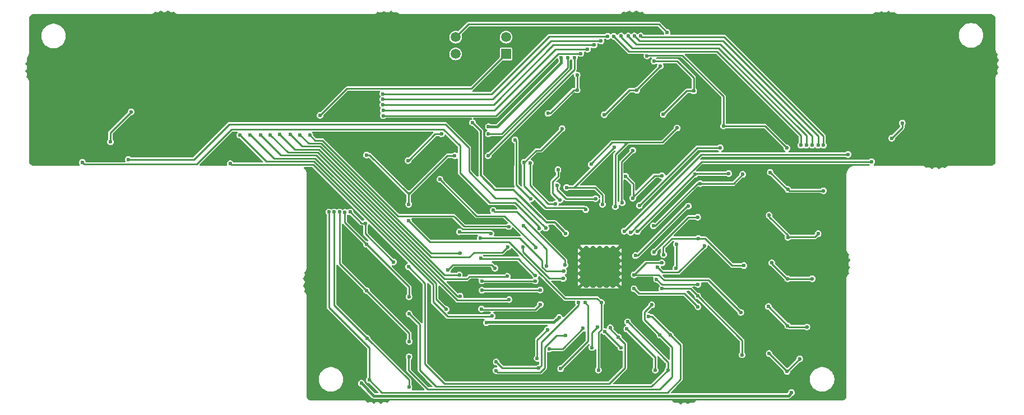
<source format=gbr>
%TF.GenerationSoftware,KiCad,Pcbnew,8.0.2*%
%TF.CreationDate,2025-02-09T16:12:03+01:00*%
%TF.ProjectId,FT25_AMS_Slave_fr,46543235-5f41-44d5-935f-536c6176655f,rev?*%
%TF.SameCoordinates,Original*%
%TF.FileFunction,Copper,L4,Bot*%
%TF.FilePolarity,Positive*%
%FSLAX46Y46*%
G04 Gerber Fmt 4.6, Leading zero omitted, Abs format (unit mm)*
G04 Created by KiCad (PCBNEW 8.0.2) date 2025-02-09 16:12:03*
%MOMM*%
%LPD*%
G01*
G04 APERTURE LIST*
%TA.AperFunction,ComponentPad*%
%ADD10C,0.600000*%
%TD*%
%TA.AperFunction,SMDPad,CuDef*%
%ADD11R,5.600000X5.600000*%
%TD*%
%TA.AperFunction,ComponentPad*%
%ADD12R,1.500000X1.500000*%
%TD*%
%TA.AperFunction,ComponentPad*%
%ADD13C,1.500000*%
%TD*%
%TA.AperFunction,ViaPad*%
%ADD14C,0.600000*%
%TD*%
%TA.AperFunction,Conductor*%
%ADD15C,0.400000*%
%TD*%
%TA.AperFunction,Conductor*%
%ADD16C,0.250000*%
%TD*%
%TA.AperFunction,Conductor*%
%ADD17C,0.300000*%
%TD*%
G04 APERTURE END LIST*
D10*
%TO.P,U1,67,V-*%
%TO.N,GND*%
X148400000Y-116300000D03*
X149400000Y-116300000D03*
X150400000Y-116300000D03*
X151400000Y-116300000D03*
X152400000Y-116300000D03*
X153400000Y-116300000D03*
X148400000Y-115300000D03*
X149400000Y-115300000D03*
X150400000Y-115300000D03*
X151400000Y-115300000D03*
X152400000Y-115300000D03*
X153400000Y-115300000D03*
X148400000Y-114300000D03*
X149400000Y-114300000D03*
X150400000Y-114300000D03*
X151400000Y-114300000D03*
X152400000Y-114300000D03*
X153400000Y-114300000D03*
D11*
X150900000Y-113800000D03*
D10*
X148400000Y-113300000D03*
X149400000Y-113300000D03*
X150400000Y-113300000D03*
X151400000Y-113300000D03*
X152400000Y-113300000D03*
X153400000Y-113300000D03*
X148400000Y-112300000D03*
X149400000Y-112300000D03*
X150400000Y-112300000D03*
X151400000Y-112300000D03*
X152400000Y-112300000D03*
X153400000Y-112300000D03*
X148400000Y-111300000D03*
X149400000Y-111300000D03*
X150400000Y-111300000D03*
X151400000Y-111300000D03*
X152400000Y-111300000D03*
X153400000Y-111300000D03*
%TD*%
D12*
%TO.P,S101,1,1*%
%TO.N,NTC10_out*%
X136760000Y-81620000D03*
D13*
%TO.P,S101,2,2*%
%TO.N,/C2{slash}1_out*%
X136760000Y-79080000D03*
%TO.P,S101,3,3*%
%TO.N,/Cell 2{slash}1*%
X129140000Y-79080000D03*
%TO.P,S101,4,4*%
%TO.N,NTC10*%
X129140000Y-81620000D03*
%TD*%
D14*
%TO.N,GND*%
X187800000Y-127100000D03*
X129200000Y-126600000D03*
X210300000Y-93600000D03*
X189600000Y-76200000D03*
X124900000Y-76000000D03*
X145500000Y-110600000D03*
X171600000Y-85200000D03*
X112400000Y-110300000D03*
X130600000Y-80350000D03*
X128100000Y-76000000D03*
X91900000Y-83800000D03*
X129750000Y-120600000D03*
X183000000Y-124200000D03*
X164100000Y-95800000D03*
X188400000Y-84600000D03*
X153600000Y-90000000D03*
X107000000Y-113400000D03*
X107000000Y-104000000D03*
X98300000Y-80200000D03*
X156500000Y-84200000D03*
X192800000Y-76200000D03*
X187800000Y-99200000D03*
X149100000Y-82600000D03*
X183900000Y-125400000D03*
X107700000Y-87400000D03*
X129300000Y-104900000D03*
X167700000Y-123700000D03*
X68400000Y-82600000D03*
X100500000Y-82000000D03*
X154050000Y-118800000D03*
X68400000Y-98050000D03*
X108200000Y-118900000D03*
X102900000Y-80200000D03*
X175800000Y-91800000D03*
X107000000Y-127400000D03*
X195000000Y-88800000D03*
X94300000Y-85600000D03*
X168700000Y-109400000D03*
X187800000Y-110400000D03*
X90100000Y-86700000D03*
X146800000Y-117400000D03*
X107700000Y-83800000D03*
X133100000Y-86800000D03*
X184800000Y-124200000D03*
X83600000Y-90400000D03*
X98300000Y-83800000D03*
X161900000Y-85000000D03*
X100500000Y-89100000D03*
X167700000Y-83500000D03*
X203000000Y-92200000D03*
X99000000Y-78200000D03*
X71400000Y-88200000D03*
X110800000Y-123600000D03*
X94300000Y-82000000D03*
X148900000Y-117650000D03*
X114400000Y-89500000D03*
X65300000Y-98000000D03*
X95100000Y-90600000D03*
X184800000Y-76200000D03*
X163100000Y-84300000D03*
X113200000Y-106900000D03*
X152600000Y-85000000D03*
X109500000Y-126000000D03*
X135450000Y-124000000D03*
X112000000Y-115000000D03*
X108200000Y-123700000D03*
X176400000Y-79100000D03*
X187800000Y-102400000D03*
X173200000Y-91800000D03*
X191200000Y-76200000D03*
X95100000Y-76100000D03*
X108500000Y-89100000D03*
X110100000Y-82000000D03*
X111000000Y-76100000D03*
X90100000Y-88500000D03*
X166800000Y-82800000D03*
X169600000Y-120050000D03*
X95100000Y-87400000D03*
X112400000Y-112100000D03*
X113300000Y-120600000D03*
X97500000Y-85600000D03*
X112000000Y-126000000D03*
X107000000Y-110400000D03*
X104500000Y-80200000D03*
X113700000Y-87500000D03*
X201800000Y-98200000D03*
X99900000Y-87400000D03*
X152600000Y-80300000D03*
X195400000Y-98200000D03*
X174800000Y-82300000D03*
X155200000Y-116000000D03*
X71400000Y-91400000D03*
X71400000Y-86800000D03*
X161600000Y-87200000D03*
X112000000Y-118000000D03*
X111700000Y-82000000D03*
X151400000Y-95500000D03*
X134000000Y-80450000D03*
X167500000Y-100400000D03*
X110100000Y-85600000D03*
X187800000Y-124400000D03*
X161900000Y-83500000D03*
X151500000Y-81000000D03*
X169000000Y-128200000D03*
X176400000Y-82300000D03*
X203800000Y-76200000D03*
X134300000Y-99150000D03*
X83600000Y-92000000D03*
X96700000Y-83800000D03*
X195000000Y-81800000D03*
X128600000Y-85600000D03*
X134700000Y-81700000D03*
X151500000Y-84100000D03*
X186100000Y-104900000D03*
X106900000Y-85600000D03*
X99700000Y-83800000D03*
X131400000Y-79100000D03*
X173200000Y-89600000D03*
X135600000Y-80350000D03*
X113600000Y-85600000D03*
X170800000Y-89600000D03*
X184800000Y-110600000D03*
X164000000Y-124400000D03*
X115100000Y-87500000D03*
X153600000Y-92600000D03*
X93500000Y-80200000D03*
X184800000Y-127000000D03*
X105300000Y-85600000D03*
X157700000Y-83500000D03*
X208600000Y-82600000D03*
X171600000Y-79100000D03*
X113800000Y-111200000D03*
X113100000Y-125200000D03*
X103700000Y-85600000D03*
X102000000Y-78200000D03*
X140100000Y-76000000D03*
X135600000Y-126400000D03*
X93500000Y-76100000D03*
X101300000Y-76100000D03*
X92700000Y-82000000D03*
X187800000Y-122800000D03*
X98300000Y-90600000D03*
X144200000Y-108600000D03*
X101300000Y-90600000D03*
X98300000Y-87400000D03*
X107000000Y-102400000D03*
X130800000Y-123000000D03*
X168700000Y-114200000D03*
X168700000Y-107400000D03*
X134050000Y-82700000D03*
X112000000Y-124400000D03*
X65300000Y-83750000D03*
X139200000Y-78100000D03*
X200200000Y-93800000D03*
X71400000Y-96200000D03*
X104500000Y-76100000D03*
X161700000Y-92200000D03*
X184700000Y-103900000D03*
X91900000Y-80200000D03*
X148100000Y-83400000D03*
X172000000Y-88400000D03*
X166300000Y-129400000D03*
X187800000Y-121200000D03*
X186100000Y-108100000D03*
X101300000Y-83800000D03*
X141700000Y-76000000D03*
X152500000Y-91300000D03*
X108400000Y-78200000D03*
X127600000Y-126600000D03*
X113800000Y-112900000D03*
X143300000Y-76000000D03*
X170000000Y-83600000D03*
X165200000Y-76200000D03*
X107000000Y-121200000D03*
X113800000Y-97000000D03*
X108200000Y-125300000D03*
X110800000Y-125200000D03*
X155200000Y-81900000D03*
X115350000Y-85600000D03*
X154000000Y-81000000D03*
X186400000Y-76200000D03*
X168900000Y-124400000D03*
X91900000Y-76100000D03*
X110900000Y-83800000D03*
X199000000Y-76200000D03*
X193800000Y-98200000D03*
X167700000Y-76200000D03*
X201600000Y-93800000D03*
X182200000Y-125500000D03*
X200200000Y-95400000D03*
X208000000Y-98200000D03*
X65300000Y-86800000D03*
X144000000Y-93000000D03*
X173000000Y-87200000D03*
X110000000Y-78200000D03*
X176400000Y-83800000D03*
X172000000Y-90800000D03*
X109300000Y-83800000D03*
X150300000Y-83400000D03*
X143700000Y-95500000D03*
X155200000Y-117800000D03*
X65300000Y-85200000D03*
X131300000Y-81700000D03*
X174800000Y-79100000D03*
X77000000Y-85300000D03*
X85900000Y-86800000D03*
X170100000Y-85200000D03*
X95100000Y-80200000D03*
X83600000Y-85200000D03*
X102100000Y-89100000D03*
X203000000Y-82800000D03*
X99700000Y-76100000D03*
X201600000Y-79600000D03*
X92700000Y-85600000D03*
X203200000Y-98200000D03*
X188400000Y-93800000D03*
X150900000Y-117650000D03*
X137000000Y-98050000D03*
X107000000Y-119600000D03*
X160200000Y-99100000D03*
X65300000Y-88200000D03*
X179000000Y-86800000D03*
X65300000Y-93000000D03*
X95100000Y-83800000D03*
X152500000Y-87150000D03*
X184800000Y-113600000D03*
X132200000Y-78100000D03*
X183200000Y-76200000D03*
X186100000Y-100100000D03*
X183000000Y-127000000D03*
X195000000Y-80000000D03*
X170800000Y-76200000D03*
X174800000Y-80700000D03*
X93500000Y-87400000D03*
X96700000Y-87400000D03*
X137200000Y-117925000D03*
X71400000Y-98050000D03*
X132200000Y-82700000D03*
X172400000Y-76200000D03*
X126900000Y-77400000D03*
X177000000Y-90800000D03*
X112000000Y-116400000D03*
X127800000Y-125400000D03*
X99100000Y-89100000D03*
X154000000Y-84200000D03*
X194400000Y-76200000D03*
X155200000Y-85100000D03*
X188400000Y-78800000D03*
X109500000Y-121200000D03*
X178100000Y-91800000D03*
X109300000Y-76100000D03*
X204800000Y-98200000D03*
X201600000Y-89000000D03*
X165300000Y-128400000D03*
X95900000Y-85600000D03*
X184800000Y-116200000D03*
X188400000Y-87800000D03*
X167400000Y-98750000D03*
X129700000Y-117200000D03*
X184800000Y-118800000D03*
X99700000Y-80200000D03*
X126500000Y-76000000D03*
X206900000Y-82600000D03*
X144000000Y-91400000D03*
X149100000Y-84200000D03*
X71400000Y-94600000D03*
X99100000Y-82000000D03*
X174200000Y-88300000D03*
X157000000Y-122500000D03*
X113300000Y-118800000D03*
X83600000Y-95200000D03*
X185400000Y-86800000D03*
X93500000Y-83800000D03*
X89800000Y-85200000D03*
X165700000Y-81900000D03*
X103600000Y-78200000D03*
X103700000Y-82000000D03*
X124675000Y-84575000D03*
X128800000Y-130200000D03*
X174000000Y-76200000D03*
X133100000Y-81700000D03*
X65300000Y-94600000D03*
X71350000Y-82600000D03*
X114400000Y-88400000D03*
X160700000Y-84200000D03*
X188400000Y-86200000D03*
X200200000Y-92200000D03*
X127900000Y-103050000D03*
X113300000Y-117200000D03*
X188400000Y-92400000D03*
X106800000Y-78200000D03*
X95900000Y-82000000D03*
X166400000Y-76200000D03*
X107000000Y-108800000D03*
X65250000Y-96200000D03*
X143000000Y-92200000D03*
X104500000Y-87400000D03*
X179700000Y-88100000D03*
X198600000Y-98200000D03*
X109500000Y-124400000D03*
X94000000Y-97900000D03*
X146800000Y-116000000D03*
X138000000Y-127800000D03*
X66800000Y-98050000D03*
X94200000Y-78200000D03*
X187800000Y-107200000D03*
X165200000Y-130200000D03*
X210300000Y-90400000D03*
X129937500Y-114100000D03*
X104500000Y-83800000D03*
X210300000Y-82600000D03*
X110800000Y-122000000D03*
X142100000Y-98050000D03*
X167700000Y-127200000D03*
X137200000Y-108850000D03*
X145300000Y-95500000D03*
X150200000Y-95500000D03*
X146800000Y-112700000D03*
X137250000Y-111550000D03*
X106900000Y-82000000D03*
X147100000Y-129400000D03*
X187800000Y-125800000D03*
X129800000Y-76000000D03*
X201600000Y-95400000D03*
X200600000Y-76200000D03*
X187800000Y-104000000D03*
X66800000Y-82550000D03*
X116500000Y-87475000D03*
X152600000Y-81800000D03*
X162500000Y-95800000D03*
X210300000Y-96800000D03*
X97400000Y-78200000D03*
X106100000Y-90600000D03*
X109300000Y-87400000D03*
X173100000Y-77500000D03*
X130500000Y-103000000D03*
X107000000Y-118000000D03*
X173100000Y-80700000D03*
X203000000Y-90600000D03*
X104500000Y-90600000D03*
X203000000Y-87400000D03*
X206400000Y-98200000D03*
X107000000Y-100800000D03*
X169200000Y-76200000D03*
X108200000Y-126900000D03*
X188000000Y-76200000D03*
X108200000Y-120500000D03*
X105300000Y-82000000D03*
X133800000Y-126400000D03*
X203200000Y-77800000D03*
X164000000Y-131000000D03*
X132400000Y-130000000D03*
X113100000Y-89500000D03*
X107000000Y-122800000D03*
X85900000Y-85200000D03*
X130100000Y-85600000D03*
X83600000Y-93600000D03*
X112400000Y-108400000D03*
X83600000Y-96800000D03*
X175400000Y-89600000D03*
X70000000Y-98050000D03*
X167700000Y-130200000D03*
X210300000Y-85800000D03*
X132800000Y-122900000D03*
X203000000Y-93800000D03*
X101300000Y-80200000D03*
X202200000Y-76200000D03*
X182200000Y-86800000D03*
X166000000Y-126000000D03*
X201600000Y-87400000D03*
X107000000Y-124400000D03*
X112600000Y-76100000D03*
X174400000Y-90800000D03*
X107000000Y-111800000D03*
X152600000Y-98150000D03*
X177200000Y-76200000D03*
X187800000Y-100800000D03*
X183000000Y-118800000D03*
X145000000Y-106500000D03*
X201600000Y-84400000D03*
X187800000Y-113400000D03*
X107000000Y-115000000D03*
X201600000Y-97000000D03*
X106100000Y-80200000D03*
X100500000Y-85600000D03*
X91900000Y-97900000D03*
X203000000Y-95400000D03*
X102100000Y-85600000D03*
X203000000Y-89000000D03*
X98300000Y-76100000D03*
X168900000Y-82800000D03*
X133800000Y-124000000D03*
X148650000Y-108325000D03*
X134200000Y-85600000D03*
X100400000Y-78200000D03*
X210300000Y-87400000D03*
X92600000Y-78200000D03*
X113100000Y-88400000D03*
X169000000Y-131200000D03*
X134000000Y-96150000D03*
X97500000Y-89100000D03*
X152500000Y-93700000D03*
X87800000Y-86700000D03*
X157575000Y-129300000D03*
X176400000Y-77500000D03*
X110900000Y-80200000D03*
X171600000Y-77500000D03*
X131400000Y-129000000D03*
X134000000Y-78100000D03*
X210300000Y-95200000D03*
X187800000Y-118000000D03*
X90100000Y-94700000D03*
X107700000Y-80200000D03*
X201600000Y-77800000D03*
X65300000Y-91400000D03*
X131800000Y-124000000D03*
X105200000Y-78200000D03*
X127200000Y-104850000D03*
X180200000Y-76200000D03*
X186100000Y-106500000D03*
X130400000Y-130000000D03*
X181400000Y-88100000D03*
X71400000Y-83750000D03*
X168700000Y-115700000D03*
X107000000Y-105600000D03*
X151500000Y-82600000D03*
X203000000Y-84400000D03*
X182800000Y-121600000D03*
X146800000Y-114500000D03*
X134700000Y-79100000D03*
X110900000Y-87400000D03*
X103700000Y-89100000D03*
X195000000Y-78400000D03*
X164000000Y-127600000D03*
X174800000Y-77500000D03*
X188400000Y-83000000D03*
X106100000Y-87400000D03*
X137250000Y-104800000D03*
X170800000Y-87200000D03*
X106100000Y-76100000D03*
X175600000Y-76200000D03*
X101300000Y-87400000D03*
X71400000Y-89800000D03*
X106100000Y-83800000D03*
X126900000Y-79000000D03*
X167700000Y-132100000D03*
X132800000Y-125200000D03*
X137250000Y-121000000D03*
X184800000Y-105600000D03*
X132250000Y-104900000D03*
X136800000Y-76000000D03*
X203000000Y-86000000D03*
X183800000Y-122900000D03*
X154000000Y-82700000D03*
X70050000Y-82550000D03*
X203000000Y-97000000D03*
X94300000Y-89100000D03*
X83600000Y-88500000D03*
X166300000Y-130900000D03*
X102900000Y-87400000D03*
X155200000Y-113600000D03*
X184800000Y-121600000D03*
X201600000Y-82800000D03*
X135200000Y-76000000D03*
X164000000Y-129400000D03*
X166000000Y-124400000D03*
X87800000Y-88500000D03*
X197000000Y-98200000D03*
X97500000Y-82000000D03*
X203000000Y-81200000D03*
X187800000Y-108800000D03*
X169000000Y-84300000D03*
X107000000Y-125800000D03*
X210300000Y-88800000D03*
X109300000Y-80200000D03*
X112000000Y-122800000D03*
X127800000Y-129000000D03*
X196000000Y-76200000D03*
X132050000Y-96250000D03*
X200200000Y-96900000D03*
X187800000Y-116400000D03*
X115800000Y-88400000D03*
X131400000Y-76000000D03*
X152600000Y-83400000D03*
X90100000Y-91500000D03*
X109500000Y-122800000D03*
X170000000Y-121300000D03*
X156500000Y-82700000D03*
X130600000Y-106000000D03*
X65300000Y-89800000D03*
X167800000Y-81900000D03*
X131600000Y-85600000D03*
X138400000Y-76000000D03*
X137250000Y-113250000D03*
X188400000Y-89200000D03*
X152900000Y-117650000D03*
X83700000Y-86800000D03*
X187800000Y-119600000D03*
X187800000Y-115000000D03*
X205100000Y-82600000D03*
X102900000Y-76100000D03*
X139200000Y-79700000D03*
X178600000Y-76200000D03*
X112000000Y-119600000D03*
X71400000Y-93000000D03*
X110800000Y-126800000D03*
X87900000Y-85200000D03*
X182200000Y-89500000D03*
X188400000Y-95400000D03*
X107000000Y-116400000D03*
X96700000Y-76100000D03*
X90100000Y-93100000D03*
X186100000Y-101700000D03*
X176400000Y-80700000D03*
X108200000Y-122100000D03*
X201600000Y-92200000D03*
X112650000Y-80200000D03*
X114100000Y-126000000D03*
X95900000Y-89100000D03*
X71400000Y-85200000D03*
X197400000Y-76200000D03*
X165800000Y-121500000D03*
X167700000Y-125300000D03*
X134800000Y-125200000D03*
X141300000Y-101500000D03*
X102900000Y-90600000D03*
X93100000Y-96800000D03*
X124100000Y-91600000D03*
X112700000Y-83750000D03*
X113100000Y-90700000D03*
X108500000Y-85600000D03*
X168900000Y-126500000D03*
X210300000Y-84300000D03*
X99900000Y-90600000D03*
X111600000Y-78200000D03*
X107000000Y-107200000D03*
X166800000Y-84300000D03*
X135500000Y-85600000D03*
X113100000Y-126800000D03*
X107700000Y-76100000D03*
X96700000Y-90600000D03*
X129719277Y-109375000D03*
X105300000Y-89100000D03*
X168700000Y-112400000D03*
X180600000Y-86800000D03*
X173100000Y-79100000D03*
X170000000Y-77400000D03*
X133100000Y-79100000D03*
X183800000Y-86800000D03*
X133600000Y-76000000D03*
X187800000Y-111800000D03*
X108500000Y-82000000D03*
X155200000Y-111000000D03*
X160600000Y-95800000D03*
X155200000Y-83500000D03*
X132200000Y-80350000D03*
X102900000Y-83800000D03*
X65300000Y-82600000D03*
X187800000Y-105600000D03*
X186300000Y-127100000D03*
X99100000Y-85600000D03*
X201600000Y-86000000D03*
X201600000Y-90600000D03*
X187000000Y-86800000D03*
X85900000Y-88500000D03*
X95800000Y-78200000D03*
X200200000Y-98200000D03*
X188400000Y-80400000D03*
X123300000Y-76000000D03*
X184800000Y-107300000D03*
X111700000Y-85600000D03*
X96700000Y-80200000D03*
X164000000Y-126000000D03*
X90100000Y-89900000D03*
X201600000Y-81200000D03*
X150300000Y-81800000D03*
X107000000Y-99200000D03*
X188400000Y-90800000D03*
X209700000Y-98200000D03*
X203000000Y-79600000D03*
X186100000Y-103300000D03*
X106900000Y-89100000D03*
X210300000Y-92000000D03*
X165800000Y-113100000D03*
X181800000Y-76200000D03*
%TO.N,Net-(U1-V+)*%
X133800000Y-122250000D03*
X144770558Y-121445558D03*
%TO.N,Net-(U1-DRIVE)*%
X141250000Y-110850000D03*
X126750000Y-100550000D03*
%TO.N,Net-(U1-VREF1)*%
X134800000Y-105250000D03*
X145671402Y-113510807D03*
%TO.N,+5V*%
X131700000Y-92000000D03*
X145757955Y-108742045D03*
%TO.N,/FilterBalancingNetwork/CA*%
X148400000Y-123100000D03*
X143300000Y-126189613D03*
%TO.N,/Cell 15{slash}16*%
X129000000Y-97000000D03*
X122062500Y-104337500D03*
X143050000Y-123300000D03*
X141462500Y-127637500D03*
X134050000Y-97000000D03*
X115700000Y-96900000D03*
X147075000Y-82175000D03*
%TO.N,/S16P*%
X147700000Y-119200000D03*
X141700000Y-129100000D03*
X135275000Y-128175000D03*
%TO.N,/S15P*%
X135262500Y-129475000D03*
X145700000Y-124200000D03*
%TO.N,/Cell 15{slash}14*%
X119750000Y-113050000D03*
X148050000Y-81550000D03*
X118200000Y-90950000D03*
X113200000Y-105500000D03*
X115500000Y-107200000D03*
X148700000Y-119200000D03*
X145000000Y-129200000D03*
%TO.N,/FilterBalancingNetwork1/CB:A*%
X150535140Y-122900000D03*
X149725000Y-126000000D03*
%TO.N,/S14P*%
X122000000Y-106800000D03*
X151150000Y-119200000D03*
X150700000Y-129400000D03*
%TO.N,/Cell 14{slash}13*%
X112398231Y-105553215D03*
X118200002Y-90136399D03*
X122100000Y-118300000D03*
X115700000Y-110400000D03*
X149050000Y-80900000D03*
%TO.N,/S13P*%
X153700000Y-124400000D03*
X122005648Y-113775000D03*
X152495558Y-122995558D03*
%TO.N,/Cell 13{slash}12*%
X118150008Y-89286922D03*
X154100000Y-126000000D03*
X150050000Y-80275000D03*
X151700000Y-123600000D03*
X111600000Y-105500000D03*
X115700000Y-117400000D03*
X122125000Y-125075000D03*
%TO.N,/S12P*%
X161200000Y-129400000D03*
X122100000Y-120887499D03*
X155100000Y-122100000D03*
%TO.N,/Cell 12{slash}11*%
X122093750Y-131993750D03*
X159312500Y-129412500D03*
X110800000Y-105500000D03*
X115800000Y-124600000D03*
X118150000Y-88449997D03*
X155000000Y-123200000D03*
X151100000Y-79650000D03*
%TO.N,/S11P*%
X158750000Y-119550000D03*
X122100000Y-127387500D03*
X160000000Y-124100000D03*
%TO.N,/Cell 11{slash}10*%
X161600000Y-124100000D03*
X152100000Y-78950000D03*
X158300000Y-121300000D03*
X110000000Y-105500000D03*
X118150002Y-87649994D03*
X116100000Y-130900000D03*
%TO.N,/Cell 10{slash}9*%
X156100000Y-117100000D03*
X153050000Y-78950000D03*
X179200000Y-129600000D03*
X176500000Y-126900000D03*
X181100000Y-127700000D03*
X181308038Y-95413137D03*
X165762500Y-119837500D03*
%TO.N,/S10P*%
X160300000Y-117100000D03*
X165700000Y-118200000D03*
X172412500Y-127100000D03*
%TO.N,/S9P*%
X156100000Y-115000000D03*
X160300000Y-113200000D03*
X172212500Y-120700000D03*
%TO.N,/Cell 9{slash}8*%
X182107931Y-95399868D03*
X165762500Y-116437500D03*
X154150000Y-78900000D03*
X179300000Y-122700000D03*
X176400000Y-119800000D03*
X159500000Y-115675000D03*
X182200000Y-122900000D03*
%TO.N,/FilterBalancingNetwork4/CB*%
X162475002Y-110362370D03*
X162400000Y-114000000D03*
%TO.N,/Cell 8{slash}7*%
X183000000Y-95400000D03*
X166700000Y-110600000D03*
X176900000Y-113200000D03*
X183000000Y-115600000D03*
X179300000Y-115600000D03*
X159600000Y-113875000D03*
X155200000Y-78900000D03*
%TO.N,/S8P*%
X165800000Y-109500000D03*
X172700000Y-113600000D03*
X160550000Y-111950000D03*
%TO.N,/Cell 7{slash}6*%
X179325000Y-109350000D03*
X156150000Y-78900000D03*
X164312500Y-104612500D03*
X176500000Y-106000000D03*
X183900000Y-95400000D03*
X156300000Y-112100000D03*
X183900000Y-108800000D03*
%TO.N,/S7P*%
X159106422Y-111590153D03*
X165700000Y-106300000D03*
%TO.N,/FilterBalancingNetwork5/CA*%
X160300000Y-100008058D03*
X154800000Y-100100000D03*
X155900000Y-103400000D03*
%TO.N,/Cell 6{slash}5*%
X165300000Y-99800000D03*
X157100000Y-78900000D03*
X184700000Y-102300000D03*
X179325000Y-102100000D03*
X184700000Y-95400000D03*
X170400000Y-99700000D03*
X176675000Y-99525000D03*
X156616942Y-108466942D03*
%TO.N,/S6P*%
X172525000Y-99800000D03*
X159000000Y-107600000D03*
X166100000Y-101200000D03*
%TO.N,/S5P*%
X156882506Y-104533610D03*
X169100000Y-95800000D03*
%TO.N,/Cell 5{slash}4*%
X158050000Y-81900000D03*
X179187500Y-95837500D03*
X169600000Y-92500000D03*
%TO.N,/Cell 4{slash}3*%
X160500000Y-90750000D03*
X155900000Y-96200000D03*
X154300000Y-104100000D03*
X165100000Y-87200000D03*
X159100000Y-82700000D03*
%TO.N,/S4P*%
X149600000Y-98300000D03*
X153275000Y-104700000D03*
X162600000Y-92800000D03*
%TO.N,/S3P*%
X151327360Y-104347640D03*
X153100000Y-95700000D03*
X145900000Y-101800000D03*
%TO.N,/Cell 3{slash}2*%
X156500000Y-87100000D03*
X144503125Y-101509375D03*
X151600000Y-90800000D03*
X160050000Y-83450000D03*
X150274157Y-103490272D03*
%TO.N,/FilterBalancingNetwork7/CB*%
X144900000Y-103675000D03*
X144600000Y-99100000D03*
%TO.N,/Cell 2{slash}1*%
X161100000Y-78350000D03*
%TO.N,/S2P*%
X145200000Y-92900000D03*
X148816942Y-105133058D03*
X139500000Y-98000000D03*
%TO.N,/S1P*%
X140533058Y-103516942D03*
X138097336Y-94603306D03*
%TO.N,/NTC/V_out_4*%
X133098428Y-117325000D03*
X141900000Y-117300000D03*
%TO.N,/NTC/V_out_7*%
X139300000Y-110825000D03*
X145400000Y-115550000D03*
%TO.N,/NTC/V_out_9*%
X139350000Y-107600000D03*
X142890838Y-113634162D03*
%TO.N,/NTC/V_out_2*%
X141937500Y-119487500D03*
X133050000Y-120175000D03*
%TO.N,/NTC/V_out_10*%
X132886578Y-109422910D03*
X145457959Y-114474793D03*
%TO.N,/NTC/V_out_8*%
X132926573Y-112501573D03*
X141200000Y-115100000D03*
%TO.N,/NTC/V_out_6*%
X133098428Y-115925000D03*
X141200000Y-115925000D03*
%TO.N,Clamp*%
X179900000Y-132800000D03*
X114900000Y-131400000D03*
%TO.N,/Cell 16*%
X127000000Y-93700000D03*
X134100000Y-93700000D03*
X146050000Y-82175000D03*
X121950000Y-97750000D03*
%TO.N,VBUS*%
X145100000Y-82175000D03*
X134100000Y-92625000D03*
%TO.N,+5V_NTC*%
X135087500Y-113987500D03*
X127937500Y-114237500D03*
%TO.N,/isoSPI/IPB*%
X141737500Y-107962500D03*
X72750000Y-98000000D03*
%TO.N,/isoSPI/IMA*%
X154600000Y-108400000D03*
X188400000Y-96800000D03*
%TO.N,/isoSPI/IMB*%
X142763364Y-107936636D03*
X79700000Y-97575000D03*
%TO.N,/isoSPI/IPA*%
X155575000Y-108575000D03*
X192000000Y-97900000D03*
%TO.N,/NTC/NTC2*%
X127700000Y-120200000D03*
X96550000Y-93900000D03*
%TO.N,/NTC/NTC3*%
X98100000Y-93850000D03*
X137226393Y-118735045D03*
%TO.N,/NTC/NTC1*%
X95100000Y-98200000D03*
X134650000Y-121250000D03*
%TO.N,/NTC/NTC6*%
X102600000Y-93800000D03*
X129700000Y-115025000D03*
%TO.N,/NTC/NTC4*%
X99650000Y-93850000D03*
X129800000Y-118225000D03*
%TO.N,/NTC/NTC5*%
X136925000Y-115225000D03*
X101150000Y-93850000D03*
%TO.N,/NTC/NTC9*%
X137187500Y-107712500D03*
X107100000Y-93850000D03*
%TO.N,/NTC/NTC7*%
X137033058Y-110766942D03*
X104150000Y-93800000D03*
%TO.N,/C2{slash}1_out*%
X147500000Y-87050000D03*
X147500000Y-84800000D03*
X143100000Y-90600000D03*
X140400000Y-98100000D03*
X144200000Y-104275000D03*
%TO.N,Net-(D35-A2)*%
X77000000Y-94900000D03*
X80125000Y-90375000D03*
%TO.N,Net-(D36-A2)*%
X195000000Y-94350000D03*
X196600000Y-92050000D03*
%TO.N,/NTC/NTC8*%
X129800000Y-111725000D03*
X105600000Y-93850000D03*
%TO.N,NTC10_out*%
X108650000Y-90900000D03*
%TO.N,NTC10*%
X134475000Y-108800000D03*
X129700000Y-108500000D03*
%TD*%
D15*
%TO.N,Net-(U1-V+)*%
X133888539Y-122161461D02*
X133800000Y-122250000D01*
X144704442Y-121445558D02*
X143988539Y-122161461D01*
X144770558Y-121445558D02*
X144704442Y-121445558D01*
X143988539Y-122161461D02*
X133888539Y-122161461D01*
D16*
%TO.N,Net-(U1-DRIVE)*%
X141250000Y-110800000D02*
X141250000Y-110850000D01*
X126750000Y-100550000D02*
X132300000Y-106100000D01*
X132300000Y-106100000D02*
X136550000Y-106100000D01*
X136550000Y-106100000D02*
X141250000Y-110800000D01*
%TO.N,Net-(U1-VREF1)*%
X138350000Y-105450000D02*
X135000000Y-105450000D01*
X140812500Y-107912500D02*
X138350000Y-105450000D01*
X145671402Y-112780286D02*
X140812500Y-107921384D01*
X145671402Y-113510807D02*
X145671402Y-112780286D01*
X140812500Y-107921384D02*
X140812500Y-107912500D01*
X135000000Y-105450000D02*
X134800000Y-105250000D01*
D17*
%TO.N,+5V*%
X132950000Y-100000000D02*
X135100000Y-102150000D01*
X132950000Y-93250000D02*
X132950000Y-100000000D01*
X142845967Y-107100000D02*
X144115910Y-107100000D01*
X131700000Y-92000000D02*
X132950000Y-93250000D01*
X135100000Y-102150000D02*
X137895967Y-102150000D01*
X144115910Y-107100000D02*
X145757955Y-108742045D01*
X137895967Y-102150000D02*
X142845967Y-107100000D01*
D16*
%TO.N,/FilterBalancingNetwork/CA*%
X145310387Y-126189613D02*
X143300000Y-126189613D01*
X148400000Y-123100000D02*
X145310387Y-126189613D01*
%TO.N,/Cell 15{slash}16*%
X143050000Y-123300000D02*
X143000000Y-123300000D01*
X127900000Y-97000000D02*
X122300000Y-102600000D01*
X122300000Y-102600000D02*
X122062500Y-102837500D01*
X121762500Y-102537500D02*
X122062500Y-102837500D01*
X122287500Y-102587500D02*
X122300000Y-102600000D01*
X147075000Y-83975000D02*
X147075000Y-82175000D01*
X116125000Y-96900000D02*
X121762500Y-102537500D01*
X143000000Y-123300000D02*
X141462500Y-124837500D01*
X122062500Y-102837500D02*
X122062500Y-104337500D01*
X121762500Y-102537500D02*
X121812500Y-102587500D01*
X129000000Y-97000000D02*
X127900000Y-97000000D01*
X115700000Y-96900000D02*
X116125000Y-96900000D01*
X134050000Y-97000000D02*
X147075000Y-83975000D01*
X121812500Y-102587500D02*
X122287500Y-102587500D01*
X141462500Y-124837500D02*
X141462500Y-127637500D01*
%TO.N,/S16P*%
X142087500Y-125212500D02*
X147700000Y-119600000D01*
X142087500Y-128712500D02*
X142087500Y-125212500D01*
X135275000Y-128175000D02*
X136200000Y-129100000D01*
X147700000Y-119600000D02*
X147700000Y-119200000D01*
X141700000Y-129100000D02*
X142087500Y-128712500D01*
X136200000Y-129100000D02*
X141700000Y-129100000D01*
%TO.N,/S15P*%
X135512500Y-129725000D02*
X141958884Y-129725000D01*
X144353469Y-124200000D02*
X145700000Y-124200000D01*
X141958884Y-129725000D02*
X142600000Y-129083884D01*
X142600000Y-129083884D02*
X142600000Y-125953469D01*
X135262500Y-129475000D02*
X135512500Y-129725000D01*
X142600000Y-125953469D02*
X144353469Y-124200000D01*
%TO.N,/Cell 15{slash}14*%
X144650000Y-81550000D02*
X148050000Y-81550000D01*
X113200000Y-105500000D02*
X113250000Y-105500000D01*
X118200000Y-90950000D02*
X135250000Y-90950000D01*
X145000000Y-129200000D02*
X149150000Y-125050000D01*
X149150000Y-119650000D02*
X148700000Y-119200000D01*
X135250000Y-90950000D02*
X144650000Y-81550000D01*
X114950000Y-107200000D02*
X115500000Y-107200000D01*
X119750000Y-113050000D02*
X115500000Y-108800000D01*
X113250000Y-105500000D02*
X114950000Y-107200000D01*
X115500000Y-108800000D02*
X115500000Y-107200000D01*
X149150000Y-125050000D02*
X149150000Y-119650000D01*
%TO.N,/FilterBalancingNetwork1/CB:A*%
X150535140Y-122900000D02*
X149700000Y-123735140D01*
X149700000Y-123735140D02*
X149700000Y-125975000D01*
X149700000Y-125975000D02*
X149725000Y-126000000D01*
%TO.N,/S14P*%
X151160140Y-119210140D02*
X151160140Y-123255976D01*
X150700000Y-123716116D02*
X150700000Y-129400000D01*
X138850000Y-111750000D02*
X142213326Y-115113326D01*
X133193372Y-110000000D02*
X137150000Y-110000000D01*
X138850000Y-111700000D02*
X138850000Y-111750000D01*
X145625000Y-118575000D02*
X150525000Y-118575000D01*
X142579442Y-115529442D02*
X145625000Y-118575000D01*
X133145462Y-110047910D02*
X133193372Y-110000000D01*
X122000000Y-106800000D02*
X125247910Y-110047910D01*
X151160140Y-123255976D02*
X150700000Y-123716116D01*
X151150000Y-119200000D02*
X151160140Y-119210140D01*
X137150000Y-110000000D02*
X138850000Y-111700000D01*
X142213326Y-115120558D02*
X142579442Y-115486674D01*
X142213326Y-115113326D02*
X142213326Y-115120558D01*
X142579442Y-115486674D02*
X142579442Y-115529442D01*
X125247910Y-110047910D02*
X133145462Y-110047910D01*
X150525000Y-118575000D02*
X151150000Y-119200000D01*
%TO.N,/Cell 14{slash}13*%
X112398231Y-105553215D02*
X112398231Y-107098231D01*
X122100000Y-116800000D02*
X122100000Y-118300000D01*
X149050000Y-80900000D02*
X144250000Y-80900000D01*
X135013601Y-90136399D02*
X118200002Y-90136399D01*
X112398231Y-107098231D02*
X115700000Y-110400000D01*
X144250000Y-80900000D02*
X135013601Y-90136399D01*
X115700000Y-110400000D02*
X122100000Y-116800000D01*
%TO.N,/S13P*%
X124500000Y-116269352D02*
X124500000Y-128500000D01*
X127425000Y-131425000D02*
X152375000Y-131425000D01*
X152375000Y-131425000D02*
X154725000Y-129075000D01*
X152495558Y-123195558D02*
X153700000Y-124400000D01*
X154725000Y-125425000D02*
X153700000Y-124400000D01*
X154725000Y-129075000D02*
X154725000Y-125425000D01*
X122005648Y-113775000D02*
X124500000Y-116269352D01*
X152495558Y-122995558D02*
X152495558Y-123195558D01*
X124500000Y-128500000D02*
X127425000Y-131425000D01*
%TO.N,/Cell 13{slash}12*%
X111600000Y-105500000D02*
X111600000Y-113300000D01*
X154100000Y-126000000D02*
X151700000Y-123600000D01*
X134863078Y-89286922D02*
X118150008Y-89286922D01*
X115700000Y-117400000D02*
X122125000Y-123825000D01*
X122125000Y-123825000D02*
X122125000Y-125075000D01*
X150050000Y-80275000D02*
X143875000Y-80275000D01*
X111600000Y-113300000D02*
X115700000Y-117400000D01*
X143875000Y-80275000D02*
X134863078Y-89286922D01*
%TO.N,/S12P*%
X123700000Y-122487499D02*
X123700000Y-129400000D01*
X161200000Y-129400000D02*
X161200000Y-128200000D01*
X123700000Y-129400000D02*
X126175000Y-131875000D01*
X161200000Y-128200000D02*
X155100000Y-122100000D01*
X158725000Y-131875000D02*
X161200000Y-129400000D01*
X126175000Y-131875000D02*
X158725000Y-131875000D01*
X122100000Y-120887499D02*
X123700000Y-122487499D01*
%TO.N,/Cell 12{slash}11*%
X134700003Y-88449997D02*
X118150000Y-88449997D01*
X159312500Y-127512500D02*
X159312500Y-129412500D01*
X151100000Y-79650000D02*
X143500000Y-79650000D01*
X155000000Y-123200000D02*
X159312500Y-127512500D01*
X110800000Y-105500000D02*
X110800000Y-119600000D01*
X122093750Y-130893750D02*
X115800000Y-124600000D01*
X110800000Y-119600000D02*
X115800000Y-124600000D01*
X143500000Y-79650000D02*
X134700003Y-88449997D01*
X122093750Y-131993750D02*
X122093750Y-130893750D01*
%TO.N,/S11P*%
X159975000Y-132325000D02*
X124925000Y-132325000D01*
X157675000Y-120625000D02*
X157675000Y-121775000D01*
X122050000Y-127437500D02*
X122100000Y-127387500D01*
X161825000Y-130475000D02*
X159975000Y-132325000D01*
X161825000Y-125925000D02*
X161825000Y-130475000D01*
X158750000Y-119550000D02*
X157675000Y-120625000D01*
X122050000Y-129450000D02*
X122050000Y-127437500D01*
X157675000Y-121775000D02*
X160000000Y-124100000D01*
X124925000Y-132325000D02*
X122050000Y-129450000D01*
X160000000Y-124100000D02*
X161825000Y-125925000D01*
%TO.N,/Cell 11{slash}10*%
X143250000Y-78950000D02*
X134550006Y-87649994D01*
X161125000Y-132775000D02*
X163100000Y-130800000D01*
X110000000Y-105500000D02*
X110000000Y-119916116D01*
X116100000Y-126016116D02*
X116100000Y-130900000D01*
X163100000Y-130800000D02*
X163100000Y-125600000D01*
X110000000Y-119916116D02*
X116100000Y-126016116D01*
X117975000Y-132775000D02*
X161125000Y-132775000D01*
X163100000Y-125600000D02*
X161600000Y-124100000D01*
X158800000Y-121300000D02*
X161600000Y-124100000D01*
X134550006Y-87649994D02*
X118150002Y-87649994D01*
X158300000Y-121300000D02*
X158800000Y-121300000D01*
X116100000Y-130900000D02*
X117975000Y-132775000D01*
X152100000Y-78950000D02*
X143250000Y-78950000D01*
%TO.N,/Cell 10{slash}9*%
X176500000Y-126900000D02*
X179200000Y-129600000D01*
X165762500Y-119837500D02*
X163725000Y-117800000D01*
X181100000Y-127700000D02*
X179200000Y-129600000D01*
X156800000Y-117800000D02*
X156100000Y-117100000D01*
X155300000Y-81250000D02*
X168600000Y-81250000D01*
X163725000Y-117800000D02*
X156800000Y-117800000D01*
X181308038Y-93958038D02*
X181308038Y-95413137D01*
X168600000Y-81250000D02*
X181308038Y-93958038D01*
X153050000Y-79000000D02*
X155300000Y-81250000D01*
X153050000Y-78950000D02*
X153050000Y-79000000D01*
%TO.N,/S10P*%
X164600000Y-117100000D02*
X165700000Y-118200000D01*
X172412500Y-127100000D02*
X172412500Y-124912500D01*
X172412500Y-124912500D02*
X165700000Y-118200000D01*
X160300000Y-117100000D02*
X164600000Y-117100000D01*
%TO.N,/S9P*%
X159811396Y-115000000D02*
X156100000Y-115000000D01*
X156100000Y-115000000D02*
X157900000Y-113200000D01*
X172212500Y-120700000D02*
X167325000Y-115812500D01*
X167325000Y-115812500D02*
X160623896Y-115812500D01*
X157900000Y-113200000D02*
X160300000Y-113200000D01*
X160623896Y-115812500D02*
X159811396Y-115000000D01*
%TO.N,/Cell 9{slash}8*%
X154150000Y-78900000D02*
X154150000Y-79050000D01*
X154150000Y-79050000D02*
X155800000Y-80700000D01*
X179300000Y-122700000D02*
X176400000Y-119800000D01*
X182107931Y-93957931D02*
X182107931Y-95399868D01*
X155800000Y-80700000D02*
X168850000Y-80700000D01*
X179300000Y-122700000D02*
X179500000Y-122900000D01*
X179500000Y-122900000D02*
X182200000Y-122900000D01*
X160262500Y-116437500D02*
X165762500Y-116437500D01*
X159500000Y-115675000D02*
X160262500Y-116437500D01*
X168850000Y-80700000D02*
X182107931Y-93957931D01*
%TO.N,/FilterBalancingNetwork4/CB*%
X162475002Y-113924998D02*
X162475002Y-110362370D01*
X162400000Y-114000000D02*
X162475002Y-113924998D01*
%TO.N,/Cell 8{slash}7*%
X159600000Y-113875000D02*
X160350000Y-114625000D01*
X176900000Y-113200000D02*
X176900000Y-113300000D01*
X169150000Y-80150000D02*
X183000000Y-94000000D01*
X183000000Y-115600000D02*
X179300000Y-115600000D01*
X162775000Y-114625000D02*
X166700000Y-110700000D01*
X176900000Y-113300000D02*
X179200000Y-115600000D01*
X179200000Y-115600000D02*
X179300000Y-115600000D01*
X166700000Y-110700000D02*
X166700000Y-110600000D01*
X160350000Y-114625000D02*
X162775000Y-114625000D01*
X183000000Y-94000000D02*
X183000000Y-95400000D01*
X156400000Y-80150000D02*
X169150000Y-80150000D01*
X155200000Y-78950000D02*
X156400000Y-80150000D01*
X155200000Y-78900000D02*
X155200000Y-78950000D01*
%TO.N,/S8P*%
X170900000Y-113600000D02*
X172700000Y-113600000D01*
X166800000Y-109500000D02*
X170900000Y-113600000D01*
X161800000Y-109500000D02*
X165800000Y-109500000D01*
X165800000Y-109500000D02*
X166800000Y-109500000D01*
X160500000Y-111900000D02*
X160500000Y-110800000D01*
X160500000Y-110800000D02*
X161800000Y-109500000D01*
X160550000Y-111950000D02*
X160500000Y-111900000D01*
%TO.N,/Cell 7{slash}6*%
X179325000Y-109350000D02*
X179375000Y-109300000D01*
X156900000Y-79650000D02*
X169550000Y-79650000D01*
X179325000Y-109025000D02*
X176500000Y-106200000D01*
X156650000Y-112100000D02*
X164137500Y-104612500D01*
X156300000Y-112100000D02*
X156650000Y-112100000D01*
X179375000Y-109300000D02*
X183400000Y-109300000D01*
X183400000Y-109300000D02*
X183900000Y-108800000D01*
X169550000Y-79650000D02*
X183900000Y-94000000D01*
X164137500Y-104612500D02*
X164312500Y-104612500D01*
X176500000Y-106200000D02*
X176500000Y-106000000D01*
X156150000Y-78900000D02*
X156900000Y-79650000D01*
X183900000Y-94000000D02*
X183900000Y-95400000D01*
X179325000Y-109350000D02*
X179325000Y-109025000D01*
%TO.N,/S7P*%
X159106422Y-111590153D02*
X159106422Y-111493578D01*
X164300000Y-106300000D02*
X165700000Y-106300000D01*
X159106422Y-111493578D02*
X164300000Y-106300000D01*
%TO.N,/FilterBalancingNetwork5/CA*%
X155900000Y-103400000D02*
X155950000Y-103350000D01*
X155900000Y-103400000D02*
X155900000Y-103300000D01*
X155900000Y-103300000D02*
X159191942Y-100008058D01*
X155950000Y-101250000D02*
X154800000Y-100100000D01*
X155950000Y-103350000D02*
X155950000Y-101250000D01*
X159191942Y-100008058D02*
X160300000Y-100008058D01*
%TO.N,/Cell 6{slash}5*%
X179250000Y-102100000D02*
X179325000Y-102100000D01*
X179525000Y-102300000D02*
X184700000Y-102300000D01*
X176675000Y-99525000D02*
X179250000Y-102100000D01*
X170400000Y-99700000D02*
X165400000Y-99700000D01*
X156633058Y-108466942D02*
X165300000Y-99800000D01*
X157225000Y-79025000D02*
X169725000Y-79025000D01*
X184700000Y-94000000D02*
X184700000Y-95400000D01*
X169725000Y-79025000D02*
X184700000Y-94000000D01*
X165400000Y-99700000D02*
X165300000Y-99800000D01*
X157100000Y-78900000D02*
X157225000Y-79025000D01*
X179325000Y-102100000D02*
X179525000Y-102300000D01*
X156616942Y-108466942D02*
X156633058Y-108466942D01*
%TO.N,/S6P*%
X166125000Y-101225000D02*
X171100000Y-101225000D01*
X166100000Y-101200000D02*
X166125000Y-101225000D01*
X165700000Y-101200000D02*
X159300000Y-107600000D01*
X166100000Y-101200000D02*
X165700000Y-101200000D01*
X171100000Y-101225000D02*
X172525000Y-99800000D01*
X159300000Y-107600000D02*
X159000000Y-107600000D01*
%TO.N,/S5P*%
X169100000Y-95800000D02*
X165616116Y-95800000D01*
X165616116Y-95800000D02*
X156882506Y-104533610D01*
%TO.N,/Cell 5{slash}4*%
X179187500Y-95837500D02*
X175850000Y-92500000D01*
X158150000Y-81800000D02*
X163350000Y-81800000D01*
X158050000Y-81900000D02*
X158150000Y-81800000D01*
X163350000Y-81800000D02*
X169600000Y-88050000D01*
X169600000Y-88050000D02*
X169600000Y-92500000D01*
X175850000Y-92500000D02*
X169600000Y-92500000D01*
%TO.N,/Cell 4{slash}3*%
X164050000Y-87200000D02*
X165100000Y-87200000D01*
X160500000Y-90750000D02*
X164050000Y-87200000D01*
X154175000Y-103975000D02*
X154300000Y-104100000D01*
X155900000Y-96200000D02*
X154175000Y-97925000D01*
X154175000Y-97925000D02*
X154175000Y-103975000D01*
X162600000Y-82700000D02*
X159100000Y-82700000D01*
X165100000Y-87200000D02*
X165100000Y-85200000D01*
X165100000Y-85200000D02*
X162600000Y-82700000D01*
%TO.N,/S4P*%
X160400000Y-95000000D02*
X155100000Y-95000000D01*
X154775000Y-95325000D02*
X155100000Y-95000000D01*
X154675000Y-95425000D02*
X154675000Y-95025000D01*
X154775000Y-95325000D02*
X154675000Y-95425000D01*
X149600000Y-98200000D02*
X152800000Y-95000000D01*
X154700000Y-95000000D02*
X155100000Y-95000000D01*
X154675000Y-95025000D02*
X154700000Y-95000000D01*
X152800000Y-95000000D02*
X154700000Y-95000000D01*
X153275000Y-96825000D02*
X154775000Y-95325000D01*
X162600000Y-92800000D02*
X160400000Y-95000000D01*
X153275000Y-104700000D02*
X153275000Y-96825000D01*
X149600000Y-98300000D02*
X149600000Y-98200000D01*
%TO.N,/S3P*%
X151327360Y-102927360D02*
X150200000Y-101800000D01*
X150200000Y-101800000D02*
X147000000Y-101800000D01*
X151327360Y-104347640D02*
X151327360Y-102927360D01*
X147000000Y-101800000D02*
X153100000Y-95700000D01*
X145900000Y-101800000D02*
X147000000Y-101800000D01*
%TO.N,/Cell 3{slash}2*%
X156500000Y-87000000D02*
X156500000Y-87100000D01*
X145790272Y-103490272D02*
X150274157Y-103490272D01*
X155383884Y-87100000D02*
X156500000Y-87100000D01*
X151600000Y-90800000D02*
X151683884Y-90800000D01*
X151683884Y-90800000D02*
X155383884Y-87100000D01*
X144503125Y-102203125D02*
X145790272Y-103490272D01*
X160050000Y-83450000D02*
X156500000Y-87000000D01*
X144503125Y-101509375D02*
X144503125Y-102203125D01*
%TO.N,/FilterBalancingNetwork7/CB*%
X144775000Y-103675000D02*
X143800000Y-102700000D01*
X144900000Y-103675000D02*
X144775000Y-103675000D01*
X144600000Y-100100000D02*
X144600000Y-99100000D01*
X143800000Y-102700000D02*
X143800000Y-100900000D01*
X143800000Y-100900000D02*
X144600000Y-100100000D01*
%TO.N,/Cell 2{slash}1*%
X159850000Y-77100000D02*
X131120000Y-77100000D01*
X131120000Y-77100000D02*
X129140000Y-79080000D01*
X161100000Y-78350000D02*
X159850000Y-77100000D01*
%TO.N,/S2P*%
X142800000Y-104900000D02*
X139500000Y-101600000D01*
X145200000Y-93000000D02*
X142000000Y-96200000D01*
X142000000Y-96200000D02*
X141300000Y-96200000D01*
X139500000Y-101600000D02*
X139500000Y-98000000D01*
X141300000Y-96200000D02*
X139500000Y-98000000D01*
X148583884Y-104900000D02*
X142800000Y-104900000D01*
X145200000Y-92900000D02*
X145200000Y-93000000D01*
X148816942Y-105133058D02*
X148583884Y-104900000D01*
%TO.N,/S1P*%
X140416942Y-103516942D02*
X138300000Y-101400000D01*
X138300000Y-101400000D02*
X138300000Y-98583884D01*
X138325000Y-94830970D02*
X138097336Y-94603306D01*
X138300000Y-98583884D02*
X138325000Y-98558884D01*
X138325000Y-98558884D02*
X138325000Y-94830970D01*
X140533058Y-103516942D02*
X140416942Y-103516942D01*
%TO.N,/NTC/V_out_4*%
X133123428Y-117300000D02*
X133098428Y-117325000D01*
X141900000Y-117300000D02*
X133123428Y-117300000D01*
%TO.N,/NTC/V_out_7*%
X139300000Y-111563604D02*
X139300000Y-110825000D01*
X145400000Y-115550000D02*
X143286396Y-115550000D01*
X143286396Y-115550000D02*
X139300000Y-111563604D01*
%TO.N,/NTC/V_out_9*%
X142890838Y-113634162D02*
X142890838Y-111140838D01*
X142890838Y-111140838D02*
X139350000Y-107600000D01*
%TO.N,/NTC/V_out_2*%
X141175000Y-120250000D02*
X133125000Y-120250000D01*
X141937500Y-119487500D02*
X141175000Y-120250000D01*
X133125000Y-120250000D02*
X133050000Y-120175000D01*
%TO.N,/NTC/V_out_10*%
X138833884Y-109475000D02*
X132938668Y-109475000D01*
X142200000Y-113827208D02*
X142200000Y-112841116D01*
X132938668Y-109475000D02*
X132886578Y-109422910D01*
X142822792Y-114450000D02*
X142200000Y-113827208D01*
X142200000Y-112841116D02*
X138833884Y-109475000D01*
X145457959Y-114474793D02*
X145433166Y-114450000D01*
X145433166Y-114450000D02*
X142822792Y-114450000D01*
%TO.N,/NTC/V_out_8*%
X132926573Y-112501573D02*
X133025000Y-112600000D01*
X133025000Y-112600000D02*
X138600000Y-112600000D01*
X141100000Y-115100000D02*
X141200000Y-115100000D01*
X138600000Y-112600000D02*
X141100000Y-115100000D01*
%TO.N,/NTC/V_out_6*%
X141200000Y-115925000D02*
X133098428Y-115925000D01*
D15*
%TO.N,Clamp*%
X116800000Y-133300000D02*
X179400000Y-133300000D01*
X179400000Y-133300000D02*
X179900000Y-132800000D01*
X114900000Y-131400000D02*
X116800000Y-133300000D01*
D16*
%TO.N,/Cell 16*%
X127000000Y-93700000D02*
X126050000Y-93700000D01*
X146050000Y-83700000D02*
X146050000Y-82175000D01*
X134100000Y-93700000D02*
X136050000Y-93700000D01*
X126050000Y-93700000D02*
X122000000Y-97750000D01*
X136050000Y-93700000D02*
X146050000Y-83700000D01*
X122000000Y-97750000D02*
X121950000Y-97750000D01*
D15*
%TO.N,VBUS*%
X145100000Y-82950000D02*
X145100000Y-82175000D01*
X134100000Y-92625000D02*
X135425000Y-92625000D01*
X135425000Y-92625000D02*
X145100000Y-82950000D01*
D16*
%TO.N,+5V_NTC*%
X135087500Y-113987500D02*
X134575000Y-113475000D01*
X134575000Y-113475000D02*
X128700000Y-113475000D01*
X128700000Y-113475000D02*
X127937500Y-114237500D01*
%TO.N,/isoSPI/IPB*%
X141737500Y-107737500D02*
X138150000Y-104150000D01*
X127300000Y-93000000D02*
X95300000Y-93000000D01*
X95300000Y-93000000D02*
X90000000Y-98300000D01*
X73050000Y-98300000D02*
X72750000Y-98000000D01*
X141737500Y-107962500D02*
X141737500Y-107737500D01*
X138150000Y-104150000D02*
X134350000Y-104150000D01*
X90000000Y-98300000D02*
X73050000Y-98300000D01*
X134350000Y-104150000D02*
X129800000Y-99600000D01*
X129800000Y-99600000D02*
X129800000Y-95500000D01*
X129800000Y-95500000D02*
X127300000Y-93000000D01*
%TO.N,/isoSPI/IMA*%
X166200000Y-96800000D02*
X188400000Y-96800000D01*
X154600000Y-108400000D02*
X166200000Y-96800000D01*
%TO.N,/isoSPI/IMB*%
X127600000Y-92250000D02*
X94900000Y-92250000D01*
X89575000Y-97575000D02*
X79700000Y-97575000D01*
X131150000Y-95800000D02*
X127600000Y-92250000D01*
X138226728Y-103400000D02*
X135200000Y-103400000D01*
X94900000Y-92250000D02*
X89575000Y-97575000D01*
X131150000Y-99350000D02*
X131150000Y-95800000D01*
X135200000Y-103400000D02*
X131150000Y-99350000D01*
X142763364Y-107936636D02*
X138226728Y-103400000D01*
%TO.N,/isoSPI/IPA*%
X155625000Y-108575000D02*
X156337501Y-107862499D01*
X156337501Y-107862499D02*
X156337501Y-107859987D01*
X166297488Y-97900000D02*
X192000000Y-97900000D01*
X155575000Y-108575000D02*
X155625000Y-108575000D01*
X156337501Y-107859987D02*
X166297488Y-97900000D01*
%TO.N,/NTC/NTC2*%
X100500000Y-97850000D02*
X96550000Y-93900000D01*
X126200000Y-116319876D02*
X126200000Y-118700000D01*
X107730124Y-97850000D02*
X126200000Y-116319876D01*
X126200000Y-118700000D02*
X127700000Y-120200000D01*
X107730124Y-97850000D02*
X100500000Y-97850000D01*
%TO.N,/NTC/NTC3*%
X129366520Y-118850000D02*
X107916520Y-97400000D01*
X107916520Y-97400000D02*
X101700000Y-97400000D01*
X137111438Y-118850000D02*
X129366520Y-118850000D01*
X101700000Y-97400000D02*
X98150000Y-93850000D01*
X137226393Y-118735045D02*
X137111438Y-118850000D01*
X98150000Y-93850000D02*
X98100000Y-93850000D01*
%TO.N,/NTC/NTC1*%
X95275000Y-98375000D02*
X95100000Y-98200000D01*
X125750000Y-119133884D02*
X125750000Y-116506272D01*
X107618728Y-98375000D02*
X95275000Y-98375000D01*
X125750000Y-116506272D02*
X107618728Y-98375000D01*
X127941116Y-121325000D02*
X125750000Y-119133884D01*
X134575000Y-121325000D02*
X127941116Y-121325000D01*
X134650000Y-121250000D02*
X134575000Y-121325000D01*
%TO.N,/NTC/NTC6*%
X108475708Y-96050000D02*
X127450708Y-115025000D01*
X127450708Y-115025000D02*
X129700000Y-115025000D01*
X104850000Y-96050000D02*
X108475708Y-96050000D01*
X102600000Y-93800000D02*
X104850000Y-96050000D01*
%TO.N,/NTC/NTC4*%
X108102916Y-96950000D02*
X102750000Y-96950000D01*
X102750000Y-96950000D02*
X99650000Y-93850000D01*
X129800000Y-118225000D02*
X129377916Y-118225000D01*
X129377916Y-118225000D02*
X108102916Y-96950000D01*
%TO.N,/NTC/NTC5*%
X108289312Y-96500000D02*
X103800000Y-96500000D01*
X130850000Y-115650000D02*
X127439312Y-115650000D01*
X136900000Y-115250000D02*
X131250000Y-115250000D01*
X103800000Y-96500000D02*
X101150000Y-93850000D01*
X136925000Y-115225000D02*
X136900000Y-115250000D01*
X131250000Y-115250000D02*
X130850000Y-115650000D01*
X127439312Y-115650000D02*
X108289312Y-96500000D01*
%TO.N,/NTC/NTC9*%
X129070280Y-106350000D02*
X129050000Y-106350000D01*
X107900000Y-94700000D02*
X107100000Y-93900000D01*
X128800000Y-106100000D02*
X120434896Y-106100000D01*
X109034896Y-94700000D02*
X107900000Y-94700000D01*
X120434896Y-106100000D02*
X109034896Y-94700000D01*
X107100000Y-93900000D02*
X107100000Y-93850000D01*
X130420280Y-107700000D02*
X129070280Y-106350000D01*
X137175000Y-107700000D02*
X130420280Y-107700000D01*
X129050000Y-106350000D02*
X128800000Y-106100000D01*
X137187500Y-107712500D02*
X137175000Y-107700000D01*
%TO.N,/NTC/NTC7*%
X105950000Y-95600000D02*
X104150000Y-93800000D01*
X136175000Y-111625000D02*
X131925000Y-111625000D01*
X108662104Y-95600000D02*
X105950000Y-95600000D01*
X137033058Y-110766942D02*
X136175000Y-111625000D01*
X125412104Y-112350000D02*
X108662104Y-95600000D01*
X131925000Y-111625000D02*
X131200000Y-112350000D01*
X131200000Y-112350000D02*
X125412104Y-112350000D01*
%TO.N,/C2{slash}1_out*%
X140400000Y-101525000D02*
X140400000Y-98100000D01*
X147500000Y-84800000D02*
X147500000Y-87050000D01*
X143450000Y-90600000D02*
X143100000Y-90600000D01*
X143150000Y-104275000D02*
X140400000Y-101525000D01*
X147500000Y-87050000D02*
X147000000Y-87050000D01*
X147000000Y-87050000D02*
X143450000Y-90600000D01*
X144200000Y-104275000D02*
X143150000Y-104275000D01*
%TO.N,Net-(D35-A2)*%
X77000000Y-93500000D02*
X80125000Y-90375000D01*
X77000000Y-94900000D02*
X77000000Y-93500000D01*
%TO.N,Net-(D36-A2)*%
X196600000Y-92750000D02*
X196600000Y-92050000D01*
X195000000Y-94350000D02*
X196600000Y-92750000D01*
%TO.N,/NTC/NTC8*%
X106950000Y-95150000D02*
X108848500Y-95150000D01*
X105650000Y-93850000D02*
X106950000Y-95150000D01*
X105600000Y-93850000D02*
X105650000Y-93850000D01*
X108848500Y-95150000D02*
X125423500Y-111725000D01*
X125423500Y-111725000D02*
X129800000Y-111725000D01*
%TO.N,NTC10_out*%
X112750000Y-86850000D02*
X131530000Y-86850000D01*
X108700000Y-90900000D02*
X112750000Y-86850000D01*
X108650000Y-90900000D02*
X108700000Y-90900000D01*
X131530000Y-86850000D02*
X136760000Y-81620000D01*
%TO.N,NTC10*%
X134275000Y-108600000D02*
X129800000Y-108600000D01*
X129800000Y-108600000D02*
X129700000Y-108500000D01*
X134475000Y-108800000D02*
X134275000Y-108600000D01*
%TD*%
%TA.AperFunction,Conductor*%
%TO.N,GND*%
G36*
X168730201Y-96145185D02*
G01*
X168756872Y-96168295D01*
X168768872Y-96182143D01*
X168768874Y-96182144D01*
X168768876Y-96182146D01*
X168868522Y-96246185D01*
X168914277Y-96298988D01*
X168924221Y-96368147D01*
X168895196Y-96431703D01*
X168836418Y-96469477D01*
X168801483Y-96474500D01*
X166157147Y-96474500D01*
X166074362Y-96496682D01*
X166074355Y-96496685D01*
X166020031Y-96528049D01*
X166000144Y-96539530D01*
X166000136Y-96539536D01*
X154676492Y-107863181D01*
X154615169Y-107896666D01*
X154588811Y-107899500D01*
X154528036Y-107899500D01*
X154389949Y-107940045D01*
X154268873Y-108017856D01*
X154174623Y-108126626D01*
X154174622Y-108126628D01*
X154114834Y-108257543D01*
X154094353Y-108400000D01*
X154114834Y-108542456D01*
X154170878Y-108665173D01*
X154174623Y-108673373D01*
X154268872Y-108782143D01*
X154389947Y-108859953D01*
X154389950Y-108859954D01*
X154389949Y-108859954D01*
X154473554Y-108884502D01*
X154524163Y-108899362D01*
X154528036Y-108900499D01*
X154528038Y-108900500D01*
X154528039Y-108900500D01*
X154671962Y-108900500D01*
X154671962Y-108900499D01*
X154779121Y-108869035D01*
X154810050Y-108859954D01*
X154810050Y-108859953D01*
X154810053Y-108859953D01*
X154931128Y-108782143D01*
X154931134Y-108782135D01*
X154937828Y-108776337D01*
X154939541Y-108778314D01*
X154986802Y-108747927D01*
X155056671Y-108747911D01*
X155115458Y-108785672D01*
X155134557Y-108815384D01*
X155147102Y-108842853D01*
X155149623Y-108848373D01*
X155243872Y-108957143D01*
X155364947Y-109034953D01*
X155364950Y-109034954D01*
X155364949Y-109034954D01*
X155469397Y-109065622D01*
X155495788Y-109073371D01*
X155503036Y-109075499D01*
X155503038Y-109075500D01*
X155503039Y-109075500D01*
X155646962Y-109075500D01*
X155646962Y-109075499D01*
X155785053Y-109034953D01*
X155906128Y-108957143D01*
X156000377Y-108848373D01*
X156018526Y-108808630D01*
X156064279Y-108755828D01*
X156131318Y-108736142D01*
X156198357Y-108755825D01*
X156225031Y-108778937D01*
X156285814Y-108849085D01*
X156406889Y-108926895D01*
X156406892Y-108926896D01*
X156406891Y-108926896D01*
X156501977Y-108954815D01*
X156529706Y-108962957D01*
X156544978Y-108967441D01*
X156544980Y-108967442D01*
X156544981Y-108967442D01*
X156688904Y-108967442D01*
X156688904Y-108967441D01*
X156826995Y-108926895D01*
X156948070Y-108849085D01*
X157042319Y-108740315D01*
X157102107Y-108609399D01*
X157121619Y-108473681D01*
X157150643Y-108410128D01*
X157156662Y-108403663D01*
X158375205Y-107185120D01*
X158436526Y-107151637D01*
X158506218Y-107156621D01*
X158562151Y-107198493D01*
X158586568Y-107263957D01*
X158575678Y-107324314D01*
X158514835Y-107457541D01*
X158514834Y-107457542D01*
X158494353Y-107600000D01*
X158514834Y-107742456D01*
X158569587Y-107862346D01*
X158574623Y-107873373D01*
X158668872Y-107982143D01*
X158789947Y-108059953D01*
X158789950Y-108059954D01*
X158789949Y-108059954D01*
X158928036Y-108100499D01*
X158928038Y-108100500D01*
X158928039Y-108100500D01*
X159071962Y-108100500D01*
X159071962Y-108100499D01*
X159210053Y-108059953D01*
X159331128Y-107982143D01*
X159366606Y-107941198D01*
X159418668Y-107907737D01*
X159418127Y-107906430D01*
X159425374Y-107903427D01*
X159425382Y-107903423D01*
X159425394Y-107903419D01*
X159425633Y-107903319D01*
X159425639Y-107903318D01*
X159499862Y-107860465D01*
X165703883Y-101656441D01*
X165765204Y-101622958D01*
X165834896Y-101627942D01*
X165858600Y-101639807D01*
X165889947Y-101659953D01*
X165889950Y-101659954D01*
X165889949Y-101659954D01*
X166028036Y-101700499D01*
X166028038Y-101700500D01*
X166028039Y-101700500D01*
X166171962Y-101700500D01*
X166171962Y-101700499D01*
X166310053Y-101659953D01*
X166431128Y-101582143D01*
X166431136Y-101582133D01*
X166432688Y-101580790D01*
X166434572Y-101579929D01*
X166438589Y-101577348D01*
X166438960Y-101577925D01*
X166496243Y-101551763D01*
X166513895Y-101550500D01*
X171142851Y-101550500D01*
X171142853Y-101550500D01*
X171225639Y-101528318D01*
X171299862Y-101485465D01*
X172448508Y-100336819D01*
X172509831Y-100303334D01*
X172536189Y-100300500D01*
X172596962Y-100300500D01*
X172596962Y-100300499D01*
X172735053Y-100259953D01*
X172856128Y-100182143D01*
X172950377Y-100073373D01*
X173010165Y-99942457D01*
X173030647Y-99800000D01*
X173010165Y-99657543D01*
X172950377Y-99526627D01*
X172948967Y-99525000D01*
X176169353Y-99525000D01*
X176189834Y-99667456D01*
X176246116Y-99790694D01*
X176249623Y-99798373D01*
X176343872Y-99907143D01*
X176464947Y-99984953D01*
X176464950Y-99984954D01*
X176464949Y-99984954D01*
X176521274Y-100001492D01*
X176595815Y-100023379D01*
X176603036Y-100025499D01*
X176603038Y-100025500D01*
X176603039Y-100025500D01*
X176663811Y-100025500D01*
X176730850Y-100045185D01*
X176751492Y-100061819D01*
X178795152Y-102105479D01*
X178828637Y-102166802D01*
X178830209Y-102175512D01*
X178839834Y-102242453D01*
X178839835Y-102242458D01*
X178899622Y-102373371D01*
X178899623Y-102373373D01*
X178993872Y-102482143D01*
X179114947Y-102559953D01*
X179114950Y-102559954D01*
X179114949Y-102559954D01*
X179253036Y-102600499D01*
X179253038Y-102600500D01*
X179253039Y-102600500D01*
X179372520Y-102600500D01*
X179404609Y-102604724D01*
X179482147Y-102625501D01*
X179482149Y-102625501D01*
X179575449Y-102625501D01*
X179575465Y-102625500D01*
X184263162Y-102625500D01*
X184330201Y-102645185D01*
X184356872Y-102668295D01*
X184368872Y-102682143D01*
X184489947Y-102759953D01*
X184489950Y-102759954D01*
X184489949Y-102759954D01*
X184597107Y-102791417D01*
X184625866Y-102799862D01*
X184628036Y-102800499D01*
X184628038Y-102800500D01*
X184628039Y-102800500D01*
X184771962Y-102800500D01*
X184771962Y-102800499D01*
X184910053Y-102759953D01*
X185031128Y-102682143D01*
X185125377Y-102573373D01*
X185185165Y-102442457D01*
X185205647Y-102300000D01*
X185185165Y-102157543D01*
X185125377Y-102026627D01*
X185031128Y-101917857D01*
X184910053Y-101840047D01*
X184910051Y-101840046D01*
X184910049Y-101840045D01*
X184910050Y-101840045D01*
X184771963Y-101799500D01*
X184771961Y-101799500D01*
X184628039Y-101799500D01*
X184628036Y-101799500D01*
X184489949Y-101840045D01*
X184368873Y-101917856D01*
X184368872Y-101917856D01*
X184368872Y-101917857D01*
X184356873Y-101931703D01*
X184298097Y-101969477D01*
X184263162Y-101974500D01*
X179897599Y-101974500D01*
X179830560Y-101954815D01*
X179784805Y-101902012D01*
X179767015Y-101863059D01*
X179750377Y-101826627D01*
X179656128Y-101717857D01*
X179535053Y-101640047D01*
X179535051Y-101640046D01*
X179535049Y-101640045D01*
X179535050Y-101640045D01*
X179396963Y-101599500D01*
X179396961Y-101599500D01*
X179261189Y-101599500D01*
X179194150Y-101579815D01*
X179173508Y-101563181D01*
X177216966Y-99606639D01*
X177183481Y-99545316D01*
X177182235Y-99533732D01*
X177181909Y-99533779D01*
X177178847Y-99512485D01*
X177160165Y-99382543D01*
X177100377Y-99251627D01*
X177006128Y-99142857D01*
X176885053Y-99065047D01*
X176885051Y-99065046D01*
X176885049Y-99065045D01*
X176885050Y-99065045D01*
X176746963Y-99024500D01*
X176746961Y-99024500D01*
X176603039Y-99024500D01*
X176603036Y-99024500D01*
X176464949Y-99065045D01*
X176343873Y-99142856D01*
X176249623Y-99251626D01*
X176249622Y-99251628D01*
X176189834Y-99382543D01*
X176169353Y-99525000D01*
X172948967Y-99525000D01*
X172856128Y-99417857D01*
X172735053Y-99340047D01*
X172735051Y-99340046D01*
X172735049Y-99340045D01*
X172735050Y-99340045D01*
X172596963Y-99299500D01*
X172596961Y-99299500D01*
X172453039Y-99299500D01*
X172453036Y-99299500D01*
X172314949Y-99340045D01*
X172193873Y-99417856D01*
X172099623Y-99526626D01*
X172099622Y-99526628D01*
X172039834Y-99657543D01*
X172018091Y-99808778D01*
X172015126Y-99808351D01*
X171999668Y-99860996D01*
X171983034Y-99881638D01*
X171001492Y-100863181D01*
X170940169Y-100896666D01*
X170913811Y-100899500D01*
X166558501Y-100899500D01*
X166491462Y-100879815D01*
X166464788Y-100856703D01*
X166431128Y-100817857D01*
X166310053Y-100740047D01*
X166310051Y-100740046D01*
X166310049Y-100740045D01*
X166310050Y-100740045D01*
X166171963Y-100699500D01*
X166171961Y-100699500D01*
X166028039Y-100699500D01*
X166028036Y-100699500D01*
X165889949Y-100740045D01*
X165768873Y-100817856D01*
X165768872Y-100817856D01*
X165768872Y-100817857D01*
X165756873Y-100831703D01*
X165698097Y-100869477D01*
X165663162Y-100874500D01*
X165657147Y-100874500D01*
X165574361Y-100896682D01*
X165574358Y-100896683D01*
X165537250Y-100918107D01*
X165537250Y-100918108D01*
X165512941Y-100932143D01*
X165500138Y-100939535D01*
X165500135Y-100939537D01*
X165439533Y-101000140D01*
X159331318Y-107108353D01*
X159269995Y-107141838D01*
X159208703Y-107139649D01*
X159071964Y-107099500D01*
X159071961Y-107099500D01*
X158928039Y-107099500D01*
X158928036Y-107099500D01*
X158789949Y-107140045D01*
X158789946Y-107140047D01*
X158725718Y-107181323D01*
X158658679Y-107201007D01*
X158591639Y-107181322D01*
X158545885Y-107128517D01*
X158535942Y-107059359D01*
X158564968Y-106995803D01*
X158570983Y-106989343D01*
X165223508Y-100336819D01*
X165284831Y-100303334D01*
X165311189Y-100300500D01*
X165371962Y-100300500D01*
X165371962Y-100300499D01*
X165510053Y-100259953D01*
X165631128Y-100182143D01*
X165725377Y-100073373D01*
X165725377Y-100073371D01*
X165729775Y-100068297D01*
X165788553Y-100030523D01*
X165823488Y-100025500D01*
X169963162Y-100025500D01*
X170030201Y-100045185D01*
X170056872Y-100068295D01*
X170068872Y-100082143D01*
X170189947Y-100159953D01*
X170189950Y-100159954D01*
X170189949Y-100159954D01*
X170328036Y-100200499D01*
X170328038Y-100200500D01*
X170328039Y-100200500D01*
X170471962Y-100200500D01*
X170471962Y-100200499D01*
X170610053Y-100159953D01*
X170731128Y-100082143D01*
X170825377Y-99973373D01*
X170885165Y-99842457D01*
X170905647Y-99700000D01*
X170885165Y-99557543D01*
X170825377Y-99426627D01*
X170731128Y-99317857D01*
X170610053Y-99240047D01*
X170610051Y-99240046D01*
X170610049Y-99240045D01*
X170610050Y-99240045D01*
X170471963Y-99199500D01*
X170471961Y-99199500D01*
X170328039Y-99199500D01*
X170328036Y-99199500D01*
X170189949Y-99240045D01*
X170068873Y-99317856D01*
X170068872Y-99317856D01*
X170068872Y-99317857D01*
X170056873Y-99331703D01*
X169998097Y-99369477D01*
X169963162Y-99374500D01*
X165600072Y-99374500D01*
X165533036Y-99354817D01*
X165522442Y-99348009D01*
X165476688Y-99295209D01*
X165466743Y-99226050D01*
X165495766Y-99162494D01*
X165501786Y-99156027D01*
X166395995Y-98261819D01*
X166457318Y-98228334D01*
X166483676Y-98225500D01*
X191563162Y-98225500D01*
X191630201Y-98245185D01*
X191656872Y-98268295D01*
X191668872Y-98282143D01*
X191668873Y-98282143D01*
X191674680Y-98288845D01*
X191673598Y-98289781D01*
X191706236Y-98340565D01*
X191706236Y-98410434D01*
X191668462Y-98469213D01*
X191604907Y-98498238D01*
X191587259Y-98499500D01*
X189502208Y-98499500D01*
X189501798Y-98499499D01*
X189401944Y-98499169D01*
X189401943Y-98499169D01*
X189199226Y-98530626D01*
X189199212Y-98530629D01*
X189003919Y-98593484D01*
X188820911Y-98686171D01*
X188820900Y-98686178D01*
X188654681Y-98806415D01*
X188509360Y-98951231D01*
X188388537Y-99117045D01*
X188295216Y-99299730D01*
X188295212Y-99299738D01*
X188231682Y-99494802D01*
X188231681Y-99494806D01*
X188231680Y-99494811D01*
X188231680Y-99494812D01*
X188200095Y-99693801D01*
X188199518Y-99697433D01*
X188199507Y-99753366D01*
X188199500Y-99753496D01*
X188199500Y-99760445D01*
X188199500Y-111152405D01*
X188199500Y-111200000D01*
X188199500Y-111286764D01*
X188202314Y-111300001D01*
X188235577Y-111456498D01*
X188235579Y-111456504D01*
X188269565Y-111532836D01*
X188299246Y-111599500D01*
X188306158Y-111615023D01*
X188306157Y-111615023D01*
X188337003Y-111657478D01*
X188364011Y-111694652D01*
X188408156Y-111755411D01*
X188451218Y-111794184D01*
X188515046Y-111851655D01*
X188525483Y-111861052D01*
X188562132Y-111920538D01*
X188560802Y-111990395D01*
X188549899Y-112015201D01*
X188537016Y-112037514D01*
X188537016Y-112037515D01*
X188499500Y-112177525D01*
X188499500Y-112322475D01*
X188533805Y-112450500D01*
X188537017Y-112462488D01*
X188609488Y-112588011D01*
X188609490Y-112588013D01*
X188609491Y-112588015D01*
X188711985Y-112690509D01*
X188711988Y-112690510D01*
X188711991Y-112690513D01*
X188715630Y-112692614D01*
X188718086Y-112695190D01*
X188718434Y-112695457D01*
X188718392Y-112695511D01*
X188763845Y-112743181D01*
X188777067Y-112811788D01*
X188751099Y-112876653D01*
X188715630Y-112907386D01*
X188711991Y-112909486D01*
X188711982Y-112909493D01*
X188609493Y-113011982D01*
X188609488Y-113011988D01*
X188537017Y-113137511D01*
X188533805Y-113149500D01*
X188499500Y-113277525D01*
X188499500Y-113422475D01*
X188536838Y-113561819D01*
X188537017Y-113562488D01*
X188609488Y-113688011D01*
X188609493Y-113688017D01*
X188708795Y-113787319D01*
X188742280Y-113848642D01*
X188737296Y-113918334D01*
X188708795Y-113962681D01*
X188609493Y-114061982D01*
X188609488Y-114061988D01*
X188537017Y-114187511D01*
X188537016Y-114187515D01*
X188499500Y-114327525D01*
X188499500Y-114472475D01*
X188537016Y-114612485D01*
X188569844Y-114669344D01*
X188586317Y-114737244D01*
X188563465Y-114803271D01*
X188541878Y-114825069D01*
X188542426Y-114825678D01*
X188408770Y-114946021D01*
X188306872Y-115086270D01*
X188236364Y-115244636D01*
X188236364Y-115244637D01*
X188200323Y-115414202D01*
X188200323Y-115498379D01*
X188199502Y-133243757D01*
X188199500Y-133243793D01*
X188199500Y-133293910D01*
X188198903Y-133306066D01*
X188187254Y-133424319D01*
X188182512Y-133448158D01*
X188149798Y-133556001D01*
X188140495Y-133578460D01*
X188087368Y-133677852D01*
X188073863Y-133698063D01*
X188002366Y-133785182D01*
X187985178Y-133802370D01*
X187898060Y-133873866D01*
X187877848Y-133887371D01*
X187778459Y-133940495D01*
X187756001Y-133949798D01*
X187648150Y-133982514D01*
X187624310Y-133987256D01*
X187537617Y-133995794D01*
X187506060Y-133998903D01*
X187493907Y-133999500D01*
X165872595Y-133999500D01*
X165825000Y-133999500D01*
X165738236Y-133999500D01*
X165708483Y-134005824D01*
X165568501Y-134035577D01*
X165568496Y-134035579D01*
X165409977Y-134106157D01*
X165409972Y-134106160D01*
X165269592Y-134208152D01*
X165155396Y-134334980D01*
X165095909Y-134371628D01*
X165026052Y-134370297D01*
X165001246Y-134359394D01*
X164962488Y-134337017D01*
X164962489Y-134337017D01*
X164934991Y-134329649D01*
X164822475Y-134299500D01*
X164677525Y-134299500D01*
X164565009Y-134329649D01*
X164537511Y-134337017D01*
X164411988Y-134409488D01*
X164411982Y-134409493D01*
X164312681Y-134508795D01*
X164251358Y-134542280D01*
X164181666Y-134537296D01*
X164137319Y-134508795D01*
X164038017Y-134409493D01*
X164038011Y-134409488D01*
X163912488Y-134337017D01*
X163912489Y-134337017D01*
X163884991Y-134329649D01*
X163772475Y-134299500D01*
X163627525Y-134299500D01*
X163515009Y-134329649D01*
X163487511Y-134337017D01*
X163361988Y-134409488D01*
X163361982Y-134409493D01*
X163259493Y-134511982D01*
X163259486Y-134511991D01*
X163257386Y-134515630D01*
X163254809Y-134518086D01*
X163254543Y-134518434D01*
X163254488Y-134518392D01*
X163206819Y-134563845D01*
X163138212Y-134577067D01*
X163073347Y-134551099D01*
X163042614Y-134515630D01*
X163040513Y-134511991D01*
X163040510Y-134511988D01*
X163040509Y-134511985D01*
X162938015Y-134409491D01*
X162938013Y-134409490D01*
X162938011Y-134409488D01*
X162812488Y-134337017D01*
X162812489Y-134337017D01*
X162784991Y-134329649D01*
X162672475Y-134299500D01*
X162527525Y-134299500D01*
X162435695Y-134324106D01*
X162387510Y-134337017D01*
X162387507Y-134337018D01*
X162347431Y-134360157D01*
X162279531Y-134376630D01*
X162213504Y-134353777D01*
X162193281Y-134335741D01*
X162078970Y-134208781D01*
X162078967Y-134208778D01*
X161938726Y-134106883D01*
X161780370Y-134036373D01*
X161780366Y-134036372D01*
X161610810Y-134000325D01*
X161569814Y-134000324D01*
X161569790Y-134000323D01*
X161563683Y-134000323D01*
X161524134Y-134000323D01*
X161524128Y-134000322D01*
X161476538Y-134000321D01*
X161476536Y-134000321D01*
X161466558Y-134000321D01*
X161466534Y-134000323D01*
X119545854Y-134000323D01*
X119535394Y-133999500D01*
X119530898Y-133999500D01*
X119483303Y-133999500D01*
X119396539Y-133999500D01*
X119360462Y-134007168D01*
X119226805Y-134035577D01*
X119226800Y-134035579D01*
X119068277Y-134106157D01*
X119068276Y-134106157D01*
X118927893Y-134208151D01*
X118840479Y-134305235D01*
X118780992Y-134341883D01*
X118711135Y-134340552D01*
X118686329Y-134329649D01*
X118612488Y-134287017D01*
X118612489Y-134287017D01*
X118601006Y-134283940D01*
X118472475Y-134249500D01*
X118327525Y-134249500D01*
X118198993Y-134283940D01*
X118187511Y-134287017D01*
X118061988Y-134359488D01*
X118061982Y-134359493D01*
X117959493Y-134461982D01*
X117959486Y-134461991D01*
X117957386Y-134465630D01*
X117954809Y-134468086D01*
X117954543Y-134468434D01*
X117954488Y-134468392D01*
X117906819Y-134513845D01*
X117838212Y-134527067D01*
X117773347Y-134501099D01*
X117742614Y-134465630D01*
X117740513Y-134461991D01*
X117740510Y-134461988D01*
X117740509Y-134461985D01*
X117638015Y-134359491D01*
X117638013Y-134359490D01*
X117638011Y-134359488D01*
X117512488Y-134287017D01*
X117512489Y-134287017D01*
X117501006Y-134283940D01*
X117372475Y-134249500D01*
X117227525Y-134249500D01*
X117098993Y-134283940D01*
X117087511Y-134287017D01*
X116961988Y-134359488D01*
X116961982Y-134359493D01*
X116862681Y-134458795D01*
X116801358Y-134492280D01*
X116731666Y-134487296D01*
X116687319Y-134458795D01*
X116588017Y-134359493D01*
X116588011Y-134359488D01*
X116462488Y-134287017D01*
X116462489Y-134287017D01*
X116451006Y-134283940D01*
X116322475Y-134249500D01*
X116177525Y-134249500D01*
X116037515Y-134287016D01*
X116037514Y-134287016D01*
X116037512Y-134287017D01*
X115973271Y-134324106D01*
X115905370Y-134340577D01*
X115839344Y-134317725D01*
X115819121Y-134299689D01*
X115737271Y-134208782D01*
X115737267Y-134208779D01*
X115597029Y-134106885D01*
X115438669Y-134036373D01*
X115269111Y-134000325D01*
X115269112Y-134000325D01*
X115228116Y-134000324D01*
X115228092Y-134000323D01*
X115221985Y-134000323D01*
X115182437Y-134000323D01*
X115182431Y-134000322D01*
X115134842Y-134000321D01*
X115134840Y-134000321D01*
X115124862Y-134000321D01*
X115124838Y-134000323D01*
X107383664Y-134000323D01*
X107373191Y-133999499D01*
X107327198Y-133999499D01*
X107315045Y-133998902D01*
X107196796Y-133987257D01*
X107172956Y-133982515D01*
X107065108Y-133949802D01*
X107042649Y-133940500D01*
X107042640Y-133940495D01*
X106943251Y-133887371D01*
X106923047Y-133873872D01*
X106835923Y-133802372D01*
X106818735Y-133785184D01*
X106747240Y-133698069D01*
X106733735Y-133677858D01*
X106680605Y-133578462D01*
X106671306Y-133556015D01*
X106638585Y-133448153D01*
X106633845Y-133424319D01*
X106622215Y-133306250D01*
X106621618Y-133294070D01*
X106621625Y-133259952D01*
X106622149Y-130678711D01*
X108449500Y-130678711D01*
X108449500Y-130921288D01*
X108481161Y-131161785D01*
X108543947Y-131396104D01*
X108636773Y-131620205D01*
X108636777Y-131620214D01*
X108658974Y-131658661D01*
X108758064Y-131830289D01*
X108758066Y-131830292D01*
X108758067Y-131830293D01*
X108905733Y-132022736D01*
X108905739Y-132022743D01*
X109077256Y-132194260D01*
X109077262Y-132194265D01*
X109269711Y-132341936D01*
X109479788Y-132463224D01*
X109703900Y-132556054D01*
X109938211Y-132618838D01*
X110118586Y-132642584D01*
X110178711Y-132650500D01*
X110178712Y-132650500D01*
X110421289Y-132650500D01*
X110469388Y-132644167D01*
X110661789Y-132618838D01*
X110896100Y-132556054D01*
X111120212Y-132463224D01*
X111330289Y-132341936D01*
X111522738Y-132194265D01*
X111694265Y-132022738D01*
X111841936Y-131830289D01*
X111963224Y-131620212D01*
X112056054Y-131396100D01*
X112118838Y-131161789D01*
X112150500Y-130921288D01*
X112150500Y-130678712D01*
X112149993Y-130674864D01*
X112129323Y-130517852D01*
X112118838Y-130438211D01*
X112056054Y-130203900D01*
X111963224Y-129979788D01*
X111841936Y-129769711D01*
X111725107Y-129617456D01*
X111694266Y-129577263D01*
X111694260Y-129577256D01*
X111522743Y-129405739D01*
X111522736Y-129405733D01*
X111330293Y-129258067D01*
X111330292Y-129258066D01*
X111330289Y-129258064D01*
X111124284Y-129139127D01*
X111120214Y-129136777D01*
X111120205Y-129136773D01*
X110896104Y-129043947D01*
X110778944Y-129012554D01*
X110661789Y-128981162D01*
X110661788Y-128981161D01*
X110661785Y-128981161D01*
X110421289Y-128949500D01*
X110421288Y-128949500D01*
X110178712Y-128949500D01*
X110178711Y-128949500D01*
X109938214Y-128981161D01*
X109703895Y-129043947D01*
X109479794Y-129136773D01*
X109479785Y-129136777D01*
X109346359Y-129213811D01*
X109270614Y-129257543D01*
X109269706Y-129258067D01*
X109077263Y-129405733D01*
X109077256Y-129405739D01*
X108905739Y-129577256D01*
X108905733Y-129577263D01*
X108758067Y-129769706D01*
X108636777Y-129979785D01*
X108636773Y-129979794D01*
X108543947Y-130203895D01*
X108481161Y-130438214D01*
X108449500Y-130678711D01*
X106622149Y-130678711D01*
X106624664Y-118283828D01*
X106624677Y-118283693D01*
X106624677Y-118224999D01*
X106624684Y-118191222D01*
X106624685Y-118186378D01*
X106624684Y-118186375D01*
X106624686Y-118178384D01*
X106624677Y-118178230D01*
X106624677Y-118139202D01*
X106600749Y-118026627D01*
X106588635Y-117969636D01*
X106580617Y-117951627D01*
X106518127Y-117811270D01*
X106466380Y-117740047D01*
X106416231Y-117671023D01*
X106413203Y-117668297D01*
X106387535Y-117645185D01*
X106305712Y-117571512D01*
X106269065Y-117512028D01*
X106270395Y-117442171D01*
X106281299Y-117417364D01*
X106312984Y-117362485D01*
X106350500Y-117222475D01*
X106350500Y-117077525D01*
X106312984Y-116937515D01*
X106309628Y-116931703D01*
X106240511Y-116811988D01*
X106240506Y-116811982D01*
X106141205Y-116712681D01*
X106107720Y-116651358D01*
X106112704Y-116581666D01*
X106141205Y-116537319D01*
X106143330Y-116535194D01*
X106240509Y-116438015D01*
X106312984Y-116312485D01*
X106350500Y-116172475D01*
X106350500Y-116027525D01*
X106312984Y-115887515D01*
X106284022Y-115837352D01*
X106240511Y-115761988D01*
X106240506Y-115761982D01*
X106138017Y-115659493D01*
X106138015Y-115659491D01*
X106134371Y-115657387D01*
X106131913Y-115654809D01*
X106131566Y-115654543D01*
X106131607Y-115654488D01*
X106086156Y-115606823D01*
X106072931Y-115538217D01*
X106098897Y-115473351D01*
X106134370Y-115442613D01*
X106138015Y-115440509D01*
X106240509Y-115338015D01*
X106312984Y-115212485D01*
X106350500Y-115072475D01*
X106350500Y-114927525D01*
X106312984Y-114787515D01*
X106306047Y-114775500D01*
X106282054Y-114733942D01*
X106265581Y-114666042D01*
X106288433Y-114600015D01*
X106306466Y-114579794D01*
X106416845Y-114480410D01*
X106518842Y-114340024D01*
X106580553Y-114201420D01*
X106589420Y-114181504D01*
X106589422Y-114181498D01*
X106593857Y-114160636D01*
X106625500Y-114011764D01*
X106625500Y-113972690D01*
X106625512Y-113972493D01*
X106625509Y-113964483D01*
X106625511Y-113964480D01*
X106625500Y-113924468D01*
X106625500Y-113877405D01*
X106625500Y-113867778D01*
X106625484Y-113867578D01*
X106625481Y-113857543D01*
X106622904Y-104481812D01*
X106621604Y-99752449D01*
X106621604Y-99752448D01*
X106621600Y-99752383D01*
X106621600Y-99697652D01*
X106592273Y-99512485D01*
X106589579Y-99495476D01*
X106589578Y-99495473D01*
X106589577Y-99495468D01*
X106526326Y-99300796D01*
X106433392Y-99118397D01*
X106324439Y-98968434D01*
X106313074Y-98952791D01*
X106272464Y-98912180D01*
X106238979Y-98850857D01*
X106243965Y-98781165D01*
X106285837Y-98725232D01*
X106351301Y-98700816D01*
X106360146Y-98700500D01*
X107432539Y-98700500D01*
X107499578Y-98720185D01*
X107520220Y-98736819D01*
X115323958Y-106540557D01*
X115357443Y-106601880D01*
X115352459Y-106671572D01*
X115310587Y-106727505D01*
X115295926Y-106736204D01*
X115167287Y-106818875D01*
X115100247Y-106838559D01*
X115033208Y-106818874D01*
X115012567Y-106802240D01*
X113734044Y-105523717D01*
X113700559Y-105462394D01*
X113698987Y-105453682D01*
X113692193Y-105406429D01*
X113685165Y-105357543D01*
X113625377Y-105226627D01*
X113531128Y-105117857D01*
X113410053Y-105040047D01*
X113410051Y-105040046D01*
X113410049Y-105040045D01*
X113410050Y-105040045D01*
X113271963Y-104999500D01*
X113271961Y-104999500D01*
X113128039Y-104999500D01*
X113128036Y-104999500D01*
X112989949Y-105040045D01*
X112868872Y-105117856D01*
X112859714Y-105128426D01*
X112800935Y-105166200D01*
X112731065Y-105166199D01*
X112698963Y-105151537D01*
X112608286Y-105093262D01*
X112608281Y-105093260D01*
X112470194Y-105052715D01*
X112470192Y-105052715D01*
X112326270Y-105052715D01*
X112326267Y-105052715D01*
X112188180Y-105093260D01*
X112099771Y-105150077D01*
X112032731Y-105169761D01*
X111965692Y-105150076D01*
X111939020Y-105126965D01*
X111931127Y-105117856D01*
X111860478Y-105072453D01*
X111810053Y-105040047D01*
X111810051Y-105040046D01*
X111810049Y-105040045D01*
X111810050Y-105040045D01*
X111671963Y-104999500D01*
X111671961Y-104999500D01*
X111528039Y-104999500D01*
X111528036Y-104999500D01*
X111389949Y-105040045D01*
X111267039Y-105119035D01*
X111200000Y-105138719D01*
X111132961Y-105119035D01*
X111103127Y-105099862D01*
X111010053Y-105040047D01*
X111010051Y-105040046D01*
X111010049Y-105040045D01*
X111010050Y-105040045D01*
X110871963Y-104999500D01*
X110871961Y-104999500D01*
X110728039Y-104999500D01*
X110728036Y-104999500D01*
X110589949Y-105040045D01*
X110467039Y-105119035D01*
X110400000Y-105138719D01*
X110332961Y-105119035D01*
X110303127Y-105099862D01*
X110210053Y-105040047D01*
X110210051Y-105040046D01*
X110210049Y-105040045D01*
X110210050Y-105040045D01*
X110071963Y-104999500D01*
X110071961Y-104999500D01*
X109928039Y-104999500D01*
X109928036Y-104999500D01*
X109789949Y-105040045D01*
X109668873Y-105117856D01*
X109574623Y-105226626D01*
X109574622Y-105226628D01*
X109514834Y-105357543D01*
X109494353Y-105500000D01*
X109514834Y-105642456D01*
X109553275Y-105726628D01*
X109574623Y-105773373D01*
X109644213Y-105853685D01*
X109673238Y-105917240D01*
X109674500Y-105934887D01*
X109674500Y-119958968D01*
X109696682Y-120041756D01*
X109701730Y-120050499D01*
X109739535Y-120115978D01*
X112755705Y-123132148D01*
X115738181Y-126114623D01*
X115771666Y-126175946D01*
X115774500Y-126202304D01*
X115774500Y-130465112D01*
X115754815Y-130532151D01*
X115744213Y-130546314D01*
X115674625Y-130626622D01*
X115674622Y-130626628D01*
X115614834Y-130757543D01*
X115594353Y-130900000D01*
X115614834Y-131042456D01*
X115653275Y-131126628D01*
X115674623Y-131173373D01*
X115768872Y-131282143D01*
X115889947Y-131359953D01*
X115889950Y-131359954D01*
X115889949Y-131359954D01*
X115997107Y-131391417D01*
X116026336Y-131400000D01*
X116028036Y-131400499D01*
X116028038Y-131400500D01*
X116028039Y-131400500D01*
X116088811Y-131400500D01*
X116155850Y-131420185D01*
X116176492Y-131436819D01*
X117427492Y-132687819D01*
X117460977Y-132749142D01*
X117455993Y-132818834D01*
X117414121Y-132874767D01*
X117348657Y-132899184D01*
X117339811Y-132899500D01*
X117017254Y-132899500D01*
X116950215Y-132879815D01*
X116929573Y-132863181D01*
X115424629Y-131358236D01*
X115391144Y-131296913D01*
X115389572Y-131288198D01*
X115385165Y-131257543D01*
X115325377Y-131126627D01*
X115231128Y-131017857D01*
X115110053Y-130940047D01*
X115110051Y-130940046D01*
X115110049Y-130940045D01*
X115110050Y-130940045D01*
X114971963Y-130899500D01*
X114971961Y-130899500D01*
X114828039Y-130899500D01*
X114828036Y-130899500D01*
X114689949Y-130940045D01*
X114568873Y-131017856D01*
X114474623Y-131126626D01*
X114474622Y-131126628D01*
X114414834Y-131257543D01*
X114394353Y-131400000D01*
X114414834Y-131542456D01*
X114450345Y-131620212D01*
X114474623Y-131673373D01*
X114568872Y-131782143D01*
X114689947Y-131859953D01*
X114689950Y-131859954D01*
X114689949Y-131859954D01*
X114806262Y-131894106D01*
X114859009Y-131925402D01*
X116475179Y-133541571D01*
X116475189Y-133541582D01*
X116554088Y-133620481D01*
X116599750Y-133646843D01*
X116599752Y-133646845D01*
X116634421Y-133666861D01*
X116645412Y-133673207D01*
X116747273Y-133700500D01*
X116747275Y-133700500D01*
X179452725Y-133700500D01*
X179452727Y-133700500D01*
X179554588Y-133673207D01*
X179645913Y-133620480D01*
X179940993Y-133325398D01*
X179993731Y-133294107D01*
X180110053Y-133259953D01*
X180231128Y-133182143D01*
X180325377Y-133073373D01*
X180385165Y-132942457D01*
X180405647Y-132800000D01*
X180385165Y-132657543D01*
X180325377Y-132526627D01*
X180231128Y-132417857D01*
X180110053Y-132340047D01*
X180110051Y-132340046D01*
X180110049Y-132340045D01*
X180110050Y-132340045D01*
X179971963Y-132299500D01*
X179971961Y-132299500D01*
X179828039Y-132299500D01*
X179828036Y-132299500D01*
X179689949Y-132340045D01*
X179568873Y-132417856D01*
X179568872Y-132417856D01*
X179568872Y-132417857D01*
X179558510Y-132429815D01*
X179474623Y-132526626D01*
X179474622Y-132526628D01*
X179414835Y-132657541D01*
X179414834Y-132657545D01*
X179410426Y-132688205D01*
X179381400Y-132751760D01*
X179375370Y-132758237D01*
X179270424Y-132863182D01*
X179209104Y-132896666D01*
X179182745Y-132899500D01*
X161760189Y-132899500D01*
X161693150Y-132879815D01*
X161647395Y-132827011D01*
X161637451Y-132757853D01*
X161666476Y-132694297D01*
X161672508Y-132687819D01*
X162466220Y-131894106D01*
X163289652Y-131070672D01*
X163289657Y-131070669D01*
X163299860Y-131060465D01*
X163299862Y-131060465D01*
X163360465Y-130999862D01*
X163394999Y-130940047D01*
X163403318Y-130925639D01*
X163425500Y-130842853D01*
X163425500Y-130757147D01*
X163425500Y-130678711D01*
X182649500Y-130678711D01*
X182649500Y-130921288D01*
X182681161Y-131161785D01*
X182743947Y-131396104D01*
X182836773Y-131620205D01*
X182836777Y-131620214D01*
X182858974Y-131658661D01*
X182958064Y-131830289D01*
X182958066Y-131830292D01*
X182958067Y-131830293D01*
X183105733Y-132022736D01*
X183105739Y-132022743D01*
X183277256Y-132194260D01*
X183277262Y-132194265D01*
X183469711Y-132341936D01*
X183679788Y-132463224D01*
X183903900Y-132556054D01*
X184138211Y-132618838D01*
X184318586Y-132642584D01*
X184378711Y-132650500D01*
X184378712Y-132650500D01*
X184621289Y-132650500D01*
X184669388Y-132644167D01*
X184861789Y-132618838D01*
X185096100Y-132556054D01*
X185320212Y-132463224D01*
X185530289Y-132341936D01*
X185722738Y-132194265D01*
X185894265Y-132022738D01*
X186041936Y-131830289D01*
X186163224Y-131620212D01*
X186256054Y-131396100D01*
X186318838Y-131161789D01*
X186350500Y-130921288D01*
X186350500Y-130678712D01*
X186349993Y-130674864D01*
X186329323Y-130517852D01*
X186318838Y-130438211D01*
X186256054Y-130203900D01*
X186163224Y-129979788D01*
X186041936Y-129769711D01*
X185925107Y-129617456D01*
X185894266Y-129577263D01*
X185894260Y-129577256D01*
X185722743Y-129405739D01*
X185722736Y-129405733D01*
X185530293Y-129258067D01*
X185530292Y-129258066D01*
X185530289Y-129258064D01*
X185324284Y-129139127D01*
X185320214Y-129136777D01*
X185320205Y-129136773D01*
X185096104Y-129043947D01*
X184978944Y-129012554D01*
X184861789Y-128981162D01*
X184861788Y-128981161D01*
X184861785Y-128981161D01*
X184621289Y-128949500D01*
X184621288Y-128949500D01*
X184378712Y-128949500D01*
X184378711Y-128949500D01*
X184138214Y-128981161D01*
X183903895Y-129043947D01*
X183679794Y-129136773D01*
X183679785Y-129136777D01*
X183546359Y-129213811D01*
X183470614Y-129257543D01*
X183469706Y-129258067D01*
X183277263Y-129405733D01*
X183277256Y-129405739D01*
X183105739Y-129577256D01*
X183105733Y-129577263D01*
X182958067Y-129769706D01*
X182836777Y-129979785D01*
X182836773Y-129979794D01*
X182743947Y-130203895D01*
X182681161Y-130438214D01*
X182649500Y-130678711D01*
X163425500Y-130678711D01*
X163425500Y-125557147D01*
X163403318Y-125474362D01*
X163393377Y-125457143D01*
X163360469Y-125400144D01*
X163360463Y-125400136D01*
X162141966Y-124181639D01*
X162108481Y-124120316D01*
X162107235Y-124108732D01*
X162106909Y-124108779D01*
X162104391Y-124091268D01*
X162085165Y-123957543D01*
X162025377Y-123826627D01*
X161931128Y-123717857D01*
X161810053Y-123640047D01*
X161810051Y-123640046D01*
X161810049Y-123640045D01*
X161810050Y-123640045D01*
X161671963Y-123599500D01*
X161671961Y-123599500D01*
X161611189Y-123599500D01*
X161544150Y-123579815D01*
X161523508Y-123563181D01*
X158999864Y-121039537D01*
X158999862Y-121039535D01*
X158962750Y-121018108D01*
X158925640Y-120996682D01*
X158862689Y-120979815D01*
X158842853Y-120974500D01*
X158842852Y-120974500D01*
X158736838Y-120974500D01*
X158669799Y-120954815D01*
X158643127Y-120931704D01*
X158631128Y-120917857D01*
X158510053Y-120840047D01*
X158510051Y-120840046D01*
X158510049Y-120840045D01*
X158510050Y-120840045D01*
X158371963Y-120799500D01*
X158371961Y-120799500D01*
X158260188Y-120799500D01*
X158193149Y-120779815D01*
X158147394Y-120727011D01*
X158137450Y-120657853D01*
X158166475Y-120594297D01*
X158172507Y-120587819D01*
X158673507Y-120086819D01*
X158734830Y-120053334D01*
X158761188Y-120050500D01*
X158821962Y-120050500D01*
X158821962Y-120050499D01*
X158960053Y-120009953D01*
X159081128Y-119932143D01*
X159175377Y-119823373D01*
X159235165Y-119692457D01*
X159255647Y-119550000D01*
X159235165Y-119407543D01*
X159175377Y-119276627D01*
X159081128Y-119167857D01*
X158960053Y-119090047D01*
X158960051Y-119090046D01*
X158960049Y-119090045D01*
X158960050Y-119090045D01*
X158821963Y-119049500D01*
X158821961Y-119049500D01*
X158678039Y-119049500D01*
X158678036Y-119049500D01*
X158539949Y-119090045D01*
X158418873Y-119167856D01*
X158418872Y-119167856D01*
X158418872Y-119167857D01*
X158408624Y-119179684D01*
X158324623Y-119276626D01*
X158324622Y-119276628D01*
X158264834Y-119407543D01*
X158243091Y-119558778D01*
X158240126Y-119558351D01*
X158224668Y-119610996D01*
X158208034Y-119631638D01*
X157414537Y-120425135D01*
X157414535Y-120425138D01*
X157371680Y-120499363D01*
X157355582Y-120559447D01*
X157349500Y-120582142D01*
X157349500Y-121817852D01*
X157371682Y-121900640D01*
X157385642Y-121924818D01*
X157414535Y-121974862D01*
X157414537Y-121974864D01*
X159458034Y-124018361D01*
X159491519Y-124079684D01*
X159492764Y-124091268D01*
X159493091Y-124091222D01*
X159514834Y-124242456D01*
X159560504Y-124342457D01*
X159574623Y-124373373D01*
X159668872Y-124482143D01*
X159789947Y-124559953D01*
X159789950Y-124559954D01*
X159789949Y-124559954D01*
X159865520Y-124582143D01*
X159926336Y-124600000D01*
X159928036Y-124600499D01*
X159928038Y-124600500D01*
X159928039Y-124600500D01*
X159988811Y-124600500D01*
X160055850Y-124620185D01*
X160076492Y-124636819D01*
X161463181Y-126023507D01*
X161496666Y-126084830D01*
X161499500Y-126111188D01*
X161499500Y-127739811D01*
X161479815Y-127806850D01*
X161427011Y-127852605D01*
X161357853Y-127862549D01*
X161294297Y-127833524D01*
X161287819Y-127827492D01*
X155641966Y-122181639D01*
X155608481Y-122120316D01*
X155607235Y-122108732D01*
X155606909Y-122108779D01*
X155585165Y-121957543D01*
X155559178Y-121900640D01*
X155525377Y-121826627D01*
X155431128Y-121717857D01*
X155310053Y-121640047D01*
X155310051Y-121640046D01*
X155310049Y-121640045D01*
X155310050Y-121640045D01*
X155171963Y-121599500D01*
X155171961Y-121599500D01*
X155028039Y-121599500D01*
X155028036Y-121599500D01*
X154889949Y-121640045D01*
X154768873Y-121717856D01*
X154674623Y-121826626D01*
X154674622Y-121826628D01*
X154614834Y-121957543D01*
X154594353Y-122100000D01*
X154614834Y-122242456D01*
X154649269Y-122317856D01*
X154674623Y-122373373D01*
X154768872Y-122482143D01*
X154792815Y-122497530D01*
X154822515Y-122516617D01*
X154868270Y-122569421D01*
X154878214Y-122638580D01*
X154849189Y-122702136D01*
X154797544Y-122735326D01*
X154798017Y-122736361D01*
X154790820Y-122739647D01*
X154790414Y-122739909D01*
X154789950Y-122740045D01*
X154668873Y-122817856D01*
X154574623Y-122926626D01*
X154574622Y-122926628D01*
X154514834Y-123057543D01*
X154494353Y-123200000D01*
X154514834Y-123342456D01*
X154568303Y-123459534D01*
X154574623Y-123473373D01*
X154668872Y-123582143D01*
X154789947Y-123659953D01*
X154789950Y-123659954D01*
X154789949Y-123659954D01*
X154897107Y-123691417D01*
X154924633Y-123699500D01*
X154928036Y-123700499D01*
X154928038Y-123700500D01*
X154928039Y-123700500D01*
X154988811Y-123700500D01*
X155055850Y-123720185D01*
X155076492Y-123736819D01*
X158950681Y-127611008D01*
X158984166Y-127672331D01*
X158987000Y-127698689D01*
X158987000Y-128977612D01*
X158967315Y-129044651D01*
X158956713Y-129058814D01*
X158887125Y-129139122D01*
X158887122Y-129139128D01*
X158827334Y-129270043D01*
X158806853Y-129412500D01*
X158827334Y-129554956D01*
X158875286Y-129659954D01*
X158887123Y-129685873D01*
X158981372Y-129794643D01*
X159102447Y-129872453D01*
X159102450Y-129872454D01*
X159102449Y-129872454D01*
X159240536Y-129912999D01*
X159240538Y-129913000D01*
X159240539Y-129913000D01*
X159384462Y-129913000D01*
X159384462Y-129912999D01*
X159522553Y-129872453D01*
X159643628Y-129794643D01*
X159737877Y-129685873D01*
X159797665Y-129554957D01*
X159818147Y-129412500D01*
X159797665Y-129270043D01*
X159737877Y-129139127D01*
X159737875Y-129139125D01*
X159737874Y-129139122D01*
X159668287Y-129058814D01*
X159639262Y-128995258D01*
X159638000Y-128977612D01*
X159638000Y-127469649D01*
X159637999Y-127469645D01*
X159626171Y-127425499D01*
X159626171Y-127425498D01*
X159624081Y-127417701D01*
X159621863Y-127409422D01*
X159623522Y-127339574D01*
X159662682Y-127281710D01*
X159726909Y-127254203D01*
X159795812Y-127265786D01*
X159829317Y-127289644D01*
X160838181Y-128298507D01*
X160871666Y-128359830D01*
X160874500Y-128386188D01*
X160874500Y-128965112D01*
X160854815Y-129032151D01*
X160844213Y-129046314D01*
X160774625Y-129126622D01*
X160774622Y-129126628D01*
X160714834Y-129257543D01*
X160693091Y-129408778D01*
X160690126Y-129408351D01*
X160674668Y-129460996D01*
X160658034Y-129481638D01*
X158626492Y-131513181D01*
X158565169Y-131546666D01*
X158538811Y-131549500D01*
X153010189Y-131549500D01*
X152943150Y-131529815D01*
X152897395Y-131477011D01*
X152887451Y-131407853D01*
X152916476Y-131344297D01*
X152922508Y-131337819D01*
X153920154Y-130340173D01*
X154985465Y-129274862D01*
X155028318Y-129200639D01*
X155050500Y-129117853D01*
X155050500Y-129032147D01*
X155050500Y-125382147D01*
X155028318Y-125299362D01*
X155028318Y-125299361D01*
X154985465Y-125225138D01*
X154241966Y-124481639D01*
X154208481Y-124420316D01*
X154207235Y-124408732D01*
X154206909Y-124408779D01*
X154201818Y-124373373D01*
X154185165Y-124257543D01*
X154125377Y-124126627D01*
X154031128Y-124017857D01*
X153910053Y-123940047D01*
X153910051Y-123940046D01*
X153910049Y-123940045D01*
X153910050Y-123940045D01*
X153771963Y-123899500D01*
X153771961Y-123899500D01*
X153711189Y-123899500D01*
X153644150Y-123879815D01*
X153623508Y-123863181D01*
X153014048Y-123253721D01*
X152980563Y-123192398D01*
X152982184Y-123147185D01*
X152979461Y-123146794D01*
X152986245Y-123099608D01*
X153001205Y-122995558D01*
X152980723Y-122853101D01*
X152920935Y-122722185D01*
X152826686Y-122613415D01*
X152705611Y-122535605D01*
X152705609Y-122535604D01*
X152705607Y-122535603D01*
X152705608Y-122535603D01*
X152567521Y-122495058D01*
X152567519Y-122495058D01*
X152423597Y-122495058D01*
X152423594Y-122495058D01*
X152285507Y-122535603D01*
X152164431Y-122613414D01*
X152070181Y-122722184D01*
X152070180Y-122722186D01*
X152010392Y-122853101D01*
X151989911Y-122995558D01*
X151989911Y-122997850D01*
X151989265Y-123000048D01*
X151988649Y-123004336D01*
X151988032Y-123004247D01*
X151970226Y-123064889D01*
X151917422Y-123110644D01*
X151848264Y-123120588D01*
X151830978Y-123116828D01*
X151771961Y-123099500D01*
X151628039Y-123099500D01*
X151628035Y-123099500D01*
X151627284Y-123099608D01*
X151626533Y-123099500D01*
X151619170Y-123099500D01*
X151619170Y-123098441D01*
X151558126Y-123089663D01*
X151505323Y-123043907D01*
X151485640Y-122976870D01*
X151485640Y-119623184D01*
X151505325Y-119556145D01*
X151515921Y-119541987D01*
X151575377Y-119473373D01*
X151635165Y-119342457D01*
X151655647Y-119200000D01*
X151635165Y-119057543D01*
X151575377Y-118926627D01*
X151481128Y-118817857D01*
X151360053Y-118740047D01*
X151360051Y-118740046D01*
X151360049Y-118740045D01*
X151360050Y-118740045D01*
X151221963Y-118699500D01*
X151221961Y-118699500D01*
X151161189Y-118699500D01*
X151094150Y-118679815D01*
X151073508Y-118663181D01*
X150724864Y-118314537D01*
X150724862Y-118314535D01*
X150687750Y-118293108D01*
X150650640Y-118271682D01*
X150609246Y-118260591D01*
X150567853Y-118249500D01*
X150567852Y-118249500D01*
X145811189Y-118249500D01*
X145744150Y-118229815D01*
X145723508Y-118213181D01*
X144595049Y-117084722D01*
X147968829Y-117084722D01*
X147968829Y-117084723D01*
X147992624Y-117093598D01*
X148052155Y-117099999D01*
X148052172Y-117100000D01*
X148348112Y-117100000D01*
X148361996Y-117100780D01*
X148399998Y-117105062D01*
X148400002Y-117105062D01*
X148438004Y-117100780D01*
X148451888Y-117100000D01*
X149348112Y-117100000D01*
X149361996Y-117100780D01*
X149399998Y-117105062D01*
X149400002Y-117105062D01*
X149438004Y-117100780D01*
X149451888Y-117100000D01*
X150348112Y-117100000D01*
X150361996Y-117100780D01*
X150399998Y-117105062D01*
X150400002Y-117105062D01*
X150438004Y-117100780D01*
X150451888Y-117100000D01*
X151348112Y-117100000D01*
X151361996Y-117100780D01*
X151399998Y-117105062D01*
X151400002Y-117105062D01*
X151438004Y-117100780D01*
X151451888Y-117100000D01*
X152348112Y-117100000D01*
X152361996Y-117100780D01*
X152399998Y-117105062D01*
X152400002Y-117105062D01*
X152438004Y-117100780D01*
X152451888Y-117100000D01*
X153348112Y-117100000D01*
X153361996Y-117100780D01*
X153399998Y-117105062D01*
X153400002Y-117105062D01*
X153438004Y-117100780D01*
X153451888Y-117100000D01*
X153747828Y-117100000D01*
X153747844Y-117099999D01*
X153807372Y-117093598D01*
X153807378Y-117093597D01*
X153831168Y-117084723D01*
X153831168Y-117084722D01*
X153399999Y-116653553D01*
X153399998Y-116653553D01*
X153068366Y-116985186D01*
X153007043Y-117018671D01*
X152937352Y-117013687D01*
X152903890Y-116992182D01*
X152894185Y-116992182D01*
X152845670Y-117018672D01*
X152775978Y-117013686D01*
X152731633Y-116985186D01*
X152400001Y-116653553D01*
X152399999Y-116653553D01*
X152068366Y-116985186D01*
X152007043Y-117018671D01*
X151937351Y-117013687D01*
X151903890Y-116992182D01*
X151894185Y-116992182D01*
X151845670Y-117018672D01*
X151775978Y-117013686D01*
X151731633Y-116985186D01*
X151400001Y-116653553D01*
X151399999Y-116653553D01*
X151068366Y-116985186D01*
X151007043Y-117018671D01*
X150937351Y-117013687D01*
X150903890Y-116992182D01*
X150894185Y-116992182D01*
X150845670Y-117018672D01*
X150775978Y-117013686D01*
X150731633Y-116985186D01*
X150400001Y-116653553D01*
X150399999Y-116653553D01*
X150068366Y-116985186D01*
X150007043Y-117018671D01*
X149937351Y-117013687D01*
X149903890Y-116992182D01*
X149894185Y-116992182D01*
X149845670Y-117018672D01*
X149775978Y-117013686D01*
X149731633Y-116985186D01*
X149400001Y-116653553D01*
X149399999Y-116653553D01*
X149068366Y-116985186D01*
X149007043Y-117018671D01*
X148937351Y-117013687D01*
X148903890Y-116992182D01*
X148894185Y-116992182D01*
X148845670Y-117018672D01*
X148775978Y-117013686D01*
X148731633Y-116985186D01*
X148400001Y-116653553D01*
X148400000Y-116653553D01*
X147968829Y-117084722D01*
X144595049Y-117084722D01*
X143597508Y-116087181D01*
X143564023Y-116025858D01*
X143569007Y-115956166D01*
X143610879Y-115900233D01*
X143676343Y-115875816D01*
X143685189Y-115875500D01*
X144963162Y-115875500D01*
X145030201Y-115895185D01*
X145056872Y-115918295D01*
X145068872Y-115932143D01*
X145189947Y-116009953D01*
X145189950Y-116009954D01*
X145189949Y-116009954D01*
X145328036Y-116050499D01*
X145328038Y-116050500D01*
X145328039Y-116050500D01*
X145471962Y-116050500D01*
X145471962Y-116050499D01*
X145610053Y-116009953D01*
X145731128Y-115932143D01*
X145825377Y-115823373D01*
X145885165Y-115692457D01*
X145905647Y-115550000D01*
X145885165Y-115407543D01*
X145825377Y-115276627D01*
X145731128Y-115167857D01*
X145680523Y-115135335D01*
X145634769Y-115082532D01*
X145624825Y-115013373D01*
X145653850Y-114949817D01*
X145680519Y-114926708D01*
X145789087Y-114856936D01*
X145883336Y-114748166D01*
X145943124Y-114617250D01*
X145963606Y-114474793D01*
X145943124Y-114332336D01*
X145883336Y-114201420D01*
X145847997Y-114160636D01*
X145818973Y-114097080D01*
X145828917Y-114027921D01*
X145874672Y-113975118D01*
X145881451Y-113970760D01*
X145881455Y-113970760D01*
X146002530Y-113892950D01*
X146096779Y-113784180D01*
X146156567Y-113653264D01*
X146177049Y-113510807D01*
X146156567Y-113368350D01*
X146096779Y-113237434D01*
X146096777Y-113237432D01*
X146096776Y-113237429D01*
X146027189Y-113157121D01*
X145998164Y-113093565D01*
X145996902Y-113075919D01*
X145996902Y-112737435D01*
X145996901Y-112737431D01*
X145991019Y-112715477D01*
X145974720Y-112654647D01*
X145931867Y-112580424D01*
X144651440Y-111299997D01*
X147594938Y-111299997D01*
X147594938Y-111300000D01*
X147599220Y-111338001D01*
X147600000Y-111351886D01*
X147600000Y-112248112D01*
X147599220Y-112261996D01*
X147594938Y-112299997D01*
X147594938Y-112300000D01*
X147599220Y-112338001D01*
X147600000Y-112351886D01*
X147600000Y-113248112D01*
X147599220Y-113261996D01*
X147594938Y-113299997D01*
X147594938Y-113300000D01*
X147599220Y-113338001D01*
X147600000Y-113351886D01*
X147600000Y-114248112D01*
X147599220Y-114261996D01*
X147594938Y-114299997D01*
X147594938Y-114300000D01*
X147599220Y-114338001D01*
X147600000Y-114351886D01*
X147600000Y-115248112D01*
X147599220Y-115261996D01*
X147594938Y-115299997D01*
X147594938Y-115300000D01*
X147599220Y-115338001D01*
X147600000Y-115351886D01*
X147600000Y-116248112D01*
X147599220Y-116261996D01*
X147594938Y-116299997D01*
X147594938Y-116300000D01*
X147599220Y-116338001D01*
X147600000Y-116351886D01*
X147600000Y-116647844D01*
X147606401Y-116707372D01*
X147606403Y-116707382D01*
X147615275Y-116731168D01*
X147615276Y-116731169D01*
X148046446Y-116299999D01*
X148046446Y-116299998D01*
X148016611Y-116270163D01*
X148250000Y-116270163D01*
X148250000Y-116329837D01*
X148272836Y-116384968D01*
X148315032Y-116427164D01*
X148370163Y-116450000D01*
X148429837Y-116450000D01*
X148484968Y-116427164D01*
X148527164Y-116384968D01*
X148550000Y-116329837D01*
X148550000Y-116299999D01*
X148753553Y-116299999D01*
X148900000Y-116446446D01*
X149046446Y-116300001D01*
X149046446Y-116300000D01*
X149016609Y-116270163D01*
X149250000Y-116270163D01*
X149250000Y-116329837D01*
X149272836Y-116384968D01*
X149315032Y-116427164D01*
X149370163Y-116450000D01*
X149429837Y-116450000D01*
X149484968Y-116427164D01*
X149527164Y-116384968D01*
X149550000Y-116329837D01*
X149550000Y-116299999D01*
X149753553Y-116299999D01*
X149900000Y-116446446D01*
X150046446Y-116300001D01*
X150046446Y-116300000D01*
X150016609Y-116270163D01*
X150250000Y-116270163D01*
X150250000Y-116329837D01*
X150272836Y-116384968D01*
X150315032Y-116427164D01*
X150370163Y-116450000D01*
X150429837Y-116450000D01*
X150484968Y-116427164D01*
X150527164Y-116384968D01*
X150550000Y-116329837D01*
X150550000Y-116299999D01*
X150753553Y-116299999D01*
X150900000Y-116446446D01*
X151046446Y-116300001D01*
X151046446Y-116300000D01*
X151016609Y-116270163D01*
X151250000Y-116270163D01*
X151250000Y-116329837D01*
X151272836Y-116384968D01*
X151315032Y-116427164D01*
X151370163Y-116450000D01*
X151429837Y-116450000D01*
X151484968Y-116427164D01*
X151527164Y-116384968D01*
X151550000Y-116329837D01*
X151550000Y-116299999D01*
X151753553Y-116299999D01*
X151900000Y-116446446D01*
X152046446Y-116300001D01*
X152046446Y-116300000D01*
X152016609Y-116270163D01*
X152250000Y-116270163D01*
X152250000Y-116329837D01*
X152272836Y-116384968D01*
X152315032Y-116427164D01*
X152370163Y-116450000D01*
X152429837Y-116450000D01*
X152484968Y-116427164D01*
X152527164Y-116384968D01*
X152550000Y-116329837D01*
X152550000Y-116300000D01*
X152753553Y-116300000D01*
X152900000Y-116446446D01*
X153046446Y-116300000D01*
X153016609Y-116270163D01*
X153250000Y-116270163D01*
X153250000Y-116329837D01*
X153272836Y-116384968D01*
X153315032Y-116427164D01*
X153370163Y-116450000D01*
X153429837Y-116450000D01*
X153484968Y-116427164D01*
X153527164Y-116384968D01*
X153550000Y-116329837D01*
X153550000Y-116270163D01*
X153527164Y-116215032D01*
X153484968Y-116172836D01*
X153429837Y-116150000D01*
X153370163Y-116150000D01*
X153315032Y-116172836D01*
X153272836Y-116215032D01*
X153250000Y-116270163D01*
X153016609Y-116270163D01*
X152899999Y-116153553D01*
X152753553Y-116300000D01*
X152550000Y-116300000D01*
X152550000Y-116270163D01*
X152527164Y-116215032D01*
X152484968Y-116172836D01*
X152429837Y-116150000D01*
X152370163Y-116150000D01*
X152315032Y-116172836D01*
X152272836Y-116215032D01*
X152250000Y-116270163D01*
X152016609Y-116270163D01*
X151900000Y-116153553D01*
X151753553Y-116299999D01*
X151550000Y-116299999D01*
X151550000Y-116270163D01*
X151527164Y-116215032D01*
X151484968Y-116172836D01*
X151429837Y-116150000D01*
X151370163Y-116150000D01*
X151315032Y-116172836D01*
X151272836Y-116215032D01*
X151250000Y-116270163D01*
X151016609Y-116270163D01*
X150900000Y-116153553D01*
X150753553Y-116299999D01*
X150550000Y-116299999D01*
X150550000Y-116270163D01*
X150527164Y-116215032D01*
X150484968Y-116172836D01*
X150429837Y-116150000D01*
X150370163Y-116150000D01*
X150315032Y-116172836D01*
X150272836Y-116215032D01*
X150250000Y-116270163D01*
X150016609Y-116270163D01*
X149900000Y-116153553D01*
X149753553Y-116299999D01*
X149550000Y-116299999D01*
X149550000Y-116270163D01*
X149527164Y-116215032D01*
X149484968Y-116172836D01*
X149429837Y-116150000D01*
X149370163Y-116150000D01*
X149315032Y-116172836D01*
X149272836Y-116215032D01*
X149250000Y-116270163D01*
X149016609Y-116270163D01*
X148900000Y-116153553D01*
X148753553Y-116299999D01*
X148550000Y-116299999D01*
X148550000Y-116270163D01*
X148527164Y-116215032D01*
X148484968Y-116172836D01*
X148429837Y-116150000D01*
X148370163Y-116150000D01*
X148315032Y-116172836D01*
X148272836Y-116215032D01*
X148250000Y-116270163D01*
X148016611Y-116270163D01*
X147714813Y-115968366D01*
X147681328Y-115907043D01*
X147686312Y-115837352D01*
X147707818Y-115803887D01*
X147707818Y-115800000D01*
X148253553Y-115800000D01*
X148399999Y-115946446D01*
X148546446Y-115799999D01*
X149253553Y-115799999D01*
X149400000Y-115946446D01*
X149546446Y-115800000D01*
X149546445Y-115799999D01*
X150253553Y-115799999D01*
X150400000Y-115946446D01*
X150546446Y-115800001D01*
X150546446Y-115800000D01*
X150546445Y-115799999D01*
X151253553Y-115799999D01*
X151400000Y-115946446D01*
X151546446Y-115800001D01*
X151546446Y-115800000D01*
X152253553Y-115800000D01*
X152400000Y-115946445D01*
X152546444Y-115799999D01*
X153253553Y-115799999D01*
X153400000Y-115946446D01*
X153546446Y-115800000D01*
X153400000Y-115653553D01*
X153253553Y-115799999D01*
X152546444Y-115799999D01*
X152546445Y-115799998D01*
X152399998Y-115653553D01*
X152253553Y-115800000D01*
X151546446Y-115800000D01*
X151400000Y-115653553D01*
X151253553Y-115799999D01*
X150546445Y-115799999D01*
X150400000Y-115653553D01*
X150253553Y-115799999D01*
X149546445Y-115799999D01*
X149400000Y-115653553D01*
X149253553Y-115799999D01*
X148546446Y-115799999D01*
X148400000Y-115653553D01*
X148253553Y-115800000D01*
X147707818Y-115800000D01*
X147707818Y-115794184D01*
X147681328Y-115745672D01*
X147686312Y-115675980D01*
X147714813Y-115631633D01*
X148046446Y-115300000D01*
X148016609Y-115270163D01*
X148250000Y-115270163D01*
X148250000Y-115329837D01*
X148272836Y-115384968D01*
X148315032Y-115427164D01*
X148370163Y-115450000D01*
X148429837Y-115450000D01*
X148484968Y-115427164D01*
X148527164Y-115384968D01*
X148550000Y-115329837D01*
X148550000Y-115299999D01*
X148753553Y-115299999D01*
X148900000Y-115446445D01*
X149046446Y-115299998D01*
X149016611Y-115270163D01*
X149250000Y-115270163D01*
X149250000Y-115329837D01*
X149272836Y-115384968D01*
X149315032Y-115427164D01*
X149370163Y-115450000D01*
X149429837Y-115450000D01*
X149484968Y-115427164D01*
X149527164Y-115384968D01*
X149550000Y-115329837D01*
X149550000Y-115299999D01*
X149753553Y-115299999D01*
X149900000Y-115446446D01*
X150046446Y-115300000D01*
X150016609Y-115270163D01*
X150250000Y-115270163D01*
X150250000Y-115329837D01*
X150272836Y-115384968D01*
X150315032Y-115427164D01*
X150370163Y-115450000D01*
X150429837Y-115450000D01*
X150484968Y-115427164D01*
X150527164Y-115384968D01*
X150550000Y-115329837D01*
X150550000Y-115299999D01*
X150753553Y-115299999D01*
X150900000Y-115446446D01*
X151046446Y-115300001D01*
X151046446Y-115300000D01*
X151016609Y-115270163D01*
X151250000Y-115270163D01*
X151250000Y-115329837D01*
X151272836Y-115384968D01*
X151315032Y-115427164D01*
X151370163Y-115450000D01*
X151429837Y-115450000D01*
X151484968Y-115427164D01*
X151527164Y-115384968D01*
X151550000Y-115329837D01*
X151550000Y-115299999D01*
X151753553Y-115299999D01*
X151900000Y-115446445D01*
X152046445Y-115299998D01*
X152019820Y-115273374D01*
X152019820Y-115273373D01*
X152016610Y-115270163D01*
X152250000Y-115270163D01*
X152250000Y-115329837D01*
X152272836Y-115384968D01*
X152315032Y-115427164D01*
X152370163Y-115450000D01*
X152429837Y-115450000D01*
X152484968Y-115427164D01*
X152527164Y-115384968D01*
X152550000Y-115329837D01*
X152550000Y-115299998D01*
X152753553Y-115299998D01*
X152899998Y-115446445D01*
X153046445Y-115300000D01*
X153016608Y-115270163D01*
X153250000Y-115270163D01*
X153250000Y-115329837D01*
X153272836Y-115384968D01*
X153315032Y-115427164D01*
X153370163Y-115450000D01*
X153429837Y-115450000D01*
X153484968Y-115427164D01*
X153527164Y-115384968D01*
X153550000Y-115329837D01*
X153550000Y-115270163D01*
X153527164Y-115215032D01*
X153484968Y-115172836D01*
X153429837Y-115150000D01*
X153370163Y-115150000D01*
X153315032Y-115172836D01*
X153272836Y-115215032D01*
X153250000Y-115270163D01*
X153016608Y-115270163D01*
X152900000Y-115153553D01*
X152753553Y-115299998D01*
X152550000Y-115299998D01*
X152550000Y-115270163D01*
X152527164Y-115215032D01*
X152484968Y-115172836D01*
X152429837Y-115150000D01*
X152370163Y-115150000D01*
X152315032Y-115172836D01*
X152272836Y-115215032D01*
X152250000Y-115270163D01*
X152016610Y-115270163D01*
X151900000Y-115153553D01*
X151753553Y-115299999D01*
X151550000Y-115299999D01*
X151550000Y-115270163D01*
X151527164Y-115215032D01*
X151484968Y-115172836D01*
X151429837Y-115150000D01*
X151370163Y-115150000D01*
X151315032Y-115172836D01*
X151272836Y-115215032D01*
X151250000Y-115270163D01*
X151016609Y-115270163D01*
X150900000Y-115153553D01*
X150753553Y-115299999D01*
X150550000Y-115299999D01*
X150550000Y-115270163D01*
X150527164Y-115215032D01*
X150484968Y-115172836D01*
X150429837Y-115150000D01*
X150370163Y-115150000D01*
X150315032Y-115172836D01*
X150272836Y-115215032D01*
X150250000Y-115270163D01*
X150016609Y-115270163D01*
X149900000Y-115153553D01*
X149780180Y-115273373D01*
X149753553Y-115299999D01*
X149550000Y-115299999D01*
X149550000Y-115270163D01*
X149527164Y-115215032D01*
X149484968Y-115172836D01*
X149429837Y-115150000D01*
X149370163Y-115150000D01*
X149315032Y-115172836D01*
X149272836Y-115215032D01*
X149250000Y-115270163D01*
X149016611Y-115270163D01*
X148900000Y-115153553D01*
X148753553Y-115299999D01*
X148550000Y-115299999D01*
X148550000Y-115270163D01*
X148527164Y-115215032D01*
X148484968Y-115172836D01*
X148429837Y-115150000D01*
X148370163Y-115150000D01*
X148315032Y-115172836D01*
X148272836Y-115215032D01*
X148250000Y-115270163D01*
X148016609Y-115270163D01*
X147714813Y-114968367D01*
X147681328Y-114907044D01*
X147686312Y-114837352D01*
X147707818Y-114803889D01*
X147707818Y-114799999D01*
X148253553Y-114799999D01*
X148400000Y-114946446D01*
X148546446Y-114800001D01*
X148546446Y-114800000D01*
X149253553Y-114800000D01*
X149399999Y-114946446D01*
X149400000Y-114946446D01*
X149421945Y-114924501D01*
X149546445Y-114799999D01*
X150253553Y-114799999D01*
X150400000Y-114946446D01*
X150546446Y-114800001D01*
X150546446Y-114800000D01*
X150546445Y-114799999D01*
X151253553Y-114799999D01*
X151400000Y-114946446D01*
X151546446Y-114800001D01*
X151546446Y-114800000D01*
X152253553Y-114800000D01*
X152399998Y-114946445D01*
X152546445Y-114800000D01*
X152546444Y-114799999D01*
X153253553Y-114799999D01*
X153400000Y-114946446D01*
X153546446Y-114800001D01*
X153546446Y-114800000D01*
X153400000Y-114653553D01*
X153253553Y-114799999D01*
X152546444Y-114799999D01*
X152400000Y-114653553D01*
X152253553Y-114800000D01*
X151546446Y-114800000D01*
X151400000Y-114653553D01*
X151253553Y-114799999D01*
X150546445Y-114799999D01*
X150400000Y-114653553D01*
X150253553Y-114799999D01*
X149546445Y-114799999D01*
X149400000Y-114653553D01*
X149253553Y-114800000D01*
X148546446Y-114800000D01*
X148400000Y-114653553D01*
X148253553Y-114799999D01*
X147707818Y-114799999D01*
X147707818Y-114794184D01*
X147681328Y-114745672D01*
X147686312Y-114675980D01*
X147714813Y-114631633D01*
X148046446Y-114300000D01*
X148016609Y-114270163D01*
X148250000Y-114270163D01*
X148250000Y-114329837D01*
X148272836Y-114384968D01*
X148315032Y-114427164D01*
X148370163Y-114450000D01*
X148429837Y-114450000D01*
X148484968Y-114427164D01*
X148527164Y-114384968D01*
X148550000Y-114329837D01*
X148550000Y-114299999D01*
X148753553Y-114299999D01*
X148900000Y-114446446D01*
X149046446Y-114300001D01*
X149046446Y-114300000D01*
X149016609Y-114270163D01*
X149250000Y-114270163D01*
X149250000Y-114329837D01*
X149272836Y-114384968D01*
X149315032Y-114427164D01*
X149370163Y-114450000D01*
X149429837Y-114450000D01*
X149484968Y-114427164D01*
X149527164Y-114384968D01*
X149550000Y-114329837D01*
X149550000Y-114299999D01*
X149753553Y-114299999D01*
X149900000Y-114446446D01*
X150046446Y-114300001D01*
X150046446Y-114300000D01*
X150016609Y-114270163D01*
X150250000Y-114270163D01*
X150250000Y-114329837D01*
X150272836Y-114384968D01*
X150315032Y-114427164D01*
X150370163Y-114450000D01*
X150429837Y-114450000D01*
X150484968Y-114427164D01*
X150527164Y-114384968D01*
X150550000Y-114329837D01*
X150550000Y-114299999D01*
X150753553Y-114299999D01*
X150900000Y-114446446D01*
X151046446Y-114300001D01*
X151046446Y-114300000D01*
X151016609Y-114270163D01*
X151250000Y-114270163D01*
X151250000Y-114329837D01*
X151272836Y-114384968D01*
X151315032Y-114427164D01*
X151370163Y-114450000D01*
X151429837Y-114450000D01*
X151484968Y-114427164D01*
X151527164Y-114384968D01*
X151550000Y-114329837D01*
X151550000Y-114299999D01*
X151753553Y-114299999D01*
X151900000Y-114446446D01*
X152046446Y-114300001D01*
X152046446Y-114300000D01*
X152016609Y-114270163D01*
X152250000Y-114270163D01*
X152250000Y-114329837D01*
X152272836Y-114384968D01*
X152315032Y-114427164D01*
X152370163Y-114450000D01*
X152429837Y-114450000D01*
X152484968Y-114427164D01*
X152527164Y-114384968D01*
X152550000Y-114329837D01*
X152550000Y-114299999D01*
X152753553Y-114299999D01*
X152900000Y-114446446D01*
X153046446Y-114300001D01*
X153046446Y-114300000D01*
X153016609Y-114270163D01*
X153250000Y-114270163D01*
X153250000Y-114329837D01*
X153272836Y-114384968D01*
X153315032Y-114427164D01*
X153370163Y-114450000D01*
X153429837Y-114450000D01*
X153484968Y-114427164D01*
X153527164Y-114384968D01*
X153550000Y-114329837D01*
X153550000Y-114270163D01*
X153527164Y-114215032D01*
X153484968Y-114172836D01*
X153429837Y-114150000D01*
X153370163Y-114150000D01*
X153315032Y-114172836D01*
X153272836Y-114215032D01*
X153250000Y-114270163D01*
X153016609Y-114270163D01*
X152900000Y-114153553D01*
X152753553Y-114299999D01*
X152550000Y-114299999D01*
X152550000Y-114270163D01*
X152527164Y-114215032D01*
X152484968Y-114172836D01*
X152429837Y-114150000D01*
X152370163Y-114150000D01*
X152315032Y-114172836D01*
X152272836Y-114215032D01*
X152250000Y-114270163D01*
X152016609Y-114270163D01*
X151900000Y-114153553D01*
X151753553Y-114299999D01*
X151550000Y-114299999D01*
X151550000Y-114270163D01*
X151527164Y-114215032D01*
X151484968Y-114172836D01*
X151429837Y-114150000D01*
X151370163Y-114150000D01*
X151315032Y-114172836D01*
X151272836Y-114215032D01*
X151250000Y-114270163D01*
X151016609Y-114270163D01*
X150900000Y-114153553D01*
X150753553Y-114299999D01*
X150550000Y-114299999D01*
X150550000Y-114270163D01*
X150527164Y-114215032D01*
X150484968Y-114172836D01*
X150429837Y-114150000D01*
X150370163Y-114150000D01*
X150315032Y-114172836D01*
X150272836Y-114215032D01*
X150250000Y-114270163D01*
X150016609Y-114270163D01*
X149900000Y-114153553D01*
X149753553Y-114299999D01*
X149550000Y-114299999D01*
X149550000Y-114270163D01*
X149527164Y-114215032D01*
X149484968Y-114172836D01*
X149429837Y-114150000D01*
X149370163Y-114150000D01*
X149315032Y-114172836D01*
X149272836Y-114215032D01*
X149250000Y-114270163D01*
X149016609Y-114270163D01*
X148900000Y-114153553D01*
X148753553Y-114299999D01*
X148550000Y-114299999D01*
X148550000Y-114270163D01*
X148527164Y-114215032D01*
X148484968Y-114172836D01*
X148429837Y-114150000D01*
X148370163Y-114150000D01*
X148315032Y-114172836D01*
X148272836Y-114215032D01*
X148250000Y-114270163D01*
X148016609Y-114270163D01*
X147714813Y-113968367D01*
X147681328Y-113907044D01*
X147686312Y-113837352D01*
X147707818Y-113803889D01*
X147707818Y-113799999D01*
X148253553Y-113799999D01*
X148400000Y-113946446D01*
X148546446Y-113800001D01*
X148546446Y-113800000D01*
X148546445Y-113799999D01*
X149253553Y-113799999D01*
X149400000Y-113946446D01*
X149546446Y-113800001D01*
X149546446Y-113800000D01*
X150253553Y-113800000D01*
X150399999Y-113946446D01*
X150400001Y-113946446D01*
X150431823Y-113914624D01*
X150546445Y-113800000D01*
X151253553Y-113800000D01*
X151368176Y-113914623D01*
X151368177Y-113914623D01*
X151399998Y-113946445D01*
X151546445Y-113800000D01*
X151546444Y-113799999D01*
X152253553Y-113799999D01*
X152400000Y-113946446D01*
X152546446Y-113800001D01*
X152546446Y-113800000D01*
X152546445Y-113799999D01*
X153253553Y-113799999D01*
X153400000Y-113946446D01*
X153546446Y-113800001D01*
X153546446Y-113800000D01*
X153400000Y-113653553D01*
X153253553Y-113799999D01*
X152546445Y-113799999D01*
X152400000Y-113653553D01*
X152253553Y-113799999D01*
X151546444Y-113799999D01*
X151400000Y-113653553D01*
X151253553Y-113800000D01*
X150546445Y-113800000D01*
X150400000Y-113653553D01*
X150253553Y-113800000D01*
X149546446Y-113800000D01*
X149400000Y-113653553D01*
X149253553Y-113799999D01*
X148546445Y-113799999D01*
X148400000Y-113653553D01*
X148253553Y-113799999D01*
X147707818Y-113799999D01*
X147707818Y-113794184D01*
X147681328Y-113745672D01*
X147686312Y-113675980D01*
X147714813Y-113631633D01*
X148046446Y-113300000D01*
X148016609Y-113270163D01*
X148250000Y-113270163D01*
X148250000Y-113329837D01*
X148272836Y-113384968D01*
X148315032Y-113427164D01*
X148370163Y-113450000D01*
X148429837Y-113450000D01*
X148484968Y-113427164D01*
X148527164Y-113384968D01*
X148550000Y-113329837D01*
X148550000Y-113299999D01*
X148753553Y-113299999D01*
X148900000Y-113446446D01*
X149046446Y-113300001D01*
X149046446Y-113300000D01*
X149016609Y-113270163D01*
X149250000Y-113270163D01*
X149250000Y-113329837D01*
X149272836Y-113384968D01*
X149315032Y-113427164D01*
X149370163Y-113450000D01*
X149429837Y-113450000D01*
X149484968Y-113427164D01*
X149527164Y-113384968D01*
X149550000Y-113329837D01*
X149550000Y-113299999D01*
X149753553Y-113299999D01*
X149900000Y-113446446D01*
X150046446Y-113300001D01*
X150046446Y-113300000D01*
X150016609Y-113270163D01*
X150250000Y-113270163D01*
X150250000Y-113329837D01*
X150272836Y-113384968D01*
X150315032Y-113427164D01*
X150370163Y-113450000D01*
X150429837Y-113450000D01*
X150484968Y-113427164D01*
X150527164Y-113384968D01*
X150550000Y-113329837D01*
X150550000Y-113299999D01*
X150753553Y-113299999D01*
X150900000Y-113446446D01*
X151046446Y-113300001D01*
X151046446Y-113300000D01*
X151016609Y-113270163D01*
X151250000Y-113270163D01*
X151250000Y-113329837D01*
X151272836Y-113384968D01*
X151315032Y-113427164D01*
X151370163Y-113450000D01*
X151429837Y-113450000D01*
X151484968Y-113427164D01*
X151527164Y-113384968D01*
X151550000Y-113329837D01*
X151550000Y-113299999D01*
X151753553Y-113299999D01*
X151900000Y-113446446D01*
X152046446Y-113300001D01*
X152046446Y-113300000D01*
X152016609Y-113270163D01*
X152250000Y-113270163D01*
X152250000Y-113329837D01*
X152272836Y-113384968D01*
X152315032Y-113427164D01*
X152370163Y-113450000D01*
X152429837Y-113450000D01*
X152484968Y-113427164D01*
X152527164Y-113384968D01*
X152550000Y-113329837D01*
X152550000Y-113299999D01*
X152753553Y-113299999D01*
X152900000Y-113446446D01*
X153046446Y-113300001D01*
X153046446Y-113300000D01*
X153016609Y-113270163D01*
X153250000Y-113270163D01*
X153250000Y-113329837D01*
X153272836Y-113384968D01*
X153315032Y-113427164D01*
X153370163Y-113450000D01*
X153429837Y-113450000D01*
X153484968Y-113427164D01*
X153527164Y-113384968D01*
X153550000Y-113329837D01*
X153550000Y-113270163D01*
X153527164Y-113215032D01*
X153484968Y-113172836D01*
X153429837Y-113150000D01*
X153370163Y-113150000D01*
X153315032Y-113172836D01*
X153272836Y-113215032D01*
X153250000Y-113270163D01*
X153016609Y-113270163D01*
X152900000Y-113153553D01*
X152753553Y-113299999D01*
X152550000Y-113299999D01*
X152550000Y-113270163D01*
X152527164Y-113215032D01*
X152484968Y-113172836D01*
X152429837Y-113150000D01*
X152370163Y-113150000D01*
X152315032Y-113172836D01*
X152272836Y-113215032D01*
X152250000Y-113270163D01*
X152016609Y-113270163D01*
X151900000Y-113153553D01*
X151753553Y-113299999D01*
X151550000Y-113299999D01*
X151550000Y-113270163D01*
X151527164Y-113215032D01*
X151484968Y-113172836D01*
X151429837Y-113150000D01*
X151370163Y-113150000D01*
X151315032Y-113172836D01*
X151272836Y-113215032D01*
X151250000Y-113270163D01*
X151016609Y-113270163D01*
X150900000Y-113153553D01*
X150753553Y-113299999D01*
X150550000Y-113299999D01*
X150550000Y-113270163D01*
X150527164Y-113215032D01*
X150484968Y-113172836D01*
X150429837Y-113150000D01*
X150370163Y-113150000D01*
X150315032Y-113172836D01*
X150272836Y-113215032D01*
X150250000Y-113270163D01*
X150016609Y-113270163D01*
X149900000Y-113153553D01*
X149753553Y-113299999D01*
X149550000Y-113299999D01*
X149550000Y-113270163D01*
X149527164Y-113215032D01*
X149484968Y-113172836D01*
X149429837Y-113150000D01*
X149370163Y-113150000D01*
X149315032Y-113172836D01*
X149272836Y-113215032D01*
X149250000Y-113270163D01*
X149016609Y-113270163D01*
X148900000Y-113153553D01*
X148753553Y-113299999D01*
X148550000Y-113299999D01*
X148550000Y-113270163D01*
X148527164Y-113215032D01*
X148484968Y-113172836D01*
X148429837Y-113150000D01*
X148370163Y-113150000D01*
X148315032Y-113172836D01*
X148272836Y-113215032D01*
X148250000Y-113270163D01*
X148016609Y-113270163D01*
X147714813Y-112968367D01*
X147681328Y-112907044D01*
X147686312Y-112837352D01*
X147707818Y-112803889D01*
X147707818Y-112799999D01*
X148253553Y-112799999D01*
X148400000Y-112946446D01*
X148546446Y-112800001D01*
X148546446Y-112800000D01*
X148546445Y-112799999D01*
X149253553Y-112799999D01*
X149400000Y-112946446D01*
X149546446Y-112800001D01*
X149546446Y-112800000D01*
X150253553Y-112800000D01*
X150368666Y-112915113D01*
X150368667Y-112915113D01*
X150399998Y-112946445D01*
X150546445Y-112800000D01*
X151253552Y-112800000D01*
X151399999Y-112946446D01*
X151400001Y-112946446D01*
X151431333Y-112915114D01*
X151546445Y-112800000D01*
X151546444Y-112799999D01*
X152253553Y-112799999D01*
X152400000Y-112946446D01*
X152546446Y-112800001D01*
X152546446Y-112800000D01*
X152546445Y-112799999D01*
X153253553Y-112799999D01*
X153400000Y-112946446D01*
X153546446Y-112800001D01*
X153546446Y-112800000D01*
X153400000Y-112653553D01*
X153253553Y-112799999D01*
X152546445Y-112799999D01*
X152400000Y-112653553D01*
X152253553Y-112799999D01*
X151546444Y-112799999D01*
X151400000Y-112653553D01*
X151253552Y-112800000D01*
X150546445Y-112800000D01*
X150400000Y-112653553D01*
X150253553Y-112800000D01*
X149546446Y-112800000D01*
X149400000Y-112653553D01*
X149253553Y-112799999D01*
X148546445Y-112799999D01*
X148400000Y-112653553D01*
X148253553Y-112799999D01*
X147707818Y-112799999D01*
X147707818Y-112794184D01*
X147681328Y-112745672D01*
X147686312Y-112675980D01*
X147714813Y-112631633D01*
X148046446Y-112300000D01*
X148016609Y-112270163D01*
X148250000Y-112270163D01*
X148250000Y-112329837D01*
X148272836Y-112384968D01*
X148315032Y-112427164D01*
X148370163Y-112450000D01*
X148429837Y-112450000D01*
X148484968Y-112427164D01*
X148527164Y-112384968D01*
X148550000Y-112329837D01*
X148550000Y-112299999D01*
X148753553Y-112299999D01*
X148900000Y-112446446D01*
X149046446Y-112300001D01*
X149046446Y-112300000D01*
X149016609Y-112270163D01*
X149250000Y-112270163D01*
X149250000Y-112329837D01*
X149272836Y-112384968D01*
X149315032Y-112427164D01*
X149370163Y-112450000D01*
X149429837Y-112450000D01*
X149484968Y-112427164D01*
X149527164Y-112384968D01*
X149550000Y-112329837D01*
X149550000Y-112299999D01*
X149753553Y-112299999D01*
X149900000Y-112446446D01*
X150046446Y-112300001D01*
X150046446Y-112300000D01*
X150016609Y-112270163D01*
X150250000Y-112270163D01*
X150250000Y-112329837D01*
X150272836Y-112384968D01*
X150315032Y-112427164D01*
X150370163Y-112450000D01*
X150429837Y-112450000D01*
X150484968Y-112427164D01*
X150527164Y-112384968D01*
X150550000Y-112329837D01*
X150550000Y-112299999D01*
X150753553Y-112299999D01*
X150900000Y-112446446D01*
X151046446Y-112300001D01*
X151046446Y-112300000D01*
X151016609Y-112270163D01*
X151250000Y-112270163D01*
X151250000Y-112329837D01*
X151272836Y-112384968D01*
X151315032Y-112427164D01*
X151370163Y-112450000D01*
X151429837Y-112450000D01*
X151484968Y-112427164D01*
X151527164Y-112384968D01*
X151550000Y-112329837D01*
X151550000Y-112299999D01*
X151753553Y-112299999D01*
X151900000Y-112446446D01*
X152046446Y-112300001D01*
X152046446Y-112300000D01*
X152016609Y-112270163D01*
X152250000Y-112270163D01*
X152250000Y-112329837D01*
X152272836Y-112384968D01*
X152315032Y-112427164D01*
X152370163Y-112450000D01*
X152429837Y-112450000D01*
X152484968Y-112427164D01*
X152527164Y-112384968D01*
X152550000Y-112329837D01*
X152550000Y-112300000D01*
X152753553Y-112300000D01*
X152900000Y-112446446D01*
X153046446Y-112300000D01*
X153016609Y-112270163D01*
X153250000Y-112270163D01*
X153250000Y-112329837D01*
X153272836Y-112384968D01*
X153315032Y-112427164D01*
X153370163Y-112450000D01*
X153429837Y-112450000D01*
X153484968Y-112427164D01*
X153527164Y-112384968D01*
X153550000Y-112329837D01*
X153550000Y-112270163D01*
X153527164Y-112215032D01*
X153484968Y-112172836D01*
X153429837Y-112150000D01*
X153370163Y-112150000D01*
X153315032Y-112172836D01*
X153272836Y-112215032D01*
X153250000Y-112270163D01*
X153016609Y-112270163D01*
X152899999Y-112153553D01*
X152753553Y-112300000D01*
X152550000Y-112300000D01*
X152550000Y-112270163D01*
X152527164Y-112215032D01*
X152484968Y-112172836D01*
X152429837Y-112150000D01*
X152370163Y-112150000D01*
X152315032Y-112172836D01*
X152272836Y-112215032D01*
X152250000Y-112270163D01*
X152016609Y-112270163D01*
X151900000Y-112153553D01*
X151753553Y-112299999D01*
X151550000Y-112299999D01*
X151550000Y-112270163D01*
X151527164Y-112215032D01*
X151484968Y-112172836D01*
X151429837Y-112150000D01*
X151370163Y-112150000D01*
X151315032Y-112172836D01*
X151272836Y-112215032D01*
X151250000Y-112270163D01*
X151016609Y-112270163D01*
X150900000Y-112153553D01*
X150753553Y-112299999D01*
X150550000Y-112299999D01*
X150550000Y-112270163D01*
X150527164Y-112215032D01*
X150484968Y-112172836D01*
X150429837Y-112150000D01*
X150370163Y-112150000D01*
X150315032Y-112172836D01*
X150272836Y-112215032D01*
X150250000Y-112270163D01*
X150016609Y-112270163D01*
X149900000Y-112153553D01*
X149753553Y-112299999D01*
X149550000Y-112299999D01*
X149550000Y-112270163D01*
X149527164Y-112215032D01*
X149484968Y-112172836D01*
X149429837Y-112150000D01*
X149370163Y-112150000D01*
X149315032Y-112172836D01*
X149272836Y-112215032D01*
X149250000Y-112270163D01*
X149016609Y-112270163D01*
X148900000Y-112153553D01*
X148753553Y-112299999D01*
X148550000Y-112299999D01*
X148550000Y-112270163D01*
X148527164Y-112215032D01*
X148484968Y-112172836D01*
X148429837Y-112150000D01*
X148370163Y-112150000D01*
X148315032Y-112172836D01*
X148272836Y-112215032D01*
X148250000Y-112270163D01*
X148016609Y-112270163D01*
X147714813Y-111968367D01*
X147681328Y-111907044D01*
X147686312Y-111837352D01*
X147707818Y-111803889D01*
X147707818Y-111800000D01*
X148253553Y-111800000D01*
X148400000Y-111946446D01*
X148546446Y-111800000D01*
X148546445Y-111799999D01*
X149253553Y-111799999D01*
X149400000Y-111946446D01*
X149546446Y-111800001D01*
X149546446Y-111800000D01*
X149546445Y-111799999D01*
X150253553Y-111799999D01*
X150400000Y-111946446D01*
X150546446Y-111800001D01*
X150546446Y-111800000D01*
X150546445Y-111799999D01*
X151253553Y-111799999D01*
X151400000Y-111946446D01*
X151546446Y-111800001D01*
X151546446Y-111800000D01*
X152253553Y-111800000D01*
X152399998Y-111946446D01*
X152546445Y-111800000D01*
X152546444Y-111799999D01*
X153253553Y-111799999D01*
X153400000Y-111946446D01*
X153546446Y-111800001D01*
X153546446Y-111800000D01*
X153400000Y-111653553D01*
X153253553Y-111799999D01*
X152546444Y-111799999D01*
X152400000Y-111653553D01*
X152253553Y-111800000D01*
X151546446Y-111800000D01*
X151400000Y-111653553D01*
X151253553Y-111799999D01*
X150546445Y-111799999D01*
X150400000Y-111653553D01*
X150253553Y-111799999D01*
X149546445Y-111799999D01*
X149400000Y-111653553D01*
X149253553Y-111799999D01*
X148546445Y-111799999D01*
X148399999Y-111653553D01*
X148253553Y-111800000D01*
X147707818Y-111800000D01*
X147707818Y-111794184D01*
X147681328Y-111745672D01*
X147686312Y-111675980D01*
X147714813Y-111631633D01*
X148046446Y-111300000D01*
X148046446Y-111299999D01*
X148016610Y-111270163D01*
X148250000Y-111270163D01*
X148250000Y-111329837D01*
X148272836Y-111384968D01*
X148315032Y-111427164D01*
X148370163Y-111450000D01*
X148429837Y-111450000D01*
X148484968Y-111427164D01*
X148527164Y-111384968D01*
X148550000Y-111329837D01*
X148550000Y-111299999D01*
X148753553Y-111299999D01*
X148900000Y-111446446D01*
X149046446Y-111300000D01*
X149016609Y-111270163D01*
X149250000Y-111270163D01*
X149250000Y-111329837D01*
X149272836Y-111384968D01*
X149315032Y-111427164D01*
X149370163Y-111450000D01*
X149429837Y-111450000D01*
X149484968Y-111427164D01*
X149527164Y-111384968D01*
X149550000Y-111329837D01*
X149550000Y-111299999D01*
X149753553Y-111299999D01*
X149900000Y-111446446D01*
X150046446Y-111300001D01*
X150046446Y-111300000D01*
X150016609Y-111270163D01*
X150250000Y-111270163D01*
X150250000Y-111329837D01*
X150272836Y-111384968D01*
X150315032Y-111427164D01*
X150370163Y-111450000D01*
X150429837Y-111450000D01*
X150484968Y-111427164D01*
X150527164Y-111384968D01*
X150550000Y-111329837D01*
X150550000Y-111299999D01*
X150753553Y-111299999D01*
X150900000Y-111446446D01*
X151046446Y-111300001D01*
X151046446Y-111300000D01*
X151016609Y-111270163D01*
X151250000Y-111270163D01*
X151250000Y-111329837D01*
X151272836Y-111384968D01*
X151315032Y-111427164D01*
X151370163Y-111450000D01*
X151429837Y-111450000D01*
X151484968Y-111427164D01*
X151527164Y-111384968D01*
X151550000Y-111329837D01*
X151550000Y-111299999D01*
X151753553Y-111299999D01*
X151900000Y-111446446D01*
X152046446Y-111300001D01*
X152046446Y-111300000D01*
X152016609Y-111270163D01*
X152250000Y-111270163D01*
X152250000Y-111329837D01*
X152272836Y-111384968D01*
X152315032Y-111427164D01*
X152370163Y-111450000D01*
X152429837Y-111450000D01*
X152484968Y-111427164D01*
X152527164Y-111384968D01*
X152550000Y-111329837D01*
X152550000Y-111300000D01*
X152753553Y-111300000D01*
X152899999Y-111446446D01*
X153046446Y-111299999D01*
X153016610Y-111270163D01*
X153250000Y-111270163D01*
X153250000Y-111329837D01*
X153272836Y-111384968D01*
X153315032Y-111427164D01*
X153370163Y-111450000D01*
X153429837Y-111450000D01*
X153484968Y-111427164D01*
X153527164Y-111384968D01*
X153550000Y-111329837D01*
X153550000Y-111299999D01*
X153753553Y-111299999D01*
X153753553Y-111300000D01*
X154085186Y-111631633D01*
X154118671Y-111692956D01*
X154113687Y-111762647D01*
X154092182Y-111796110D01*
X154092182Y-111805816D01*
X154118671Y-111854327D01*
X154113687Y-111924019D01*
X154085186Y-111968366D01*
X153753553Y-112299999D01*
X153753553Y-112300000D01*
X154085186Y-112631633D01*
X154118671Y-112692956D01*
X154113687Y-112762647D01*
X154092182Y-112796110D01*
X154092182Y-112805816D01*
X154118671Y-112854327D01*
X154113687Y-112924019D01*
X154085186Y-112968366D01*
X153753553Y-113299999D01*
X153753553Y-113300000D01*
X154085186Y-113631633D01*
X154118671Y-113692956D01*
X154113687Y-113762647D01*
X154092182Y-113796110D01*
X154092182Y-113805816D01*
X154118671Y-113854327D01*
X154113687Y-113924019D01*
X154085186Y-113968366D01*
X153753553Y-114299999D01*
X153753553Y-114300000D01*
X154085186Y-114631633D01*
X154118671Y-114692956D01*
X154113687Y-114762647D01*
X154092182Y-114796110D01*
X154092182Y-114805816D01*
X154118671Y-114854327D01*
X154113687Y-114924019D01*
X154085186Y-114968366D01*
X153753553Y-115299999D01*
X153753553Y-115300000D01*
X154085186Y-115631633D01*
X154118671Y-115692956D01*
X154113687Y-115762647D01*
X154092182Y-115796110D01*
X154092182Y-115805816D01*
X154118671Y-115854327D01*
X154113687Y-115924019D01*
X154085186Y-115968366D01*
X153753553Y-116299998D01*
X153753553Y-116299999D01*
X154184722Y-116731168D01*
X154184723Y-116731168D01*
X154193597Y-116707378D01*
X154193598Y-116707372D01*
X154199999Y-116647844D01*
X154200000Y-116647827D01*
X154200000Y-116351886D01*
X154200780Y-116338001D01*
X154205062Y-116300000D01*
X154205062Y-116299997D01*
X154200780Y-116261996D01*
X154200000Y-116248112D01*
X154200000Y-115351886D01*
X154200780Y-115338001D01*
X154205062Y-115300000D01*
X154205062Y-115299997D01*
X154200780Y-115261996D01*
X154200000Y-115248112D01*
X154200000Y-115000000D01*
X155594353Y-115000000D01*
X155614834Y-115142456D01*
X155664867Y-115252011D01*
X155674623Y-115273373D01*
X155768872Y-115382143D01*
X155889947Y-115459953D01*
X155889950Y-115459954D01*
X155889949Y-115459954D01*
X155997107Y-115491417D01*
X156020815Y-115498379D01*
X156028036Y-115500499D01*
X156028038Y-115500500D01*
X156028039Y-115500500D01*
X156171962Y-115500500D01*
X156171962Y-115500499D01*
X156310053Y-115459953D01*
X156431128Y-115382143D01*
X156443126Y-115368296D01*
X156501903Y-115330523D01*
X156536838Y-115325500D01*
X158916441Y-115325500D01*
X158983480Y-115345185D01*
X159029235Y-115397989D01*
X159039179Y-115467147D01*
X159029235Y-115501012D01*
X159014834Y-115532543D01*
X158994353Y-115675000D01*
X159014834Y-115817456D01*
X159073743Y-115946446D01*
X159074623Y-115948373D01*
X159168872Y-116057143D01*
X159289947Y-116134953D01*
X159289950Y-116134954D01*
X159289949Y-116134954D01*
X159367366Y-116157685D01*
X159417726Y-116172472D01*
X159428036Y-116175499D01*
X159428038Y-116175500D01*
X159428039Y-116175500D01*
X159488811Y-116175500D01*
X159555850Y-116195185D01*
X159576492Y-116211819D01*
X159768852Y-116404179D01*
X159940002Y-116575328D01*
X159973487Y-116636651D01*
X159968503Y-116706342D01*
X159946035Y-116744210D01*
X159874625Y-116826623D01*
X159874622Y-116826628D01*
X159814834Y-116957543D01*
X159794353Y-117100000D01*
X159814834Y-117242456D01*
X159840652Y-117298988D01*
X159850596Y-117368147D01*
X159821571Y-117431703D01*
X159762793Y-117469477D01*
X159727858Y-117474500D01*
X156986189Y-117474500D01*
X156919150Y-117454815D01*
X156898508Y-117438181D01*
X156641966Y-117181639D01*
X156608481Y-117120316D01*
X156607235Y-117108732D01*
X156606909Y-117108779D01*
X156604726Y-117093598D01*
X156585165Y-116957543D01*
X156525377Y-116826627D01*
X156431128Y-116717857D01*
X156310053Y-116640047D01*
X156310051Y-116640046D01*
X156310049Y-116640045D01*
X156310050Y-116640045D01*
X156171963Y-116599500D01*
X156171961Y-116599500D01*
X156028039Y-116599500D01*
X156028036Y-116599500D01*
X155889949Y-116640045D01*
X155768873Y-116717856D01*
X155674623Y-116826626D01*
X155674622Y-116826628D01*
X155614834Y-116957543D01*
X155594353Y-117100000D01*
X155614834Y-117242456D01*
X155669651Y-117362487D01*
X155674623Y-117373373D01*
X155768872Y-117482143D01*
X155889947Y-117559953D01*
X155889950Y-117559954D01*
X155889949Y-117559954D01*
X155997107Y-117591417D01*
X156020788Y-117598371D01*
X156028036Y-117600499D01*
X156028038Y-117600500D01*
X156028039Y-117600500D01*
X156088811Y-117600500D01*
X156155850Y-117620185D01*
X156176492Y-117636819D01*
X156539534Y-117999861D01*
X156539535Y-117999862D01*
X156600138Y-118060465D01*
X156600140Y-118060466D01*
X156600144Y-118060469D01*
X156612695Y-118067715D01*
X156674362Y-118103318D01*
X156757147Y-118125500D01*
X163538811Y-118125500D01*
X163605850Y-118145185D01*
X163626492Y-118161819D01*
X165220534Y-119755861D01*
X165254019Y-119817184D01*
X165255264Y-119828768D01*
X165255591Y-119828722D01*
X165277334Y-119979956D01*
X165319996Y-120073371D01*
X165337123Y-120110873D01*
X165431372Y-120219643D01*
X165552447Y-120297453D01*
X165552450Y-120297454D01*
X165552449Y-120297454D01*
X165690536Y-120337999D01*
X165690538Y-120338000D01*
X165690539Y-120338000D01*
X165834462Y-120338000D01*
X165834462Y-120337999D01*
X165972553Y-120297453D01*
X166093628Y-120219643D01*
X166187877Y-120110873D01*
X166247665Y-119979957D01*
X166268147Y-119837500D01*
X166247665Y-119695043D01*
X166187877Y-119564127D01*
X166093628Y-119455357D01*
X165972553Y-119377547D01*
X165972551Y-119377546D01*
X165972549Y-119377545D01*
X165972550Y-119377545D01*
X165834463Y-119337000D01*
X165834461Y-119337000D01*
X165773689Y-119337000D01*
X165706650Y-119317315D01*
X165686008Y-119300681D01*
X164022508Y-117637181D01*
X163989023Y-117575858D01*
X163994007Y-117506166D01*
X164035879Y-117450233D01*
X164101343Y-117425816D01*
X164110189Y-117425500D01*
X164413811Y-117425500D01*
X164480850Y-117445185D01*
X164501492Y-117461819D01*
X165158034Y-118118361D01*
X165191519Y-118179684D01*
X165192764Y-118191268D01*
X165193091Y-118191222D01*
X165214834Y-118342456D01*
X165260504Y-118442457D01*
X165274623Y-118473373D01*
X165368872Y-118582143D01*
X165489947Y-118659953D01*
X165489950Y-118659954D01*
X165489949Y-118659954D01*
X165565520Y-118682143D01*
X165624633Y-118699500D01*
X165628036Y-118700499D01*
X165628038Y-118700500D01*
X165628039Y-118700500D01*
X165688811Y-118700500D01*
X165755850Y-118720185D01*
X165776492Y-118736819D01*
X172050681Y-125011007D01*
X172084166Y-125072330D01*
X172087000Y-125098688D01*
X172087000Y-126665112D01*
X172067315Y-126732151D01*
X172056713Y-126746314D01*
X171987125Y-126826622D01*
X171987122Y-126826628D01*
X171927334Y-126957543D01*
X171906853Y-127100000D01*
X171927334Y-127242456D01*
X171959386Y-127312638D01*
X171987123Y-127373373D01*
X172081372Y-127482143D01*
X172202447Y-127559953D01*
X172202450Y-127559954D01*
X172202449Y-127559954D01*
X172340536Y-127600499D01*
X172340538Y-127600500D01*
X172340539Y-127600500D01*
X172484462Y-127600500D01*
X172484462Y-127600499D01*
X172622553Y-127559953D01*
X172743628Y-127482143D01*
X172837877Y-127373373D01*
X172897665Y-127242457D01*
X172918147Y-127100000D01*
X172897665Y-126957543D01*
X172871386Y-126900000D01*
X175994353Y-126900000D01*
X176014834Y-127042456D01*
X176047566Y-127114127D01*
X176074623Y-127173373D01*
X176168872Y-127282143D01*
X176289947Y-127359953D01*
X176289950Y-127359954D01*
X176289949Y-127359954D01*
X176428036Y-127400499D01*
X176428038Y-127400500D01*
X176428039Y-127400500D01*
X176488811Y-127400500D01*
X176555850Y-127420185D01*
X176576492Y-127436819D01*
X178658034Y-129518361D01*
X178691519Y-129579684D01*
X178692764Y-129591268D01*
X178693091Y-129591222D01*
X178714834Y-129742456D01*
X178742242Y-129802469D01*
X178774623Y-129873373D01*
X178868872Y-129982143D01*
X178989947Y-130059953D01*
X178989950Y-130059954D01*
X178989949Y-130059954D01*
X179128036Y-130100499D01*
X179128038Y-130100500D01*
X179128039Y-130100500D01*
X179271962Y-130100500D01*
X179271962Y-130100499D01*
X179410053Y-130059953D01*
X179531128Y-129982143D01*
X179625377Y-129873373D01*
X179685165Y-129742457D01*
X179705647Y-129600000D01*
X179705646Y-129599999D01*
X179706909Y-129591222D01*
X179709873Y-129591648D01*
X179725332Y-129539002D01*
X179741966Y-129518360D01*
X181023507Y-128236819D01*
X181084830Y-128203334D01*
X181111188Y-128200500D01*
X181171962Y-128200500D01*
X181171962Y-128200499D01*
X181310053Y-128159953D01*
X181431128Y-128082143D01*
X181525377Y-127973373D01*
X181585165Y-127842457D01*
X181605647Y-127700000D01*
X181585165Y-127557543D01*
X181525377Y-127426627D01*
X181431128Y-127317857D01*
X181310053Y-127240047D01*
X181310051Y-127240046D01*
X181310049Y-127240045D01*
X181310050Y-127240045D01*
X181171963Y-127199500D01*
X181171961Y-127199500D01*
X181028039Y-127199500D01*
X181028036Y-127199500D01*
X180889949Y-127240045D01*
X180768873Y-127317856D01*
X180674623Y-127426626D01*
X180674622Y-127426628D01*
X180614834Y-127557543D01*
X180593091Y-127708778D01*
X180590126Y-127708351D01*
X180574668Y-127760996D01*
X180558034Y-127781638D01*
X179287680Y-129051992D01*
X179226357Y-129085477D01*
X179156665Y-129080493D01*
X179112318Y-129051992D01*
X177041966Y-126981639D01*
X177008481Y-126920316D01*
X177007235Y-126908732D01*
X177006909Y-126908779D01*
X176985165Y-126757543D01*
X176951011Y-126682758D01*
X176925377Y-126626627D01*
X176831128Y-126517857D01*
X176710053Y-126440047D01*
X176710051Y-126440046D01*
X176710049Y-126440045D01*
X176710050Y-126440045D01*
X176571963Y-126399500D01*
X176571961Y-126399500D01*
X176428039Y-126399500D01*
X176428036Y-126399500D01*
X176289949Y-126440045D01*
X176168873Y-126517856D01*
X176168872Y-126517856D01*
X176168872Y-126517857D01*
X176166897Y-126520136D01*
X176074623Y-126626626D01*
X176074622Y-126626628D01*
X176014834Y-126757543D01*
X175994353Y-126900000D01*
X172871386Y-126900000D01*
X172837877Y-126826627D01*
X172837875Y-126826625D01*
X172837874Y-126826622D01*
X172768287Y-126746314D01*
X172739262Y-126682758D01*
X172738000Y-126665112D01*
X172738000Y-124965355D01*
X172738001Y-124965342D01*
X172738001Y-124869649D01*
X172735403Y-124859953D01*
X172715818Y-124786862D01*
X172692775Y-124746950D01*
X172672965Y-124712638D01*
X172612362Y-124652035D01*
X172608031Y-124647704D01*
X172608020Y-124647694D01*
X166241966Y-118281639D01*
X166208481Y-118220316D01*
X166207235Y-118208732D01*
X166206909Y-118208779D01*
X166204391Y-118191268D01*
X166185165Y-118057543D01*
X166125377Y-117926627D01*
X166031128Y-117817857D01*
X165910053Y-117740047D01*
X165910051Y-117740046D01*
X165910049Y-117740045D01*
X165910050Y-117740045D01*
X165771963Y-117699500D01*
X165771961Y-117699500D01*
X165711189Y-117699500D01*
X165644150Y-117679815D01*
X165623508Y-117663181D01*
X164935008Y-116974681D01*
X164901523Y-116913358D01*
X164906507Y-116843666D01*
X164948379Y-116787733D01*
X165013843Y-116763316D01*
X165022689Y-116763000D01*
X165325662Y-116763000D01*
X165392701Y-116782685D01*
X165419372Y-116805795D01*
X165431372Y-116819643D01*
X165552447Y-116897453D01*
X165552450Y-116897454D01*
X165552449Y-116897454D01*
X165621934Y-116917856D01*
X165688887Y-116937515D01*
X165690536Y-116937999D01*
X165690538Y-116938000D01*
X165690539Y-116938000D01*
X165834462Y-116938000D01*
X165834462Y-116937999D01*
X165941621Y-116906535D01*
X165972550Y-116897454D01*
X165972550Y-116897453D01*
X165972553Y-116897453D01*
X166093628Y-116819643D01*
X166187877Y-116710873D01*
X166247665Y-116579957D01*
X166268147Y-116437500D01*
X166247665Y-116295043D01*
X166246403Y-116286265D01*
X166248220Y-116286003D01*
X166248222Y-116227062D01*
X166285998Y-116168285D01*
X166349555Y-116139262D01*
X166367198Y-116138000D01*
X167138811Y-116138000D01*
X167205850Y-116157685D01*
X167226492Y-116174319D01*
X171670534Y-120618361D01*
X171704019Y-120679684D01*
X171705264Y-120691268D01*
X171705591Y-120691222D01*
X171727334Y-120842456D01*
X171768093Y-120931703D01*
X171787123Y-120973373D01*
X171881372Y-121082143D01*
X172002447Y-121159953D01*
X172002450Y-121159954D01*
X172002449Y-121159954D01*
X172140536Y-121200499D01*
X172140538Y-121200500D01*
X172140539Y-121200500D01*
X172284462Y-121200500D01*
X172284462Y-121200499D01*
X172391621Y-121169035D01*
X172422550Y-121159954D01*
X172422550Y-121159953D01*
X172422553Y-121159953D01*
X172543628Y-121082143D01*
X172637877Y-120973373D01*
X172697665Y-120842457D01*
X172718147Y-120700000D01*
X172697665Y-120557543D01*
X172637877Y-120426627D01*
X172543628Y-120317857D01*
X172422553Y-120240047D01*
X172422551Y-120240046D01*
X172422549Y-120240045D01*
X172422550Y-120240045D01*
X172284463Y-120199500D01*
X172284461Y-120199500D01*
X172223688Y-120199500D01*
X172156649Y-120179815D01*
X172136007Y-120163181D01*
X171772826Y-119800000D01*
X175894353Y-119800000D01*
X175914834Y-119942456D01*
X175974622Y-120073371D01*
X175974623Y-120073373D01*
X176068872Y-120182143D01*
X176189947Y-120259953D01*
X176189950Y-120259954D01*
X176189949Y-120259954D01*
X176328036Y-120300499D01*
X176328038Y-120300500D01*
X176328039Y-120300500D01*
X176388811Y-120300500D01*
X176455850Y-120320185D01*
X176476492Y-120336819D01*
X178758034Y-122618361D01*
X178791519Y-122679684D01*
X178792764Y-122691268D01*
X178793091Y-122691222D01*
X178814834Y-122842456D01*
X178874622Y-122973371D01*
X178874623Y-122973373D01*
X178968872Y-123082143D01*
X179089947Y-123159953D01*
X179089950Y-123159954D01*
X179089949Y-123159954D01*
X179163800Y-123181638D01*
X179226336Y-123200000D01*
X179228036Y-123200499D01*
X179228038Y-123200500D01*
X179228039Y-123200500D01*
X179347520Y-123200500D01*
X179379609Y-123204724D01*
X179457147Y-123225501D01*
X179457149Y-123225501D01*
X179550449Y-123225501D01*
X179550465Y-123225500D01*
X181763162Y-123225500D01*
X181830201Y-123245185D01*
X181856872Y-123268295D01*
X181868872Y-123282143D01*
X181989947Y-123359953D01*
X181989950Y-123359954D01*
X181989949Y-123359954D01*
X182128036Y-123400499D01*
X182128038Y-123400500D01*
X182128039Y-123400500D01*
X182271962Y-123400500D01*
X182271962Y-123400499D01*
X182410053Y-123359953D01*
X182531128Y-123282143D01*
X182625377Y-123173373D01*
X182685165Y-123042457D01*
X182705647Y-122900000D01*
X182685165Y-122757543D01*
X182625377Y-122626627D01*
X182531128Y-122517857D01*
X182410053Y-122440047D01*
X182410051Y-122440046D01*
X182410049Y-122440045D01*
X182410050Y-122440045D01*
X182271963Y-122399500D01*
X182271961Y-122399500D01*
X182128039Y-122399500D01*
X182128036Y-122399500D01*
X181989949Y-122440045D01*
X181868873Y-122517856D01*
X181868872Y-122517856D01*
X181868872Y-122517857D01*
X181856873Y-122531703D01*
X181798097Y-122569477D01*
X181763162Y-122574500D01*
X179872599Y-122574500D01*
X179805560Y-122554815D01*
X179759805Y-122502012D01*
X179733606Y-122444646D01*
X179725377Y-122426627D01*
X179631128Y-122317857D01*
X179510053Y-122240047D01*
X179510051Y-122240046D01*
X179510049Y-122240045D01*
X179510050Y-122240045D01*
X179371963Y-122199500D01*
X179371961Y-122199500D01*
X179311189Y-122199500D01*
X179244150Y-122179815D01*
X179223508Y-122163181D01*
X176941966Y-119881639D01*
X176908481Y-119820316D01*
X176907235Y-119808732D01*
X176906909Y-119808779D01*
X176905626Y-119799858D01*
X176885165Y-119657543D01*
X176825377Y-119526627D01*
X176731128Y-119417857D01*
X176610053Y-119340047D01*
X176610051Y-119340046D01*
X176610049Y-119340045D01*
X176610050Y-119340045D01*
X176471963Y-119299500D01*
X176471961Y-119299500D01*
X176328039Y-119299500D01*
X176328036Y-119299500D01*
X176189949Y-119340045D01*
X176068873Y-119417856D01*
X175974623Y-119526626D01*
X175974622Y-119526628D01*
X175914834Y-119657543D01*
X175894353Y-119800000D01*
X171772826Y-119800000D01*
X169837938Y-117865112D01*
X167524862Y-115552035D01*
X167486951Y-115530147D01*
X167450640Y-115509182D01*
X167390921Y-115493181D01*
X167367853Y-115487000D01*
X167367852Y-115487000D01*
X160810084Y-115487000D01*
X160743045Y-115467315D01*
X160722403Y-115450681D01*
X160433904Y-115162181D01*
X160400419Y-115100858D01*
X160405403Y-115031166D01*
X160447275Y-114975233D01*
X160512739Y-114950816D01*
X160521585Y-114950500D01*
X162817851Y-114950500D01*
X162817853Y-114950500D01*
X162900639Y-114928318D01*
X162974862Y-114885465D01*
X166732405Y-111127921D01*
X166785145Y-111096628D01*
X166910053Y-111059953D01*
X167031128Y-110982143D01*
X167125377Y-110873373D01*
X167185165Y-110742457D01*
X167199811Y-110640587D01*
X167228834Y-110577035D01*
X167287612Y-110539260D01*
X167357481Y-110539259D01*
X167410229Y-110570556D01*
X170635194Y-113795520D01*
X170635204Y-113795531D01*
X170639534Y-113799861D01*
X170639535Y-113799862D01*
X170700138Y-113860465D01*
X170700140Y-113860466D01*
X170700141Y-113860467D01*
X170722492Y-113873371D01*
X170769137Y-113900301D01*
X170769139Y-113900303D01*
X170769140Y-113900303D01*
X170769142Y-113900304D01*
X170774362Y-113903318D01*
X170857147Y-113925501D01*
X170857149Y-113925501D01*
X170950449Y-113925501D01*
X170950465Y-113925500D01*
X172263162Y-113925500D01*
X172330201Y-113945185D01*
X172356872Y-113968295D01*
X172368872Y-113982143D01*
X172489947Y-114059953D01*
X172489950Y-114059954D01*
X172489949Y-114059954D01*
X172570976Y-114083745D01*
X172616391Y-114097080D01*
X172628036Y-114100499D01*
X172628038Y-114100500D01*
X172628039Y-114100500D01*
X172771962Y-114100500D01*
X172771962Y-114100499D01*
X172879121Y-114069035D01*
X172910050Y-114059954D01*
X172910050Y-114059953D01*
X172910053Y-114059953D01*
X173031128Y-113982143D01*
X173125377Y-113873373D01*
X173185165Y-113742457D01*
X173205647Y-113600000D01*
X173185165Y-113457543D01*
X173125377Y-113326627D01*
X173031128Y-113217857D01*
X173003342Y-113200000D01*
X176394353Y-113200000D01*
X176414834Y-113342456D01*
X176469635Y-113462451D01*
X176474623Y-113473373D01*
X176568872Y-113582143D01*
X176689947Y-113659953D01*
X176689950Y-113659954D01*
X176689948Y-113659954D01*
X176814849Y-113696627D01*
X176867596Y-113727923D01*
X178774350Y-115634677D01*
X178807835Y-115696000D01*
X178809407Y-115704709D01*
X178814834Y-115742454D01*
X178814835Y-115742458D01*
X178865925Y-115854327D01*
X178874623Y-115873373D01*
X178968872Y-115982143D01*
X179089947Y-116059953D01*
X179089950Y-116059954D01*
X179089949Y-116059954D01*
X179228036Y-116100499D01*
X179228038Y-116100500D01*
X179228039Y-116100500D01*
X179371962Y-116100500D01*
X179371962Y-116100499D01*
X179510053Y-116059953D01*
X179631128Y-115982143D01*
X179643126Y-115968296D01*
X179701903Y-115930523D01*
X179736838Y-115925500D01*
X182563162Y-115925500D01*
X182630201Y-115945185D01*
X182656872Y-115968295D01*
X182668872Y-115982143D01*
X182789947Y-116059953D01*
X182789950Y-116059954D01*
X182789949Y-116059954D01*
X182928036Y-116100499D01*
X182928038Y-116100500D01*
X182928039Y-116100500D01*
X183071962Y-116100500D01*
X183071962Y-116100499D01*
X183210053Y-116059953D01*
X183331128Y-115982143D01*
X183425377Y-115873373D01*
X183485165Y-115742457D01*
X183505647Y-115600000D01*
X183485165Y-115457543D01*
X183425377Y-115326627D01*
X183331128Y-115217857D01*
X183210053Y-115140047D01*
X183210051Y-115140046D01*
X183210049Y-115140045D01*
X183210050Y-115140045D01*
X183071963Y-115099500D01*
X183071961Y-115099500D01*
X182928039Y-115099500D01*
X182928036Y-115099500D01*
X182789949Y-115140045D01*
X182668873Y-115217856D01*
X182668872Y-115217856D01*
X182668872Y-115217857D01*
X182656873Y-115231703D01*
X182598097Y-115269477D01*
X182563162Y-115274500D01*
X179736838Y-115274500D01*
X179669799Y-115254815D01*
X179643127Y-115231704D01*
X179631128Y-115217857D01*
X179510053Y-115140047D01*
X179510051Y-115140046D01*
X179510049Y-115140045D01*
X179510050Y-115140045D01*
X179371963Y-115099500D01*
X179371961Y-115099500D01*
X179228039Y-115099500D01*
X179219171Y-115099500D01*
X179219171Y-115097708D01*
X179160674Y-115089294D01*
X179124511Y-115064184D01*
X177431269Y-113370942D01*
X177397784Y-113309619D01*
X177396212Y-113265617D01*
X177405647Y-113200000D01*
X177385165Y-113057543D01*
X177325377Y-112926627D01*
X177231128Y-112817857D01*
X177110053Y-112740047D01*
X177110051Y-112740046D01*
X177110049Y-112740045D01*
X177110050Y-112740045D01*
X176971963Y-112699500D01*
X176971961Y-112699500D01*
X176828039Y-112699500D01*
X176828036Y-112699500D01*
X176689949Y-112740045D01*
X176568873Y-112817856D01*
X176474623Y-112926626D01*
X176474622Y-112926628D01*
X176414834Y-113057543D01*
X176394353Y-113200000D01*
X173003342Y-113200000D01*
X172910053Y-113140047D01*
X172910051Y-113140046D01*
X172910049Y-113140045D01*
X172910050Y-113140045D01*
X172771963Y-113099500D01*
X172771961Y-113099500D01*
X172628039Y-113099500D01*
X172628036Y-113099500D01*
X172489949Y-113140045D01*
X172368873Y-113217856D01*
X172368872Y-113217856D01*
X172368872Y-113217857D01*
X172356873Y-113231703D01*
X172298097Y-113269477D01*
X172263162Y-113274500D01*
X171086188Y-113274500D01*
X171019149Y-113254815D01*
X170998507Y-113238181D01*
X169008438Y-111248112D01*
X166999862Y-109239535D01*
X166944451Y-109207543D01*
X166925640Y-109196682D01*
X166884246Y-109185591D01*
X166842853Y-109174500D01*
X166842852Y-109174500D01*
X166236838Y-109174500D01*
X166169799Y-109154815D01*
X166143127Y-109131704D01*
X166131128Y-109117857D01*
X166010053Y-109040047D01*
X166010051Y-109040046D01*
X166010049Y-109040045D01*
X166010050Y-109040045D01*
X165871963Y-108999500D01*
X165871961Y-108999500D01*
X165728039Y-108999500D01*
X165728036Y-108999500D01*
X165589949Y-109040045D01*
X165468873Y-109117856D01*
X165468872Y-109117856D01*
X165468872Y-109117857D01*
X165456873Y-109131703D01*
X165398097Y-109169477D01*
X165363162Y-109174500D01*
X162185189Y-109174500D01*
X162118150Y-109154815D01*
X162072395Y-109102011D01*
X162062451Y-109032853D01*
X162091476Y-108969297D01*
X162097508Y-108962819D01*
X164398508Y-106661819D01*
X164459831Y-106628334D01*
X164486189Y-106625500D01*
X165263162Y-106625500D01*
X165330201Y-106645185D01*
X165356872Y-106668295D01*
X165368872Y-106682143D01*
X165489947Y-106759953D01*
X165489950Y-106759954D01*
X165489949Y-106759954D01*
X165597107Y-106791417D01*
X165626336Y-106800000D01*
X165628036Y-106800499D01*
X165628038Y-106800500D01*
X165628039Y-106800500D01*
X165771962Y-106800500D01*
X165771962Y-106800499D01*
X165910053Y-106759953D01*
X166031128Y-106682143D01*
X166125377Y-106573373D01*
X166185165Y-106442457D01*
X166205647Y-106300000D01*
X166185165Y-106157543D01*
X166125377Y-106026627D01*
X166102305Y-106000000D01*
X175994353Y-106000000D01*
X176014834Y-106142456D01*
X176039671Y-106196840D01*
X176074623Y-106273373D01*
X176168872Y-106382143D01*
X176168874Y-106382144D01*
X176168876Y-106382146D01*
X176297408Y-106464749D01*
X176296968Y-106465432D01*
X176323582Y-106483909D01*
X178843972Y-109004299D01*
X178877457Y-109065622D01*
X178872473Y-109135314D01*
X178869086Y-109143490D01*
X178839834Y-109207543D01*
X178819353Y-109350000D01*
X178839834Y-109492456D01*
X178890464Y-109603318D01*
X178899623Y-109623373D01*
X178993872Y-109732143D01*
X179114947Y-109809953D01*
X179114950Y-109809954D01*
X179114949Y-109809954D01*
X179253036Y-109850499D01*
X179253038Y-109850500D01*
X179253039Y-109850500D01*
X179396962Y-109850500D01*
X179396962Y-109850499D01*
X179535053Y-109809953D01*
X179656128Y-109732143D01*
X179711451Y-109668296D01*
X179770228Y-109630523D01*
X179805163Y-109625500D01*
X183442851Y-109625500D01*
X183442853Y-109625500D01*
X183525639Y-109603318D01*
X183599862Y-109560465D01*
X183823508Y-109336819D01*
X183884831Y-109303334D01*
X183911189Y-109300500D01*
X183971962Y-109300500D01*
X183971962Y-109300499D01*
X184110053Y-109259953D01*
X184231128Y-109182143D01*
X184325377Y-109073373D01*
X184385165Y-108942457D01*
X184405647Y-108800000D01*
X184385165Y-108657543D01*
X184325377Y-108526627D01*
X184231128Y-108417857D01*
X184110053Y-108340047D01*
X184110051Y-108340046D01*
X184110049Y-108340045D01*
X184110050Y-108340045D01*
X183971963Y-108299500D01*
X183971961Y-108299500D01*
X183828039Y-108299500D01*
X183828036Y-108299500D01*
X183689949Y-108340045D01*
X183568873Y-108417856D01*
X183474623Y-108526626D01*
X183474622Y-108526628D01*
X183414834Y-108657543D01*
X183393091Y-108808778D01*
X183390125Y-108808351D01*
X183374668Y-108860995D01*
X183358035Y-108881636D01*
X183301492Y-108938180D01*
X183240169Y-108971666D01*
X183213810Y-108974500D01*
X179742295Y-108974500D01*
X179675256Y-108954815D01*
X179632996Y-108906045D01*
X179632382Y-108906400D01*
X179630540Y-108903211D01*
X179629501Y-108902011D01*
X179628436Y-108899566D01*
X179585469Y-108825144D01*
X179585463Y-108825136D01*
X177018490Y-106258163D01*
X176985005Y-106196840D01*
X176986626Y-106151627D01*
X176983903Y-106151236D01*
X176987762Y-106124390D01*
X177005647Y-106000000D01*
X176985165Y-105857543D01*
X176925377Y-105726627D01*
X176831128Y-105617857D01*
X176710053Y-105540047D01*
X176710051Y-105540046D01*
X176710049Y-105540045D01*
X176710050Y-105540045D01*
X176571963Y-105499500D01*
X176571961Y-105499500D01*
X176428039Y-105499500D01*
X176428036Y-105499500D01*
X176289949Y-105540045D01*
X176168873Y-105617856D01*
X176074623Y-105726626D01*
X176074622Y-105726628D01*
X176014834Y-105857543D01*
X175994353Y-106000000D01*
X166102305Y-106000000D01*
X166031128Y-105917857D01*
X165910053Y-105840047D01*
X165910051Y-105840046D01*
X165910049Y-105840045D01*
X165910050Y-105840045D01*
X165771963Y-105799500D01*
X165771961Y-105799500D01*
X165628039Y-105799500D01*
X165628036Y-105799500D01*
X165489949Y-105840045D01*
X165368873Y-105917856D01*
X165368872Y-105917856D01*
X165368872Y-105917857D01*
X165356873Y-105931703D01*
X165298097Y-105969477D01*
X165263162Y-105974500D01*
X164257147Y-105974500D01*
X164174362Y-105996682D01*
X164174355Y-105996685D01*
X164100144Y-106039530D01*
X164100136Y-106039536D01*
X159078867Y-111060805D01*
X159026121Y-111092101D01*
X158896370Y-111130198D01*
X158775295Y-111208009D01*
X158775294Y-111208009D01*
X158775294Y-111208010D01*
X158762712Y-111222530D01*
X158681045Y-111316779D01*
X158681044Y-111316781D01*
X158621256Y-111447696D01*
X158600775Y-111590153D01*
X158621256Y-111732609D01*
X158675624Y-111851655D01*
X158681045Y-111863526D01*
X158775294Y-111972296D01*
X158896369Y-112050106D01*
X158896372Y-112050107D01*
X158896371Y-112050107D01*
X159034458Y-112090652D01*
X159034460Y-112090653D01*
X159034461Y-112090653D01*
X159178384Y-112090653D01*
X159178384Y-112090652D01*
X159316475Y-112050106D01*
X159437550Y-111972296D01*
X159531799Y-111863526D01*
X159591587Y-111732610D01*
X159612069Y-111590153D01*
X159603065Y-111527529D01*
X159613008Y-111458373D01*
X159638119Y-111422206D01*
X159962820Y-111097506D01*
X160024142Y-111064022D01*
X160093834Y-111069006D01*
X160149767Y-111110878D01*
X160174184Y-111176342D01*
X160174500Y-111185188D01*
X160174500Y-111572815D01*
X160154815Y-111639854D01*
X160144215Y-111654016D01*
X160124623Y-111676627D01*
X160124622Y-111676628D01*
X160064834Y-111807543D01*
X160044353Y-111950000D01*
X160064834Y-112092456D01*
X160111133Y-112193834D01*
X160124623Y-112223373D01*
X160218872Y-112332143D01*
X160339947Y-112409953D01*
X160339950Y-112409954D01*
X160339949Y-112409954D01*
X160447107Y-112441417D01*
X160476336Y-112450000D01*
X160478036Y-112450499D01*
X160478038Y-112450500D01*
X160478039Y-112450500D01*
X160621962Y-112450500D01*
X160621962Y-112450499D01*
X160760053Y-112409953D01*
X160881128Y-112332143D01*
X160975377Y-112223373D01*
X161035165Y-112092457D01*
X161055647Y-111950000D01*
X161035165Y-111807543D01*
X160975377Y-111676627D01*
X160881128Y-111567857D01*
X160881125Y-111567855D01*
X160874423Y-111562047D01*
X160875552Y-111560743D01*
X160836701Y-111515898D01*
X160825500Y-111464397D01*
X160825500Y-110986188D01*
X160845185Y-110919149D01*
X160861819Y-110898507D01*
X161898507Y-109861819D01*
X161959830Y-109828334D01*
X161986188Y-109825500D01*
X162006424Y-109825500D01*
X162073463Y-109845185D01*
X162119218Y-109897989D01*
X162129162Y-109967147D01*
X162100137Y-110030703D01*
X162049625Y-110088996D01*
X162049624Y-110088998D01*
X161989836Y-110219913D01*
X161969355Y-110362370D01*
X161989836Y-110504826D01*
X162049624Y-110635741D01*
X162049625Y-110635743D01*
X162119215Y-110716055D01*
X162148240Y-110779610D01*
X162149502Y-110797257D01*
X162149502Y-113498330D01*
X162129817Y-113565369D01*
X162092542Y-113602645D01*
X162068873Y-113617856D01*
X162068866Y-113617862D01*
X161974625Y-113726622D01*
X161974622Y-113726628D01*
X161914834Y-113857543D01*
X161894353Y-114000000D01*
X161916097Y-114151235D01*
X161914279Y-114151496D01*
X161914278Y-114210438D01*
X161876502Y-114269215D01*
X161812945Y-114298238D01*
X161795302Y-114299500D01*
X160536189Y-114299500D01*
X160469150Y-114279815D01*
X160448508Y-114263181D01*
X160141966Y-113956639D01*
X160108481Y-113895316D01*
X160107235Y-113883733D01*
X160106909Y-113883780D01*
X160105413Y-113873373D01*
X160100923Y-113842145D01*
X160110866Y-113772989D01*
X160156621Y-113720185D01*
X160223660Y-113700500D01*
X160371962Y-113700500D01*
X160371962Y-113700499D01*
X160510053Y-113659953D01*
X160631128Y-113582143D01*
X160725377Y-113473373D01*
X160785165Y-113342457D01*
X160805647Y-113200000D01*
X160785165Y-113057543D01*
X160725377Y-112926627D01*
X160631128Y-112817857D01*
X160510053Y-112740047D01*
X160510051Y-112740046D01*
X160510049Y-112740045D01*
X160510050Y-112740045D01*
X160371963Y-112699500D01*
X160371961Y-112699500D01*
X160228039Y-112699500D01*
X160228036Y-112699500D01*
X160089949Y-112740045D01*
X159968873Y-112817856D01*
X159968872Y-112817856D01*
X159968872Y-112817857D01*
X159956873Y-112831703D01*
X159898097Y-112869477D01*
X159863162Y-112874500D01*
X157857147Y-112874500D01*
X157774362Y-112896682D01*
X157774355Y-112896685D01*
X157700144Y-112939530D01*
X157700136Y-112939536D01*
X156176492Y-114463181D01*
X156115169Y-114496666D01*
X156088811Y-114499500D01*
X156028036Y-114499500D01*
X155889949Y-114540045D01*
X155768873Y-114617856D01*
X155768872Y-114617856D01*
X155768872Y-114617857D01*
X155760940Y-114627011D01*
X155674623Y-114726626D01*
X155674622Y-114726628D01*
X155614834Y-114857543D01*
X155594353Y-115000000D01*
X154200000Y-115000000D01*
X154200000Y-114351886D01*
X154200780Y-114338001D01*
X154205062Y-114300000D01*
X154205062Y-114299997D01*
X154200780Y-114261996D01*
X154200000Y-114248112D01*
X154200000Y-113351886D01*
X154200780Y-113338001D01*
X154205062Y-113300000D01*
X154205062Y-113299997D01*
X154200780Y-113261996D01*
X154200000Y-113248112D01*
X154200000Y-112351886D01*
X154200780Y-112338001D01*
X154205062Y-112300000D01*
X154205062Y-112299997D01*
X154200780Y-112261996D01*
X154200000Y-112248112D01*
X154200000Y-112100000D01*
X155794353Y-112100000D01*
X155814834Y-112242456D01*
X155868728Y-112360465D01*
X155874623Y-112373373D01*
X155968872Y-112482143D01*
X156089947Y-112559953D01*
X156089950Y-112559954D01*
X156089949Y-112559954D01*
X156228036Y-112600499D01*
X156228038Y-112600500D01*
X156228039Y-112600500D01*
X156371962Y-112600500D01*
X156371962Y-112600499D01*
X156510053Y-112559953D01*
X156631128Y-112482143D01*
X156651488Y-112458645D01*
X156710263Y-112420871D01*
X156713067Y-112420083D01*
X156775639Y-112403318D01*
X156849862Y-112360465D01*
X164077810Y-105132515D01*
X164139131Y-105099032D01*
X164200422Y-105101220D01*
X164240539Y-105113000D01*
X164384462Y-105113000D01*
X164384462Y-105112999D01*
X164522553Y-105072453D01*
X164643628Y-104994643D01*
X164737877Y-104885873D01*
X164797665Y-104754957D01*
X164818147Y-104612500D01*
X164797665Y-104470043D01*
X164737877Y-104339127D01*
X164643628Y-104230357D01*
X164522553Y-104152547D01*
X164522551Y-104152546D01*
X164522549Y-104152545D01*
X164522550Y-104152545D01*
X164384463Y-104112000D01*
X164384461Y-104112000D01*
X164240539Y-104112000D01*
X164240536Y-104112000D01*
X164102449Y-104152545D01*
X163981373Y-104230356D01*
X163887123Y-104339126D01*
X163887121Y-104339129D01*
X163843102Y-104435514D01*
X163817990Y-104471681D01*
X156665678Y-111623993D01*
X156604355Y-111657478D01*
X156534663Y-111652494D01*
X156510965Y-111640632D01*
X156510056Y-111640048D01*
X156510050Y-111640045D01*
X156371963Y-111599500D01*
X156371961Y-111599500D01*
X156228039Y-111599500D01*
X156228036Y-111599500D01*
X156089949Y-111640045D01*
X155968873Y-111717856D01*
X155874623Y-111826626D01*
X155874622Y-111826628D01*
X155814834Y-111957543D01*
X155794353Y-112100000D01*
X154200000Y-112100000D01*
X154200000Y-111351886D01*
X154200780Y-111338001D01*
X154205062Y-111300000D01*
X154205062Y-111299997D01*
X154200780Y-111261996D01*
X154200000Y-111248112D01*
X154200000Y-110952172D01*
X154199999Y-110952155D01*
X154193598Y-110892624D01*
X154184722Y-110868829D01*
X153753553Y-111299999D01*
X153550000Y-111299999D01*
X153550000Y-111270163D01*
X153527164Y-111215032D01*
X153484968Y-111172836D01*
X153429837Y-111150000D01*
X153370163Y-111150000D01*
X153315032Y-111172836D01*
X153272836Y-111215032D01*
X153250000Y-111270163D01*
X153016610Y-111270163D01*
X152900000Y-111153553D01*
X152753553Y-111300000D01*
X152550000Y-111300000D01*
X152550000Y-111270163D01*
X152527164Y-111215032D01*
X152484968Y-111172836D01*
X152429837Y-111150000D01*
X152370163Y-111150000D01*
X152315032Y-111172836D01*
X152272836Y-111215032D01*
X152250000Y-111270163D01*
X152016609Y-111270163D01*
X151900000Y-111153553D01*
X151753553Y-111299999D01*
X151550000Y-111299999D01*
X151550000Y-111270163D01*
X151527164Y-111215032D01*
X151484968Y-111172836D01*
X151429837Y-111150000D01*
X151370163Y-111150000D01*
X151315032Y-111172836D01*
X151272836Y-111215032D01*
X151250000Y-111270163D01*
X151016609Y-111270163D01*
X150900000Y-111153553D01*
X150753553Y-111299999D01*
X150550000Y-111299999D01*
X150550000Y-111270163D01*
X150527164Y-111215032D01*
X150484968Y-111172836D01*
X150429837Y-111150000D01*
X150370163Y-111150000D01*
X150315032Y-111172836D01*
X150272836Y-111215032D01*
X150250000Y-111270163D01*
X150016609Y-111270163D01*
X149900000Y-111153553D01*
X149753553Y-111299999D01*
X149550000Y-111299999D01*
X149550000Y-111270163D01*
X149527164Y-111215032D01*
X149484968Y-111172836D01*
X149429837Y-111150000D01*
X149370163Y-111150000D01*
X149315032Y-111172836D01*
X149272836Y-111215032D01*
X149250000Y-111270163D01*
X149016609Y-111270163D01*
X148900000Y-111153553D01*
X148753553Y-111299999D01*
X148550000Y-111299999D01*
X148550000Y-111270163D01*
X148527164Y-111215032D01*
X148484968Y-111172836D01*
X148429837Y-111150000D01*
X148370163Y-111150000D01*
X148315032Y-111172836D01*
X148272836Y-111215032D01*
X148250000Y-111270163D01*
X148016610Y-111270163D01*
X147615276Y-110868829D01*
X147606401Y-110892626D01*
X147600000Y-110952155D01*
X147600000Y-111248112D01*
X147599220Y-111261996D01*
X147594938Y-111299997D01*
X144651440Y-111299997D01*
X143866719Y-110515276D01*
X147968829Y-110515276D01*
X148399999Y-110946446D01*
X148731633Y-110614813D01*
X148792956Y-110581328D01*
X148862648Y-110586312D01*
X148896111Y-110607818D01*
X148905815Y-110607818D01*
X148954328Y-110581328D01*
X149024020Y-110586312D01*
X149068367Y-110614813D01*
X149400000Y-110946446D01*
X149731633Y-110614813D01*
X149792956Y-110581328D01*
X149862648Y-110586312D01*
X149896111Y-110607818D01*
X149905815Y-110607818D01*
X149954328Y-110581328D01*
X150024020Y-110586312D01*
X150068367Y-110614813D01*
X150400000Y-110946446D01*
X150731633Y-110614813D01*
X150792956Y-110581328D01*
X150862648Y-110586312D01*
X150896111Y-110607818D01*
X150905815Y-110607818D01*
X150954328Y-110581328D01*
X151024020Y-110586312D01*
X151068367Y-110614813D01*
X151400000Y-110946446D01*
X151731633Y-110614813D01*
X151792956Y-110581328D01*
X151862648Y-110586312D01*
X151896111Y-110607818D01*
X151905815Y-110607818D01*
X151954328Y-110581328D01*
X152024020Y-110586312D01*
X152068367Y-110614813D01*
X152400000Y-110946446D01*
X152731633Y-110614813D01*
X152792956Y-110581328D01*
X152862648Y-110586312D01*
X152896111Y-110607818D01*
X152905814Y-110607818D01*
X152954325Y-110581328D01*
X153024017Y-110586311D01*
X153068366Y-110614813D01*
X153399998Y-110946446D01*
X153399999Y-110946446D01*
X153831169Y-110515276D01*
X153831168Y-110515275D01*
X153807382Y-110506403D01*
X153807372Y-110506401D01*
X153747844Y-110500000D01*
X153451888Y-110500000D01*
X153438004Y-110499220D01*
X153400002Y-110494938D01*
X153399998Y-110494938D01*
X153361996Y-110499220D01*
X153348112Y-110500000D01*
X152451888Y-110500000D01*
X152438004Y-110499220D01*
X152400002Y-110494938D01*
X152399998Y-110494938D01*
X152361996Y-110499220D01*
X152348112Y-110500000D01*
X151451888Y-110500000D01*
X151438004Y-110499220D01*
X151400002Y-110494938D01*
X151399998Y-110494938D01*
X151361996Y-110499220D01*
X151348112Y-110500000D01*
X150451888Y-110500000D01*
X150438004Y-110499220D01*
X150400002Y-110494938D01*
X150399998Y-110494938D01*
X150361996Y-110499220D01*
X150348112Y-110500000D01*
X149451888Y-110500000D01*
X149438004Y-110499220D01*
X149400002Y-110494938D01*
X149399998Y-110494938D01*
X149361996Y-110499220D01*
X149348112Y-110500000D01*
X148451888Y-110500000D01*
X148438004Y-110499220D01*
X148400002Y-110494938D01*
X148399998Y-110494938D01*
X148361996Y-110499220D01*
X148348112Y-110500000D01*
X148052155Y-110500000D01*
X147992626Y-110506401D01*
X147968829Y-110515276D01*
X143866719Y-110515276D01*
X141950641Y-108599198D01*
X141917156Y-108537875D01*
X141922140Y-108468183D01*
X141964012Y-108412250D01*
X141971263Y-108407215D01*
X142068628Y-108344643D01*
X142162877Y-108235873D01*
X142162877Y-108235872D01*
X142167924Y-108230048D01*
X142226701Y-108192273D01*
X142296571Y-108192273D01*
X142355349Y-108230047D01*
X142355350Y-108230047D01*
X142432236Y-108318779D01*
X142553311Y-108396589D01*
X142553314Y-108396590D01*
X142553313Y-108396590D01*
X142691400Y-108437135D01*
X142691402Y-108437136D01*
X142691403Y-108437136D01*
X142835326Y-108437136D01*
X142835326Y-108437135D01*
X142961800Y-108400000D01*
X142973414Y-108396590D01*
X142973414Y-108396589D01*
X142973417Y-108396589D01*
X143094492Y-108318779D01*
X143188741Y-108210009D01*
X143248529Y-108079093D01*
X143269011Y-107936636D01*
X143248529Y-107794179D01*
X143188741Y-107663263D01*
X143182189Y-107655702D01*
X143153165Y-107592147D01*
X143163109Y-107522989D01*
X143208863Y-107470185D01*
X143275903Y-107450500D01*
X143919366Y-107450500D01*
X143986405Y-107470185D01*
X144007047Y-107486819D01*
X145221450Y-108701221D01*
X145254935Y-108762544D01*
X145256507Y-108771255D01*
X145272789Y-108884501D01*
X145310667Y-108967441D01*
X145332578Y-109015418D01*
X145426827Y-109124188D01*
X145547902Y-109201998D01*
X145547905Y-109201999D01*
X145547904Y-109201999D01*
X145685991Y-109242544D01*
X145685993Y-109242545D01*
X145685994Y-109242545D01*
X145829917Y-109242545D01*
X145829917Y-109242544D01*
X145968008Y-109201998D01*
X146089083Y-109124188D01*
X146183332Y-109015418D01*
X146243120Y-108884502D01*
X146263602Y-108742045D01*
X146243120Y-108599588D01*
X146183332Y-108468672D01*
X146089083Y-108359902D01*
X145968008Y-108282092D01*
X145968006Y-108282091D01*
X145968004Y-108282090D01*
X145968005Y-108282090D01*
X145829918Y-108241545D01*
X145829916Y-108241545D01*
X145804498Y-108241545D01*
X145737459Y-108221860D01*
X145716817Y-108205226D01*
X145037091Y-107525500D01*
X144331122Y-106819530D01*
X144331121Y-106819529D01*
X144331118Y-106819527D01*
X144251200Y-106773387D01*
X144251199Y-106773386D01*
X144251198Y-106773386D01*
X144162054Y-106749500D01*
X144162053Y-106749500D01*
X143042511Y-106749500D01*
X142975472Y-106729815D01*
X142954830Y-106713181D01*
X140470772Y-104229123D01*
X140437287Y-104167800D01*
X140442271Y-104098108D01*
X140484143Y-104042175D01*
X140549607Y-104017758D01*
X140558453Y-104017442D01*
X140605020Y-104017442D01*
X140605020Y-104017441D01*
X140743111Y-103976895D01*
X140864186Y-103899085D01*
X140958435Y-103790315D01*
X140969380Y-103766347D01*
X141015131Y-103713547D01*
X141082170Y-103693861D01*
X141149210Y-103713544D01*
X141169854Y-103730180D01*
X142535194Y-105095520D01*
X142535204Y-105095531D01*
X142539534Y-105099861D01*
X142539535Y-105099862D01*
X142600138Y-105160465D01*
X142637250Y-105181891D01*
X142637252Y-105181893D01*
X142674358Y-105203317D01*
X142674360Y-105203317D01*
X142674361Y-105203318D01*
X142757147Y-105225501D01*
X142757149Y-105225501D01*
X142850449Y-105225501D01*
X142850465Y-105225500D01*
X148229246Y-105225500D01*
X148296285Y-105245185D01*
X148342040Y-105297988D01*
X148391565Y-105406431D01*
X148485814Y-105515201D01*
X148606889Y-105593011D01*
X148606892Y-105593012D01*
X148606891Y-105593012D01*
X148714049Y-105624475D01*
X148742583Y-105632854D01*
X148744978Y-105633557D01*
X148744980Y-105633558D01*
X148744981Y-105633558D01*
X148888904Y-105633558D01*
X148888904Y-105633557D01*
X149026995Y-105593011D01*
X149148070Y-105515201D01*
X149242319Y-105406431D01*
X149302107Y-105275515D01*
X149322589Y-105133058D01*
X149302107Y-104990601D01*
X149242319Y-104859685D01*
X149148070Y-104750915D01*
X149026995Y-104673105D01*
X149026993Y-104673104D01*
X149026991Y-104673103D01*
X149026992Y-104673103D01*
X148888905Y-104632558D01*
X148888903Y-104632558D01*
X148804887Y-104632558D01*
X148742888Y-104615945D01*
X148709523Y-104596682D01*
X148626737Y-104574500D01*
X148626736Y-104574500D01*
X144804698Y-104574500D01*
X144737659Y-104554815D01*
X144691904Y-104502011D01*
X144681960Y-104432853D01*
X144684884Y-104419411D01*
X144704662Y-104281853D01*
X144733687Y-104218297D01*
X144792465Y-104180523D01*
X144827400Y-104175500D01*
X144971962Y-104175500D01*
X144971962Y-104175499D01*
X145110053Y-104134953D01*
X145231128Y-104057143D01*
X145325377Y-103948373D01*
X145385165Y-103817457D01*
X145385165Y-103817453D01*
X145387665Y-103808944D01*
X145390937Y-103809905D01*
X145413117Y-103761330D01*
X145471892Y-103723551D01*
X145541762Y-103723545D01*
X145582491Y-103747709D01*
X145583964Y-103745790D01*
X145590405Y-103750732D01*
X145590410Y-103750737D01*
X145627152Y-103771950D01*
X145664633Y-103793590D01*
X145747419Y-103815773D01*
X145747421Y-103815773D01*
X145840721Y-103815773D01*
X145840737Y-103815772D01*
X149837319Y-103815772D01*
X149904358Y-103835457D01*
X149931029Y-103858567D01*
X149943029Y-103872415D01*
X150064104Y-103950225D01*
X150064107Y-103950226D01*
X150064106Y-103950226D01*
X150202193Y-103990771D01*
X150202195Y-103990772D01*
X150202196Y-103990772D01*
X150346119Y-103990772D01*
X150346119Y-103990771D01*
X150466732Y-103955357D01*
X150484207Y-103950226D01*
X150484207Y-103950225D01*
X150484210Y-103950225D01*
X150605285Y-103872415D01*
X150699534Y-103763645D01*
X150759322Y-103632729D01*
X150759322Y-103632728D01*
X150763006Y-103624662D01*
X150764568Y-103625375D01*
X150796656Y-103575446D01*
X150860212Y-103546420D01*
X150929370Y-103556363D01*
X150982175Y-103602117D01*
X151001860Y-103669157D01*
X151001860Y-103912752D01*
X150982175Y-103979791D01*
X150971573Y-103993954D01*
X150901985Y-104074262D01*
X150901982Y-104074268D01*
X150842194Y-104205183D01*
X150821713Y-104347640D01*
X150842194Y-104490096D01*
X150874098Y-104559954D01*
X150901983Y-104621013D01*
X150996232Y-104729783D01*
X151117307Y-104807593D01*
X151117310Y-104807594D01*
X151117309Y-104807594D01*
X151255396Y-104848139D01*
X151255398Y-104848140D01*
X151255399Y-104848140D01*
X151399322Y-104848140D01*
X151399322Y-104848139D01*
X151537413Y-104807593D01*
X151658488Y-104729783D01*
X151752737Y-104621013D01*
X151812525Y-104490097D01*
X151833007Y-104347640D01*
X151812525Y-104205183D01*
X151752737Y-104074267D01*
X151752735Y-104074265D01*
X151752734Y-104074262D01*
X151683147Y-103993954D01*
X151654122Y-103930398D01*
X151652860Y-103912752D01*
X151652860Y-102884510D01*
X151652859Y-102884503D01*
X151641154Y-102840818D01*
X151630678Y-102801721D01*
X151629972Y-102800499D01*
X151622824Y-102788118D01*
X151593520Y-102737362D01*
X151587825Y-102727498D01*
X151527222Y-102666895D01*
X151527221Y-102666894D01*
X151522891Y-102662564D01*
X151522880Y-102662554D01*
X150399864Y-101539537D01*
X150399863Y-101539536D01*
X150399862Y-101539535D01*
X150346150Y-101508524D01*
X150325640Y-101496682D01*
X150283765Y-101485462D01*
X150242853Y-101474500D01*
X150242852Y-101474500D01*
X148085189Y-101474500D01*
X148018150Y-101454815D01*
X147972395Y-101402011D01*
X147962451Y-101332853D01*
X147991476Y-101269297D01*
X147997508Y-101262819D01*
X153023507Y-96236819D01*
X153084830Y-96203334D01*
X153111188Y-96200500D01*
X153139811Y-96200500D01*
X153206850Y-96220185D01*
X153252605Y-96272989D01*
X153262549Y-96342147D01*
X153233524Y-96405703D01*
X153227492Y-96412181D01*
X153014537Y-96625135D01*
X153014533Y-96625141D01*
X152971682Y-96699360D01*
X152971682Y-96699361D01*
X152955310Y-96760465D01*
X152955310Y-96760466D01*
X152949500Y-96782146D01*
X152949500Y-104265112D01*
X152929815Y-104332151D01*
X152919213Y-104346314D01*
X152849625Y-104426622D01*
X152849622Y-104426628D01*
X152789834Y-104557543D01*
X152769353Y-104700000D01*
X152789834Y-104842456D01*
X152849622Y-104973371D01*
X152849623Y-104973373D01*
X152943872Y-105082143D01*
X153064947Y-105159953D01*
X153064950Y-105159954D01*
X153064949Y-105159954D01*
X153203036Y-105200499D01*
X153203038Y-105200500D01*
X153203039Y-105200500D01*
X153346962Y-105200500D01*
X153346962Y-105200499D01*
X153454121Y-105169035D01*
X153485050Y-105159954D01*
X153485050Y-105159953D01*
X153485053Y-105159953D01*
X153606128Y-105082143D01*
X153700377Y-104973373D01*
X153760165Y-104842457D01*
X153780647Y-104700000D01*
X153765392Y-104593899D01*
X153775335Y-104524744D01*
X153821090Y-104471940D01*
X153888130Y-104452255D01*
X153955169Y-104471939D01*
X153968357Y-104481812D01*
X153968871Y-104482142D01*
X153968872Y-104482143D01*
X154089947Y-104559953D01*
X154089950Y-104559954D01*
X154089949Y-104559954D01*
X154228036Y-104600499D01*
X154228038Y-104600500D01*
X154228039Y-104600500D01*
X154371962Y-104600500D01*
X154371962Y-104600499D01*
X154510053Y-104559953D01*
X154631128Y-104482143D01*
X154725377Y-104373373D01*
X154785165Y-104242457D01*
X154805647Y-104100000D01*
X154785165Y-103957543D01*
X154725377Y-103826627D01*
X154631128Y-103717857D01*
X154631125Y-103717855D01*
X154631126Y-103717855D01*
X154557460Y-103670513D01*
X154511706Y-103617709D01*
X154500500Y-103566198D01*
X154500500Y-100699333D01*
X154520185Y-100632294D01*
X154572989Y-100586539D01*
X154642147Y-100576595D01*
X154659431Y-100580355D01*
X154680492Y-100586539D01*
X154728038Y-100600500D01*
X154728039Y-100600500D01*
X154788811Y-100600500D01*
X154855850Y-100620185D01*
X154876492Y-100636819D01*
X155588181Y-101348507D01*
X155621666Y-101409830D01*
X155624500Y-101436188D01*
X155624500Y-102914397D01*
X155604815Y-102981436D01*
X155574941Y-103011313D01*
X155575577Y-103012047D01*
X155568874Y-103017855D01*
X155568872Y-103017856D01*
X155568872Y-103017857D01*
X155558074Y-103030319D01*
X155474623Y-103126626D01*
X155474622Y-103126628D01*
X155414834Y-103257543D01*
X155394353Y-103400000D01*
X155414834Y-103542456D01*
X155473317Y-103670513D01*
X155474623Y-103673373D01*
X155568872Y-103782143D01*
X155689947Y-103859953D01*
X155689950Y-103859954D01*
X155689949Y-103859954D01*
X155828036Y-103900499D01*
X155828038Y-103900500D01*
X155828039Y-103900500D01*
X155971962Y-103900500D01*
X155971962Y-103900499D01*
X156110053Y-103859953D01*
X156231128Y-103782143D01*
X156325377Y-103673373D01*
X156385165Y-103542457D01*
X156405647Y-103400000D01*
X156396212Y-103334382D01*
X156406155Y-103265227D01*
X156431266Y-103229059D01*
X159290450Y-100369877D01*
X159351773Y-100336392D01*
X159378131Y-100333558D01*
X159863162Y-100333558D01*
X159930201Y-100353243D01*
X159956872Y-100376353D01*
X159968872Y-100390201D01*
X160089947Y-100468011D01*
X160089950Y-100468012D01*
X160089948Y-100468012D01*
X160196952Y-100499430D01*
X160255730Y-100537203D01*
X160284756Y-100600759D01*
X160274813Y-100669917D01*
X160249699Y-100706088D01*
X156958998Y-103996791D01*
X156897675Y-104030276D01*
X156871317Y-104033110D01*
X156810542Y-104033110D01*
X156672455Y-104073655D01*
X156551379Y-104151466D01*
X156457129Y-104260236D01*
X156457128Y-104260238D01*
X156397340Y-104391153D01*
X156376859Y-104533610D01*
X156397340Y-104676066D01*
X156452777Y-104797453D01*
X156457129Y-104806983D01*
X156551378Y-104915753D01*
X156672453Y-104993563D01*
X156672456Y-104993564D01*
X156672455Y-104993564D01*
X156810542Y-105034109D01*
X156810544Y-105034110D01*
X156810545Y-105034110D01*
X156954468Y-105034110D01*
X156954468Y-105034109D01*
X157092559Y-104993563D01*
X157213634Y-104915753D01*
X157307883Y-104806983D01*
X157367671Y-104676067D01*
X157388153Y-104533610D01*
X157388152Y-104533609D01*
X157389415Y-104524832D01*
X157392379Y-104525258D01*
X157407838Y-104472612D01*
X157424472Y-104451970D01*
X165714623Y-96161819D01*
X165775946Y-96128334D01*
X165802304Y-96125500D01*
X168663162Y-96125500D01*
X168730201Y-96145185D01*
G37*
%TD.AperFunction*%
%TA.AperFunction,Conductor*%
G36*
X112130703Y-107291476D02*
G01*
X112137181Y-107297508D01*
X115158034Y-110318361D01*
X115191519Y-110379684D01*
X115192764Y-110391268D01*
X115193091Y-110391222D01*
X115214834Y-110542456D01*
X115247879Y-110614813D01*
X115274623Y-110673373D01*
X115368872Y-110782143D01*
X115489947Y-110859953D01*
X115489950Y-110859954D01*
X115489949Y-110859954D01*
X115578067Y-110885827D01*
X115621251Y-110898507D01*
X115628036Y-110900499D01*
X115628038Y-110900500D01*
X115628039Y-110900500D01*
X115688811Y-110900500D01*
X115755850Y-110920185D01*
X115776492Y-110936819D01*
X121738181Y-116898507D01*
X121771666Y-116959830D01*
X121774500Y-116986188D01*
X121774500Y-117865112D01*
X121754815Y-117932151D01*
X121744213Y-117946314D01*
X121674625Y-118026622D01*
X121674622Y-118026628D01*
X121614834Y-118157543D01*
X121594353Y-118300000D01*
X121614834Y-118442456D01*
X121652303Y-118524500D01*
X121674623Y-118573373D01*
X121768872Y-118682143D01*
X121889947Y-118759953D01*
X121889950Y-118759954D01*
X121889949Y-118759954D01*
X122028036Y-118800499D01*
X122028038Y-118800500D01*
X122028039Y-118800500D01*
X122171962Y-118800500D01*
X122171962Y-118800499D01*
X122310053Y-118759953D01*
X122431128Y-118682143D01*
X122525377Y-118573373D01*
X122585165Y-118442457D01*
X122605647Y-118300000D01*
X122585165Y-118157543D01*
X122525377Y-118026627D01*
X122525375Y-118026625D01*
X122525374Y-118026622D01*
X122455787Y-117946314D01*
X122426762Y-117882758D01*
X122425500Y-117865112D01*
X122425500Y-116757149D01*
X122425499Y-116757145D01*
X122422033Y-116744210D01*
X122411831Y-116706134D01*
X122403318Y-116674361D01*
X122373776Y-116623194D01*
X122360465Y-116600138D01*
X122299862Y-116539535D01*
X122299861Y-116539534D01*
X122295531Y-116535204D01*
X122295520Y-116535194D01*
X119501714Y-113741388D01*
X119468229Y-113680065D01*
X119473213Y-113610373D01*
X119515085Y-113554440D01*
X119580549Y-113530023D01*
X119624330Y-113534730D01*
X119678038Y-113550500D01*
X119678039Y-113550500D01*
X119821962Y-113550500D01*
X119821962Y-113550499D01*
X119960053Y-113509953D01*
X120081128Y-113432143D01*
X120175377Y-113323373D01*
X120235165Y-113192457D01*
X120255647Y-113050000D01*
X120235165Y-112907543D01*
X120175377Y-112776627D01*
X120081128Y-112667857D01*
X119960053Y-112590047D01*
X119960051Y-112590046D01*
X119960049Y-112590045D01*
X119960050Y-112590045D01*
X119821963Y-112549500D01*
X119821961Y-112549500D01*
X119761188Y-112549500D01*
X119694149Y-112529815D01*
X119673507Y-112513181D01*
X115861819Y-108701492D01*
X115828334Y-108640169D01*
X115825500Y-108613811D01*
X115825500Y-107634887D01*
X115845185Y-107567848D01*
X115855782Y-107553689D01*
X115925377Y-107473373D01*
X115931273Y-107460464D01*
X115955083Y-107408327D01*
X116000837Y-107355523D01*
X116067877Y-107335838D01*
X116134916Y-107355523D01*
X116155558Y-107372157D01*
X121881928Y-113098526D01*
X121915413Y-113159849D01*
X121910429Y-113229541D01*
X121868557Y-113285474D01*
X121829183Y-113305184D01*
X121795596Y-113315046D01*
X121674521Y-113392856D01*
X121580271Y-113501626D01*
X121580270Y-113501628D01*
X121520482Y-113632543D01*
X121500001Y-113775000D01*
X121520482Y-113917456D01*
X121566152Y-114017457D01*
X121580271Y-114048373D01*
X121674520Y-114157143D01*
X121795595Y-114234953D01*
X121795598Y-114234954D01*
X121795597Y-114234954D01*
X121933684Y-114275499D01*
X121933686Y-114275500D01*
X121933687Y-114275500D01*
X121994459Y-114275500D01*
X122061498Y-114295185D01*
X122082140Y-114311819D01*
X124138181Y-116367860D01*
X124171666Y-116429183D01*
X124174500Y-116455541D01*
X124174500Y-122202309D01*
X124154815Y-122269348D01*
X124102011Y-122315103D01*
X124032853Y-122325047D01*
X123969297Y-122296022D01*
X123962819Y-122289990D01*
X123895543Y-122222714D01*
X123895520Y-122222693D01*
X122641966Y-120969138D01*
X122608481Y-120907815D01*
X122607235Y-120896231D01*
X122606909Y-120896278D01*
X122602822Y-120867855D01*
X122585165Y-120745042D01*
X122525377Y-120614126D01*
X122431128Y-120505356D01*
X122310053Y-120427546D01*
X122310051Y-120427545D01*
X122310049Y-120427544D01*
X122310050Y-120427544D01*
X122171963Y-120386999D01*
X122171961Y-120386999D01*
X122028039Y-120386999D01*
X122028036Y-120386999D01*
X121889949Y-120427544D01*
X121768873Y-120505355D01*
X121674623Y-120614125D01*
X121674622Y-120614127D01*
X121614834Y-120745042D01*
X121594353Y-120887499D01*
X121614834Y-121029955D01*
X121630115Y-121063414D01*
X121674623Y-121160872D01*
X121768872Y-121269642D01*
X121889947Y-121347452D01*
X121889950Y-121347453D01*
X121889949Y-121347453D01*
X122028036Y-121387998D01*
X122028038Y-121387999D01*
X122028039Y-121387999D01*
X122088811Y-121387999D01*
X122155850Y-121407684D01*
X122176492Y-121424318D01*
X123338181Y-122586006D01*
X123371666Y-122647329D01*
X123374500Y-122673687D01*
X123374500Y-129442852D01*
X123396682Y-129525640D01*
X123404397Y-129539002D01*
X123439535Y-129599862D01*
X124607785Y-130768112D01*
X125627493Y-131787819D01*
X125660978Y-131849142D01*
X125655994Y-131918834D01*
X125614122Y-131974767D01*
X125548658Y-131999184D01*
X125539812Y-131999500D01*
X125111189Y-131999500D01*
X125044150Y-131979815D01*
X125023508Y-131963181D01*
X122411819Y-129351492D01*
X122378334Y-129290169D01*
X122375500Y-129263811D01*
X122375500Y-127873101D01*
X122395185Y-127806062D01*
X122425063Y-127776185D01*
X122424426Y-127775450D01*
X122431120Y-127769647D01*
X122431128Y-127769643D01*
X122525377Y-127660873D01*
X122585165Y-127529957D01*
X122605647Y-127387500D01*
X122585165Y-127245043D01*
X122525377Y-127114127D01*
X122431128Y-127005357D01*
X122310053Y-126927547D01*
X122310051Y-126927546D01*
X122310049Y-126927545D01*
X122310050Y-126927545D01*
X122171963Y-126887000D01*
X122171961Y-126887000D01*
X122028039Y-126887000D01*
X122028036Y-126887000D01*
X121889949Y-126927545D01*
X121768873Y-127005356D01*
X121674623Y-127114126D01*
X121674622Y-127114128D01*
X121614834Y-127245043D01*
X121594353Y-127387500D01*
X121614834Y-127529956D01*
X121628534Y-127559954D01*
X121674623Y-127660873D01*
X121694212Y-127683480D01*
X121723238Y-127747034D01*
X121724500Y-127764683D01*
X121724500Y-129407147D01*
X121724500Y-129492853D01*
X121731335Y-129518361D01*
X121746682Y-129575640D01*
X121760667Y-129599862D01*
X121789535Y-129649862D01*
X121789537Y-129649864D01*
X124377492Y-132237819D01*
X124410977Y-132299142D01*
X124405993Y-132368834D01*
X124364121Y-132424767D01*
X124298657Y-132449184D01*
X124289811Y-132449500D01*
X122628786Y-132449500D01*
X122561747Y-132429815D01*
X122515992Y-132377011D01*
X122506048Y-132307853D01*
X122515992Y-132273988D01*
X122552400Y-132194266D01*
X122578915Y-132136207D01*
X122599397Y-131993750D01*
X122578915Y-131851293D01*
X122519127Y-131720377D01*
X122519125Y-131720375D01*
X122519124Y-131720372D01*
X122449537Y-131640064D01*
X122420512Y-131576508D01*
X122419250Y-131558862D01*
X122419250Y-130946605D01*
X122419251Y-130946592D01*
X122419251Y-130850898D01*
X122419251Y-130850897D01*
X122397068Y-130768112D01*
X122357823Y-130700138D01*
X122354215Y-130693888D01*
X122293612Y-130633285D01*
X122293611Y-130633284D01*
X122289281Y-130628954D01*
X122289270Y-130628944D01*
X116341966Y-124681639D01*
X116308481Y-124620316D01*
X116307235Y-124608732D01*
X116306909Y-124608779D01*
X116303079Y-124582143D01*
X116285165Y-124457543D01*
X116225377Y-124326627D01*
X116131128Y-124217857D01*
X116010053Y-124140047D01*
X116010051Y-124140046D01*
X116010049Y-124140045D01*
X116010050Y-124140045D01*
X115871963Y-124099500D01*
X115871961Y-124099500D01*
X115811188Y-124099500D01*
X115744149Y-124079815D01*
X115723507Y-124063181D01*
X111161819Y-119501492D01*
X111128334Y-119440169D01*
X111125500Y-119413811D01*
X111125500Y-113585189D01*
X111145185Y-113518150D01*
X111197989Y-113472395D01*
X111267147Y-113462451D01*
X111330703Y-113491476D01*
X111337181Y-113497508D01*
X115158034Y-117318361D01*
X115191519Y-117379684D01*
X115192764Y-117391268D01*
X115193091Y-117391222D01*
X115214834Y-117542456D01*
X115252760Y-117625500D01*
X115274623Y-117673373D01*
X115368872Y-117782143D01*
X115489947Y-117859953D01*
X115489950Y-117859954D01*
X115489949Y-117859954D01*
X115628036Y-117900499D01*
X115628038Y-117900500D01*
X115628039Y-117900500D01*
X115688811Y-117900500D01*
X115755850Y-117920185D01*
X115776492Y-117936819D01*
X121763181Y-123923508D01*
X121796666Y-123984831D01*
X121799500Y-124011189D01*
X121799500Y-124640112D01*
X121779815Y-124707151D01*
X121769213Y-124721314D01*
X121699625Y-124801622D01*
X121699622Y-124801628D01*
X121639834Y-124932543D01*
X121619353Y-125075000D01*
X121639834Y-125217456D01*
X121677240Y-125299362D01*
X121699623Y-125348373D01*
X121793872Y-125457143D01*
X121914947Y-125534953D01*
X121914950Y-125534954D01*
X121914949Y-125534954D01*
X122053036Y-125575499D01*
X122053038Y-125575500D01*
X122053039Y-125575500D01*
X122196962Y-125575500D01*
X122196962Y-125575499D01*
X122335053Y-125534953D01*
X122456128Y-125457143D01*
X122550377Y-125348373D01*
X122610165Y-125217457D01*
X122630647Y-125075000D01*
X122610165Y-124932543D01*
X122550377Y-124801627D01*
X122550375Y-124801625D01*
X122550374Y-124801622D01*
X122480787Y-124721314D01*
X122451762Y-124657758D01*
X122450500Y-124640112D01*
X122450500Y-123782149D01*
X122450499Y-123782145D01*
X122449858Y-123779754D01*
X122439865Y-123742457D01*
X122428318Y-123699361D01*
X122385465Y-123625138D01*
X116241966Y-117481639D01*
X116208481Y-117420316D01*
X116207235Y-117408732D01*
X116206909Y-117408779D01*
X116204391Y-117391268D01*
X116185165Y-117257543D01*
X116125377Y-117126627D01*
X116031128Y-117017857D01*
X115910053Y-116940047D01*
X115910051Y-116940046D01*
X115910049Y-116940045D01*
X115910050Y-116940045D01*
X115771963Y-116899500D01*
X115771961Y-116899500D01*
X115711188Y-116899500D01*
X115644149Y-116879815D01*
X115623507Y-116863181D01*
X111961819Y-113201492D01*
X111928334Y-113140169D01*
X111925500Y-113113811D01*
X111925500Y-107385189D01*
X111945185Y-107318150D01*
X111997989Y-107272395D01*
X112067147Y-107262451D01*
X112130703Y-107291476D01*
G37*
%TD.AperFunction*%
%TA.AperFunction,Conductor*%
G36*
X125030703Y-116247747D02*
G01*
X125037181Y-116253779D01*
X125388181Y-116604779D01*
X125421666Y-116666102D01*
X125424500Y-116692460D01*
X125424500Y-119091031D01*
X125424500Y-119176737D01*
X125434518Y-119214126D01*
X125446682Y-119259524D01*
X125459451Y-119281639D01*
X125489535Y-119333746D01*
X127741254Y-121585465D01*
X127815477Y-121628318D01*
X127898263Y-121650500D01*
X133387259Y-121650500D01*
X133454298Y-121670185D01*
X133500053Y-121722989D01*
X133509997Y-121792147D01*
X133480972Y-121855703D01*
X133469233Y-121867440D01*
X133374623Y-121976626D01*
X133374622Y-121976628D01*
X133314834Y-122107543D01*
X133294353Y-122250000D01*
X133314834Y-122392456D01*
X133372103Y-122517856D01*
X133374623Y-122523373D01*
X133468872Y-122632143D01*
X133589947Y-122709953D01*
X133589950Y-122709954D01*
X133589949Y-122709954D01*
X133728036Y-122750499D01*
X133728038Y-122750500D01*
X133728039Y-122750500D01*
X133871962Y-122750500D01*
X133871962Y-122750499D01*
X134010053Y-122709953D01*
X134131128Y-122632143D01*
X134147357Y-122613414D01*
X134154858Y-122604758D01*
X134213636Y-122566984D01*
X134248570Y-122561961D01*
X142924583Y-122561961D01*
X142991622Y-122581646D01*
X143037377Y-122634450D01*
X143047321Y-122703608D01*
X143018296Y-122767164D01*
X142959518Y-122804938D01*
X142959517Y-122804938D01*
X142839949Y-122840045D01*
X142718873Y-122917856D01*
X142624623Y-123026626D01*
X142624622Y-123026628D01*
X142564835Y-123157541D01*
X142564834Y-123157546D01*
X142551011Y-123253684D01*
X142521985Y-123317240D01*
X142515954Y-123323717D01*
X141202037Y-124637635D01*
X141202035Y-124637638D01*
X141159181Y-124711861D01*
X141159181Y-124711862D01*
X141155579Y-124725302D01*
X141155580Y-124725303D01*
X141137000Y-124794645D01*
X141137000Y-127202612D01*
X141117315Y-127269651D01*
X141106713Y-127283814D01*
X141037125Y-127364122D01*
X141037122Y-127364128D01*
X140977334Y-127495043D01*
X140956853Y-127637500D01*
X140977334Y-127779956D01*
X141015054Y-127862549D01*
X141037123Y-127910873D01*
X141131372Y-128019643D01*
X141252447Y-128097453D01*
X141252450Y-128097454D01*
X141252449Y-128097454D01*
X141390536Y-128137999D01*
X141390538Y-128138000D01*
X141390539Y-128138000D01*
X141534461Y-128138000D01*
X141603066Y-128117856D01*
X141672934Y-128117856D01*
X141731713Y-128155630D01*
X141760738Y-128219186D01*
X141762000Y-128236833D01*
X141762000Y-128475500D01*
X141742315Y-128542539D01*
X141689511Y-128588294D01*
X141638000Y-128599500D01*
X141628036Y-128599500D01*
X141489949Y-128640045D01*
X141368873Y-128717856D01*
X141368872Y-128717856D01*
X141368872Y-128717857D01*
X141356873Y-128731703D01*
X141298097Y-128769477D01*
X141263162Y-128774500D01*
X136386188Y-128774500D01*
X136319149Y-128754815D01*
X136298507Y-128738181D01*
X135816966Y-128256639D01*
X135783481Y-128195316D01*
X135782235Y-128183732D01*
X135781909Y-128183779D01*
X135778483Y-128159953D01*
X135760165Y-128032543D01*
X135700377Y-127901627D01*
X135606128Y-127792857D01*
X135485053Y-127715047D01*
X135485051Y-127715046D01*
X135485049Y-127715045D01*
X135485050Y-127715045D01*
X135346963Y-127674500D01*
X135346961Y-127674500D01*
X135203039Y-127674500D01*
X135203036Y-127674500D01*
X135064949Y-127715045D01*
X134943873Y-127792856D01*
X134849623Y-127901626D01*
X134849622Y-127901628D01*
X134789834Y-128032543D01*
X134769353Y-128175000D01*
X134789834Y-128317456D01*
X134828213Y-128401492D01*
X134849623Y-128448373D01*
X134943872Y-128557143D01*
X135064947Y-128634953D01*
X135064950Y-128634954D01*
X135064949Y-128634954D01*
X135203036Y-128675499D01*
X135203038Y-128675500D01*
X135203039Y-128675500D01*
X135263811Y-128675500D01*
X135330850Y-128695185D01*
X135351492Y-128711819D01*
X135402492Y-128762819D01*
X135435977Y-128824142D01*
X135430993Y-128893834D01*
X135389121Y-128949767D01*
X135323657Y-128974184D01*
X135314811Y-128974500D01*
X135190536Y-128974500D01*
X135052449Y-129015045D01*
X134931373Y-129092856D01*
X134837123Y-129201626D01*
X134837122Y-129201628D01*
X134777334Y-129332543D01*
X134756853Y-129475000D01*
X134777334Y-129617456D01*
X134792134Y-129649862D01*
X134837123Y-129748373D01*
X134931372Y-129857143D01*
X135052447Y-129934953D01*
X135052450Y-129934954D01*
X135052449Y-129934954D01*
X135190536Y-129975499D01*
X135190538Y-129975500D01*
X135190539Y-129975500D01*
X135262152Y-129975500D01*
X135324151Y-129992112D01*
X135386862Y-130028318D01*
X135469647Y-130050500D01*
X135469649Y-130050500D01*
X142001735Y-130050500D01*
X142001737Y-130050500D01*
X142084523Y-130028318D01*
X142158746Y-129985465D01*
X142860465Y-129283746D01*
X142903318Y-129209523D01*
X142925500Y-129126737D01*
X142925500Y-129041031D01*
X142925500Y-126766924D01*
X142945185Y-126699885D01*
X142997989Y-126654130D01*
X143067147Y-126644186D01*
X143084435Y-126647947D01*
X143089945Y-126649565D01*
X143089947Y-126649566D01*
X143178028Y-126675428D01*
X143228038Y-126690113D01*
X143228039Y-126690113D01*
X143371962Y-126690113D01*
X143371962Y-126690112D01*
X143510053Y-126649566D01*
X143631128Y-126571756D01*
X143643126Y-126557909D01*
X143701903Y-126520136D01*
X143736838Y-126515113D01*
X145353238Y-126515113D01*
X145353240Y-126515113D01*
X145436026Y-126492931D01*
X145510249Y-126450078D01*
X148323507Y-123636818D01*
X148384830Y-123603334D01*
X148411188Y-123600500D01*
X148471962Y-123600500D01*
X148471962Y-123600499D01*
X148579121Y-123569035D01*
X148610050Y-123559954D01*
X148610051Y-123559954D01*
X148633460Y-123544910D01*
X148700499Y-123525225D01*
X148767539Y-123544909D01*
X148813294Y-123597713D01*
X148824500Y-123649225D01*
X148824500Y-124863811D01*
X148804815Y-124930850D01*
X148788181Y-124951492D01*
X145076492Y-128663181D01*
X145015169Y-128696666D01*
X144988811Y-128699500D01*
X144928036Y-128699500D01*
X144789949Y-128740045D01*
X144668873Y-128817856D01*
X144574623Y-128926626D01*
X144574622Y-128926628D01*
X144514834Y-129057543D01*
X144494353Y-129200000D01*
X144514834Y-129342456D01*
X144574622Y-129473371D01*
X144574623Y-129473373D01*
X144668872Y-129582143D01*
X144789947Y-129659953D01*
X144789950Y-129659954D01*
X144789949Y-129659954D01*
X144928036Y-129700499D01*
X144928038Y-129700500D01*
X144928039Y-129700500D01*
X145071962Y-129700500D01*
X145071962Y-129700499D01*
X145210053Y-129659953D01*
X145331128Y-129582143D01*
X145425377Y-129473373D01*
X145485165Y-129342457D01*
X145505647Y-129200000D01*
X145505646Y-129199999D01*
X145506909Y-129191222D01*
X145509873Y-129191648D01*
X145525332Y-129139002D01*
X145541966Y-129118360D01*
X147420281Y-127240045D01*
X149162821Y-125497505D01*
X149224142Y-125464022D01*
X149293834Y-125469006D01*
X149349767Y-125510878D01*
X149374184Y-125576342D01*
X149374500Y-125585188D01*
X149374500Y-125593963D01*
X149354815Y-125661002D01*
X149344214Y-125675164D01*
X149299625Y-125726623D01*
X149299622Y-125726628D01*
X149239834Y-125857543D01*
X149219353Y-126000000D01*
X149239834Y-126142456D01*
X149277164Y-126224196D01*
X149299623Y-126273373D01*
X149393872Y-126382143D01*
X149514947Y-126459953D01*
X149514950Y-126459954D01*
X149514949Y-126459954D01*
X149653036Y-126500499D01*
X149653038Y-126500500D01*
X149653039Y-126500500D01*
X149796962Y-126500500D01*
X149796962Y-126500499D01*
X149935053Y-126459953D01*
X150056128Y-126382143D01*
X150150377Y-126273373D01*
X150150378Y-126273371D01*
X150156185Y-126266670D01*
X150158818Y-126268952D01*
X150198974Y-126234148D01*
X150268131Y-126224196D01*
X150331690Y-126253212D01*
X150369473Y-126311986D01*
X150374500Y-126346936D01*
X150374500Y-128965112D01*
X150354815Y-129032151D01*
X150344213Y-129046314D01*
X150274625Y-129126622D01*
X150274622Y-129126628D01*
X150214834Y-129257543D01*
X150194353Y-129400000D01*
X150214834Y-129542456D01*
X150263885Y-129649861D01*
X150274623Y-129673373D01*
X150368872Y-129782143D01*
X150489947Y-129859953D01*
X150489950Y-129859954D01*
X150489949Y-129859954D01*
X150628036Y-129900499D01*
X150628038Y-129900500D01*
X150628039Y-129900500D01*
X150771962Y-129900500D01*
X150771962Y-129900499D01*
X150910053Y-129859953D01*
X151031128Y-129782143D01*
X151125377Y-129673373D01*
X151185165Y-129542457D01*
X151205647Y-129400000D01*
X151185165Y-129257543D01*
X151125377Y-129126627D01*
X151125375Y-129126625D01*
X151125374Y-129126622D01*
X151055787Y-129046314D01*
X151026762Y-128982758D01*
X151025500Y-128965112D01*
X151025500Y-123902304D01*
X151045185Y-123835265D01*
X151061815Y-123814627D01*
X151063204Y-123813238D01*
X151124526Y-123779754D01*
X151194218Y-123784738D01*
X151250151Y-123826610D01*
X151263677Y-123849406D01*
X151274623Y-123873373D01*
X151368872Y-123982143D01*
X151489947Y-124059953D01*
X151489950Y-124059954D01*
X151489949Y-124059954D01*
X151596441Y-124091222D01*
X151626336Y-124100000D01*
X151628036Y-124100499D01*
X151628038Y-124100500D01*
X151628039Y-124100500D01*
X151688811Y-124100500D01*
X151755850Y-124120185D01*
X151776492Y-124136819D01*
X153558034Y-125918361D01*
X153591519Y-125979684D01*
X153592764Y-125991268D01*
X153593091Y-125991222D01*
X153614834Y-126142456D01*
X153652164Y-126224196D01*
X153674623Y-126273373D01*
X153768872Y-126382143D01*
X153889947Y-126459953D01*
X153889950Y-126459954D01*
X153889949Y-126459954D01*
X154028036Y-126500499D01*
X154028038Y-126500500D01*
X154028039Y-126500500D01*
X154171961Y-126500500D01*
X154240566Y-126480356D01*
X154310434Y-126480356D01*
X154369213Y-126518130D01*
X154398238Y-126581686D01*
X154399500Y-126599333D01*
X154399500Y-128888811D01*
X154379815Y-128955850D01*
X154363181Y-128976492D01*
X152276492Y-131063181D01*
X152215169Y-131096666D01*
X152188811Y-131099500D01*
X127611188Y-131099500D01*
X127544149Y-131079815D01*
X127523507Y-131063181D01*
X124861819Y-128401492D01*
X124828334Y-128340169D01*
X124825500Y-128313811D01*
X124825500Y-116341460D01*
X124845185Y-116274421D01*
X124897989Y-116228666D01*
X124967147Y-116218722D01*
X125030703Y-116247747D01*
G37*
%TD.AperFunction*%
%TA.AperFunction,Conductor*%
G36*
X141852559Y-115216893D02*
G01*
X141873200Y-115233527D01*
X141931436Y-115291763D01*
X141951141Y-115317442D01*
X141952859Y-115320417D01*
X141952863Y-115320423D01*
X142250622Y-115618181D01*
X142270988Y-115648660D01*
X142272060Y-115648042D01*
X142276123Y-115655080D01*
X142276124Y-115655081D01*
X142318977Y-115729304D01*
X145364534Y-118774861D01*
X145364535Y-118774862D01*
X145425138Y-118835465D01*
X145425140Y-118835466D01*
X145425144Y-118835469D01*
X145497947Y-118877501D01*
X145499362Y-118878318D01*
X145582147Y-118900500D01*
X145667852Y-118900500D01*
X147095302Y-118900500D01*
X147162341Y-118920185D01*
X147208096Y-118972989D01*
X147218040Y-119042147D01*
X147215116Y-119055587D01*
X147194353Y-119200000D01*
X147214834Y-119342456D01*
X147267599Y-119457993D01*
X147277543Y-119527152D01*
X147248518Y-119590707D01*
X147242486Y-119597186D01*
X145466191Y-121373481D01*
X145404868Y-121406966D01*
X145335176Y-121401982D01*
X145279243Y-121360110D01*
X145259056Y-121311369D01*
X145258223Y-121311614D01*
X145255944Y-121303855D01*
X145255771Y-121303436D01*
X145255723Y-121303101D01*
X145195935Y-121172185D01*
X145101686Y-121063415D01*
X144980611Y-120985605D01*
X144980609Y-120985604D01*
X144980607Y-120985603D01*
X144980608Y-120985603D01*
X144842521Y-120945058D01*
X144842519Y-120945058D01*
X144698597Y-120945058D01*
X144698594Y-120945058D01*
X144560507Y-120985603D01*
X144439431Y-121063414D01*
X144345181Y-121172184D01*
X144298793Y-121273758D01*
X144273680Y-121309926D01*
X143858965Y-121724642D01*
X143797642Y-121758127D01*
X143771284Y-121760961D01*
X135141028Y-121760961D01*
X135073989Y-121741276D01*
X135028234Y-121688472D01*
X135018290Y-121619314D01*
X135047315Y-121555758D01*
X135075377Y-121523373D01*
X135135165Y-121392457D01*
X135155647Y-121250000D01*
X135135165Y-121107543D01*
X135075377Y-120976627D01*
X134981128Y-120867857D01*
X134981125Y-120867855D01*
X134981123Y-120867853D01*
X134881478Y-120803815D01*
X134835723Y-120751012D01*
X134825779Y-120681853D01*
X134854804Y-120618297D01*
X134913582Y-120580523D01*
X134948517Y-120575500D01*
X141217851Y-120575500D01*
X141217853Y-120575500D01*
X141300639Y-120553318D01*
X141374862Y-120510465D01*
X141861007Y-120024318D01*
X141922330Y-119990834D01*
X141948688Y-119988000D01*
X142009462Y-119988000D01*
X142009462Y-119987999D01*
X142147553Y-119947453D01*
X142268628Y-119869643D01*
X142362877Y-119760873D01*
X142422665Y-119629957D01*
X142443147Y-119487500D01*
X142422665Y-119345043D01*
X142362877Y-119214127D01*
X142268628Y-119105357D01*
X142147553Y-119027547D01*
X142147551Y-119027546D01*
X142147549Y-119027545D01*
X142147550Y-119027545D01*
X142009463Y-118987000D01*
X142009461Y-118987000D01*
X141865539Y-118987000D01*
X141865536Y-118987000D01*
X141727449Y-119027545D01*
X141606373Y-119105356D01*
X141512123Y-119214126D01*
X141512122Y-119214128D01*
X141452334Y-119345043D01*
X141430591Y-119496278D01*
X141427626Y-119495851D01*
X141412168Y-119548496D01*
X141395534Y-119569138D01*
X141076492Y-119888181D01*
X141015169Y-119921666D01*
X140988811Y-119924500D01*
X133551826Y-119924500D01*
X133484787Y-119904815D01*
X133458113Y-119881703D01*
X133439710Y-119860465D01*
X133381128Y-119792857D01*
X133260053Y-119715047D01*
X133260051Y-119715046D01*
X133260049Y-119715045D01*
X133260050Y-119715045D01*
X133121963Y-119674500D01*
X133121961Y-119674500D01*
X132978039Y-119674500D01*
X132978036Y-119674500D01*
X132839949Y-119715045D01*
X132718873Y-119792856D01*
X132624623Y-119901626D01*
X132624622Y-119901628D01*
X132564834Y-120032543D01*
X132544353Y-120175000D01*
X132564834Y-120317456D01*
X132624622Y-120448371D01*
X132624623Y-120448373D01*
X132718872Y-120557143D01*
X132839947Y-120634953D01*
X132839950Y-120634954D01*
X132839949Y-120634954D01*
X132978036Y-120675499D01*
X132978038Y-120675500D01*
X132978039Y-120675500D01*
X133121962Y-120675500D01*
X133121962Y-120675499D01*
X133260050Y-120634954D01*
X133260051Y-120634954D01*
X133321936Y-120595184D01*
X133388974Y-120575500D01*
X134351483Y-120575500D01*
X134418522Y-120595185D01*
X134464277Y-120647989D01*
X134474221Y-120717147D01*
X134445196Y-120780703D01*
X134418522Y-120803815D01*
X134318876Y-120867853D01*
X134318874Y-120867855D01*
X134318
... [105485 chars truncated]
</source>
